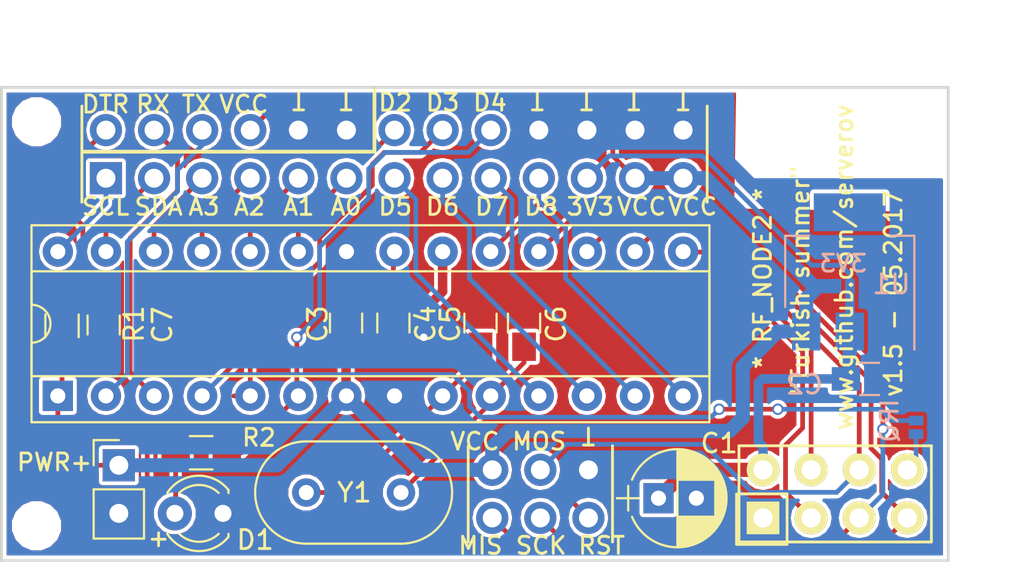
<source format=kicad_pcb>
(kicad_pcb (version 4) (host pcbnew 4.0.6)

  (general
    (links 69)
    (no_connects 0)
    (area 92.296857 61.188999 154.221001 93.429)
    (thickness 1.6)
    (drawings 44)
    (tracks 312)
    (zones 0)
    (modules 21)
    (nets 31)
  )

  (page A4)
  (layers
    (0 F.Cu signal)
    (31 B.Cu signal)
    (32 B.Adhes user)
    (33 F.Adhes user)
    (34 B.Paste user)
    (35 F.Paste user)
    (36 B.SilkS user)
    (37 F.SilkS user)
    (38 B.Mask user)
    (39 F.Mask user)
    (40 Dwgs.User user)
    (41 Cmts.User user)
    (42 Eco1.User user)
    (43 Eco2.User user)
    (44 Edge.Cuts user)
    (45 Margin user)
    (46 B.CrtYd user)
    (47 F.CrtYd user)
    (48 B.Fab user hide)
    (49 F.Fab user hide)
  )

  (setup
    (last_trace_width 0.25)
    (user_trace_width 0.5)
    (user_trace_width 0.75)
    (user_trace_width 1)
    (trace_clearance 0.2)
    (zone_clearance 0.508)
    (zone_45_only no)
    (trace_min 0.2)
    (segment_width 0.2)
    (edge_width 0.15)
    (via_size 0.6)
    (via_drill 0.4)
    (via_min_size 0.4)
    (via_min_drill 0.3)
    (uvia_size 0.3)
    (uvia_drill 0.1)
    (uvias_allowed no)
    (uvia_min_size 0.2)
    (uvia_min_drill 0.1)
    (pcb_text_width 0.15)
    (pcb_text_size 0.9 0.9)
    (mod_edge_width 0.15)
    (mod_text_size 1 1)
    (mod_text_width 0.15)
    (pad_size 2.5 2.5)
    (pad_drill 2.5)
    (pad_to_mask_clearance 0.2)
    (aux_axis_origin 100 66)
    (visible_elements 7FFFFB7F)
    (pcbplotparams
      (layerselection 0x010f0_80000001)
      (usegerberextensions false)
      (excludeedgelayer true)
      (linewidth 0.100000)
      (plotframeref false)
      (viasonmask false)
      (mode 1)
      (useauxorigin false)
      (hpglpennumber 1)
      (hpglpenspeed 20)
      (hpglpendiameter 15)
      (hpglpenoverlay 2)
      (psnegative false)
      (psa4output false)
      (plotreference true)
      (plotvalue true)
      (plotinvisibletext false)
      (padsonsilk false)
      (subtractmaskfromsilk false)
      (outputformat 1)
      (mirror false)
      (drillshape 0)
      (scaleselection 1)
      (outputdirectory C:/ITEAD))
  )

  (net 0 "")
  (net 1 /NRF_CSN)
  (net 2 GND)
  (net 3 /3V3)
  (net 4 /NRF_CE)
  (net 5 VCC)
  (net 6 "Net-(C4-Pad1)")
  (net 7 "Net-(C5-Pad1)")
  (net 8 "Net-(C6-Pad1)")
  (net 9 /D2)
  (net 10 /RX)
  (net 11 /TX)
  (net 12 /DTR)
  (net 13 /MISO)
  (net 14 /SCK)
  (net 15 /MOSI)
  (net 16 "Net-(D1-Pad2)")
  (net 17 /D5)
  (net 18 "Net-(JP1-Pad1)")
  (net 19 /RESET)
  (net 20 /D3)
  (net 21 /D4)
  (net 22 /A0)
  (net 23 /A1)
  (net 24 /A2)
  (net 25 /D6)
  (net 26 /A3)
  (net 27 /D7)
  (net 28 /SDA)
  (net 29 /SCL)
  (net 30 /D8)

  (net_class Default "This is the default net class."
    (clearance 0.2)
    (trace_width 0.25)
    (via_dia 0.6)
    (via_drill 0.4)
    (uvia_dia 0.3)
    (uvia_drill 0.1)
    (add_net /3V3)
    (add_net /A0)
    (add_net /A1)
    (add_net /A2)
    (add_net /A3)
    (add_net /D2)
    (add_net /D3)
    (add_net /D4)
    (add_net /D5)
    (add_net /D6)
    (add_net /D7)
    (add_net /D8)
    (add_net /DTR)
    (add_net /MISO)
    (add_net /MOSI)
    (add_net /NRF_CE)
    (add_net /NRF_CSN)
    (add_net /RESET)
    (add_net /RX)
    (add_net /SCK)
    (add_net /SCL)
    (add_net /SDA)
    (add_net /TX)
    (add_net GND)
    (add_net "Net-(C4-Pad1)")
    (add_net "Net-(C5-Pad1)")
    (add_net "Net-(C6-Pad1)")
    (add_net "Net-(D1-Pad2)")
    (add_net "Net-(JP1-Pad1)")
    (add_net VCC)
  )

  (module Mounting_Holes:MountingHole_2.2mm_M2 (layer F.Cu) (tedit 591DEE1E) (tstamp 5919EA4C)
    (at 101.854 89.154)
    (descr "Mounting Hole 2.2mm, no annular, M2")
    (tags "mounting hole 2.2mm no annular m2")
    (fp_text reference Hole2 (at 0 -3.2) (layer F.SilkS) hide
      (effects (font (size 1 1) (thickness 0.15)))
    )
    (fp_text value MountingHole_2.2mm_M2 (at 0 3.2) (layer F.Fab) hide
      (effects (font (size 1 1) (thickness 0.15)))
    )
    (pad "" np_thru_hole circle (at 0 0) (size 2.2 2.2) (drill 2.2) (layers *.Cu *.Mask))
  )

  (module Mounting_Holes:MountingHole_2.2mm_M2 (layer F.Cu) (tedit 591DEE04) (tstamp 5919EA44)
    (at 101.854 67.818)
    (descr "Mounting Hole 2.2mm, no annular, M2")
    (tags "mounting hole 2.2mm no annular m2")
    (fp_text reference Hole1 (at 0 -3.2) (layer F.SilkS) hide
      (effects (font (size 1 1) (thickness 0.15)))
    )
    (fp_text value MountingHole_2.2mm_M2 (at 0 3.2) (layer F.Fab) hide
      (effects (font (size 1 1) (thickness 0.15)))
    )
    (pad "" np_thru_hole circle (at 0 0) (size 2.2 2.2) (drill 2.2) (layers *.Cu *.Mask))
  )

  (module Pin_Headers:Pin_Header_Straight_2x03_Pitch2.54mm (layer F.Cu) (tedit 591CAACD) (tstamp 591A9F29)
    (at 131 86.2 270)
    (descr "Through hole straight pin header, 2x03, 2.54mm pitch, double rows")
    (tags "Through hole pin header THT 2x03 2.54mm double row")
    (path /591AEBDD)
    (fp_text reference J1 (at 1.27 -2.33 270) (layer F.SilkS) hide
      (effects (font (size 1 1) (thickness 0.15)))
    )
    (fp_text value CONN_02X03 (at 1.27 7.41 270) (layer F.Fab)
      (effects (font (size 1 1) (thickness 0.15)))
    )
    (fp_line (start -1.27 6.35) (end 3.81 6.35) (layer F.SilkS) (width 0.15))
    (fp_line (start -1.27 -1.27) (end 3.81 -1.27) (layer F.SilkS) (width 0.15))
    (fp_line (start -1.27 -1.27) (end -1.27 6.35) (layer F.Fab) (width 0.1))
    (fp_line (start -1.27 6.35) (end 3.81 6.35) (layer F.Fab) (width 0.1))
    (fp_line (start 3.81 6.35) (end 3.81 -1.27) (layer F.Fab) (width 0.1))
    (fp_line (start 3.81 -1.27) (end -1.27 -1.27) (layer F.Fab) (width 0.1))
    (fp_line (start -1.8 -1.8) (end -1.8 6.85) (layer F.CrtYd) (width 0.05))
    (fp_line (start -1.8 6.85) (end 4.35 6.85) (layer F.CrtYd) (width 0.05))
    (fp_line (start 4.35 6.85) (end 4.35 -1.8) (layer F.CrtYd) (width 0.05))
    (fp_line (start 4.35 -1.8) (end -1.8 -1.8) (layer F.CrtYd) (width 0.05))
    (fp_text user %R (at 1.27 -2.33 270) (layer F.Fab)
      (effects (font (size 1 1) (thickness 0.15)))
    )
    (pad 1 thru_hole rect (at 0 0 270) (size 1.7 1.7) (drill 1) (layers *.Cu *.Mask)
      (net 2 GND))
    (pad 2 thru_hole oval (at 2.54 0 270) (size 1.7 1.7) (drill 1) (layers *.Cu *.Mask)
      (net 19 /RESET))
    (pad 3 thru_hole oval (at 0 2.54 270) (size 1.7 1.7) (drill 1) (layers *.Cu *.Mask)
      (net 15 /MOSI))
    (pad 4 thru_hole oval (at 2.54 2.54 270) (size 1.7 1.7) (drill 1) (layers *.Cu *.Mask)
      (net 14 /SCK))
    (pad 5 thru_hole oval (at 0 5.08 270) (size 1.7 1.7) (drill 1) (layers *.Cu *.Mask)
      (net 5 VCC))
    (pad 6 thru_hole oval (at 2.54 5.08 270) (size 1.7 1.7) (drill 1) (layers *.Cu *.Mask)
      (net 13 /MISO))
    (model ${KISYS3DMOD}/Pin_Headers.3dshapes/Pin_Header_Straight_2x03_Pitch2.54mm.wrl
      (at (xyz 0.05 -0.1 0))
      (scale (xyz 1 1 1))
      (rotate (xyz 0 0 90))
    )
  )

  (module Pin_Headers:Pin_Header_Straight_2x13_Pitch2.54mm (layer F.Cu) (tedit 591CA34E) (tstamp 591A8D70)
    (at 105.52 70.8 90)
    (descr "Through hole straight pin header, 2x13, 2.54mm pitch, double rows")
    (tags "Through hole pin header THT 2x13 2.54mm double row")
    (path /591AAA56)
    (fp_text reference J2 (at 1.27 -2.33 90) (layer F.SilkS) hide
      (effects (font (size 1 1) (thickness 0.15)))
    )
    (fp_text value CONN_02X13 (at 1.27 32.81 90) (layer F.Fab)
      (effects (font (size 1 1) (thickness 0.15)))
    )
    (fp_line (start -1.27 31.75) (end 3.81 31.75) (layer F.SilkS) (width 0.15))
    (fp_line (start -1.27 -1.27) (end 3.81 -1.27) (layer F.SilkS) (width 0.15))
    (fp_line (start -1.27 -1.27) (end -1.27 31.75) (layer F.Fab) (width 0.1))
    (fp_line (start -1.27 31.75) (end 3.81 31.75) (layer F.Fab) (width 0.1))
    (fp_line (start 3.81 31.75) (end 3.81 -1.27) (layer F.Fab) (width 0.1))
    (fp_line (start 3.81 -1.27) (end -1.27 -1.27) (layer F.Fab) (width 0.1))
    (fp_line (start -1.8 -1.8) (end -1.8 32.25) (layer F.CrtYd) (width 0.05))
    (fp_line (start -1.8 32.25) (end 4.35 32.25) (layer F.CrtYd) (width 0.05))
    (fp_line (start 4.35 32.25) (end 4.35 -1.8) (layer F.CrtYd) (width 0.05))
    (fp_line (start 4.35 -1.8) (end -1.8 -1.8) (layer F.CrtYd) (width 0.05))
    (fp_text user %R (at 1.27 -2.33 90) (layer F.Fab)
      (effects (font (size 1 1) (thickness 0.15)))
    )
    (pad 1 thru_hole rect (at 0 0 90) (size 1.7 1.7) (drill 1) (layers *.Cu *.Mask)
      (net 29 /SCL))
    (pad 2 thru_hole oval (at 2.54 0 90) (size 1.7 1.7) (drill 1) (layers *.Cu *.Mask)
      (net 12 /DTR))
    (pad 3 thru_hole oval (at 0 2.54 90) (size 1.7 1.7) (drill 1) (layers *.Cu *.Mask)
      (net 28 /SDA))
    (pad 4 thru_hole oval (at 2.54 2.54 90) (size 1.7 1.7) (drill 1) (layers *.Cu *.Mask)
      (net 10 /RX))
    (pad 5 thru_hole oval (at 0 5.08 90) (size 1.7 1.7) (drill 1) (layers *.Cu *.Mask)
      (net 26 /A3))
    (pad 6 thru_hole oval (at 2.54 5.08 90) (size 1.7 1.7) (drill 1) (layers *.Cu *.Mask)
      (net 11 /TX))
    (pad 7 thru_hole oval (at 0 7.62 90) (size 1.7 1.7) (drill 1) (layers *.Cu *.Mask)
      (net 24 /A2))
    (pad 8 thru_hole oval (at 2.54 7.62 90) (size 1.7 1.7) (drill 1) (layers *.Cu *.Mask)
      (net 5 VCC))
    (pad 9 thru_hole oval (at 0 10.16 90) (size 1.7 1.7) (drill 1) (layers *.Cu *.Mask)
      (net 23 /A1))
    (pad 10 thru_hole oval (at 2.54 10.16 90) (size 1.7 1.7) (drill 1) (layers *.Cu *.Mask)
      (net 2 GND))
    (pad 11 thru_hole oval (at 0 12.7 90) (size 1.7 1.7) (drill 1) (layers *.Cu *.Mask)
      (net 22 /A0))
    (pad 12 thru_hole oval (at 2.54 12.7 90) (size 1.7 1.7) (drill 1) (layers *.Cu *.Mask)
      (net 2 GND))
    (pad 13 thru_hole oval (at 0 15.24 90) (size 1.7 1.7) (drill 1) (layers *.Cu *.Mask)
      (net 17 /D5))
    (pad 14 thru_hole oval (at 2.54 15.24 90) (size 1.7 1.7) (drill 1) (layers *.Cu *.Mask)
      (net 9 /D2))
    (pad 15 thru_hole oval (at 0 17.78 90) (size 1.7 1.7) (drill 1) (layers *.Cu *.Mask)
      (net 25 /D6))
    (pad 16 thru_hole oval (at 2.54 17.78 90) (size 1.7 1.7) (drill 1) (layers *.Cu *.Mask)
      (net 20 /D3))
    (pad 17 thru_hole oval (at 0 20.32 90) (size 1.7 1.7) (drill 1) (layers *.Cu *.Mask)
      (net 27 /D7))
    (pad 18 thru_hole oval (at 2.54 20.32 90) (size 1.7 1.7) (drill 1) (layers *.Cu *.Mask)
      (net 21 /D4))
    (pad 19 thru_hole oval (at 0 22.86 90) (size 1.7 1.7) (drill 1) (layers *.Cu *.Mask)
      (net 30 /D8))
    (pad 20 thru_hole oval (at 2.54 22.86 90) (size 1.7 1.7) (drill 1) (layers *.Cu *.Mask)
      (net 2 GND))
    (pad 21 thru_hole oval (at 0 25.4 90) (size 1.7 1.7) (drill 1) (layers *.Cu *.Mask)
      (net 3 /3V3))
    (pad 22 thru_hole oval (at 2.54 25.4 90) (size 1.7 1.7) (drill 1) (layers *.Cu *.Mask)
      (net 2 GND))
    (pad 23 thru_hole oval (at 0 27.94 90) (size 1.7 1.7) (drill 1) (layers *.Cu *.Mask)
      (net 5 VCC))
    (pad 24 thru_hole oval (at 2.54 27.94 90) (size 1.7 1.7) (drill 1) (layers *.Cu *.Mask)
      (net 2 GND))
    (pad 25 thru_hole oval (at 0 30.48 90) (size 1.7 1.7) (drill 1) (layers *.Cu *.Mask)
      (net 5 VCC))
    (pad 26 thru_hole oval (at 2.54 30.48 90) (size 1.7 1.7) (drill 1) (layers *.Cu *.Mask)
      (net 2 GND))
    (model ${KISYS3DMOD}/Pin_Headers.3dshapes/Pin_Header_Straight_2x13_Pitch2.54mm.wrl
      (at (xyz 0.05 -0.6 0))
      (scale (xyz 1 1 1))
      (rotate (xyz 0 0 90))
    )
  )

  (module Housings_DIP:DIP-28_W7.62mm_Socket (layer F.Cu) (tedit 591C9C9E) (tstamp 59194A9E)
    (at 102.98 82.296 90)
    (descr "28-lead dip package, row spacing 7.62 mm (300 mils), Socket")
    (tags "DIL DIP PDIP 2.54mm 7.62mm 300mil Socket")
    (path /591941F5)
    (fp_text reference U2 (at 3.81 -2.39 90) (layer F.SilkS) hide
      (effects (font (size 1 1) (thickness 0.15)))
    )
    (fp_text value ATMEGA328P-PU (at 3.81 35.41 90) (layer F.Fab) hide
      (effects (font (size 1 1) (thickness 0.15)))
    )
    (fp_text user %R (at 3.175 16.51 90) (layer F.Fab)
      (effects (font (size 1 1) (thickness 0.15)))
    )
    (fp_line (start 1.635 -1.27) (end 6.985 -1.27) (layer F.Fab) (width 0.1))
    (fp_line (start 6.985 -1.27) (end 6.985 34.29) (layer F.Fab) (width 0.1))
    (fp_line (start 6.985 34.29) (end 0.635 34.29) (layer F.Fab) (width 0.1))
    (fp_line (start 0.635 34.29) (end 0.635 -0.27) (layer F.Fab) (width 0.1))
    (fp_line (start 0.635 -0.27) (end 1.635 -1.27) (layer F.Fab) (width 0.1))
    (fp_line (start -1.27 -1.27) (end -1.27 34.29) (layer F.Fab) (width 0.1))
    (fp_line (start -1.27 34.29) (end 8.89 34.29) (layer F.Fab) (width 0.1))
    (fp_line (start 8.89 34.29) (end 8.89 -1.27) (layer F.Fab) (width 0.1))
    (fp_line (start 8.89 -1.27) (end -1.27 -1.27) (layer F.Fab) (width 0.1))
    (fp_line (start 2.81 -1.39) (end 1.04 -1.39) (layer F.SilkS) (width 0.12))
    (fp_line (start 1.04 -1.39) (end 1.04 34.41) (layer F.SilkS) (width 0.12))
    (fp_line (start 1.04 34.41) (end 6.58 34.41) (layer F.SilkS) (width 0.12))
    (fp_line (start 6.58 34.41) (end 6.58 -1.39) (layer F.SilkS) (width 0.12))
    (fp_line (start 6.58 -1.39) (end 4.81 -1.39) (layer F.SilkS) (width 0.12))
    (fp_line (start -1.39 -1.39) (end -1.39 34.41) (layer F.SilkS) (width 0.12))
    (fp_line (start -1.39 34.41) (end 9.01 34.41) (layer F.SilkS) (width 0.12))
    (fp_line (start 9.01 34.41) (end 9.01 -1.39) (layer F.SilkS) (width 0.12))
    (fp_line (start 9.01 -1.39) (end -1.39 -1.39) (layer F.SilkS) (width 0.12))
    (fp_line (start -1.7 -1.7) (end -1.7 34.7) (layer F.CrtYd) (width 0.05))
    (fp_line (start -1.7 34.7) (end 9.3 34.7) (layer F.CrtYd) (width 0.05))
    (fp_line (start 9.3 34.7) (end 9.3 -1.7) (layer F.CrtYd) (width 0.05))
    (fp_line (start 9.3 -1.7) (end -1.7 -1.7) (layer F.CrtYd) (width 0.05))
    (fp_arc (start 3.81 -1.39) (end 2.81 -1.39) (angle -180) (layer F.SilkS) (width 0.12))
    (pad 1 thru_hole rect (at 0 0 90) (size 1.6 1.6) (drill 0.8) (layers *.Cu *.Mask)
      (net 19 /RESET))
    (pad 15 thru_hole oval (at 7.62 33.02 90) (size 1.6 1.6) (drill 0.8) (layers *.Cu *.Mask)
      (net 4 /NRF_CE))
    (pad 2 thru_hole oval (at 0 2.54 90) (size 1.6 1.6) (drill 0.8) (layers *.Cu *.Mask)
      (net 11 /TX))
    (pad 16 thru_hole oval (at 7.62 30.48 90) (size 1.6 1.6) (drill 0.8) (layers *.Cu *.Mask)
      (net 1 /NRF_CSN))
    (pad 3 thru_hole oval (at 0 5.08 90) (size 1.6 1.6) (drill 0.8) (layers *.Cu *.Mask)
      (net 10 /RX))
    (pad 17 thru_hole oval (at 7.62 27.94 90) (size 1.6 1.6) (drill 0.8) (layers *.Cu *.Mask)
      (net 15 /MOSI))
    (pad 4 thru_hole oval (at 0 7.62 90) (size 1.6 1.6) (drill 0.8) (layers *.Cu *.Mask)
      (net 9 /D2))
    (pad 18 thru_hole oval (at 7.62 25.4 90) (size 1.6 1.6) (drill 0.8) (layers *.Cu *.Mask)
      (net 13 /MISO))
    (pad 5 thru_hole oval (at 0 10.16 90) (size 1.6 1.6) (drill 0.8) (layers *.Cu *.Mask)
      (net 20 /D3))
    (pad 19 thru_hole oval (at 7.62 22.86 90) (size 1.6 1.6) (drill 0.8) (layers *.Cu *.Mask)
      (net 14 /SCK))
    (pad 6 thru_hole oval (at 0 12.7 90) (size 1.6 1.6) (drill 0.8) (layers *.Cu *.Mask)
      (net 21 /D4))
    (pad 20 thru_hole oval (at 7.62 20.32 90) (size 1.6 1.6) (drill 0.8) (layers *.Cu *.Mask)
      (net 5 VCC))
    (pad 7 thru_hole oval (at 0 15.24 90) (size 1.6 1.6) (drill 0.8) (layers *.Cu *.Mask)
      (net 5 VCC))
    (pad 21 thru_hole oval (at 7.62 17.78 90) (size 1.6 1.6) (drill 0.8) (layers *.Cu *.Mask)
      (net 6 "Net-(C4-Pad1)"))
    (pad 8 thru_hole oval (at 0 17.78 90) (size 1.6 1.6) (drill 0.8) (layers *.Cu *.Mask)
      (net 2 GND))
    (pad 22 thru_hole oval (at 7.62 15.24 90) (size 1.6 1.6) (drill 0.8) (layers *.Cu *.Mask)
      (net 2 GND))
    (pad 9 thru_hole oval (at 0 20.32 90) (size 1.6 1.6) (drill 0.8) (layers *.Cu *.Mask)
      (net 7 "Net-(C5-Pad1)"))
    (pad 23 thru_hole oval (at 7.62 12.7 90) (size 1.6 1.6) (drill 0.8) (layers *.Cu *.Mask)
      (net 22 /A0))
    (pad 10 thru_hole oval (at 0 22.86 90) (size 1.6 1.6) (drill 0.8) (layers *.Cu *.Mask)
      (net 8 "Net-(C6-Pad1)"))
    (pad 24 thru_hole oval (at 7.62 10.16 90) (size 1.6 1.6) (drill 0.8) (layers *.Cu *.Mask)
      (net 23 /A1))
    (pad 11 thru_hole oval (at 0 25.4 90) (size 1.6 1.6) (drill 0.8) (layers *.Cu *.Mask)
      (net 17 /D5))
    (pad 25 thru_hole oval (at 7.62 7.62 90) (size 1.6 1.6) (drill 0.8) (layers *.Cu *.Mask)
      (net 24 /A2))
    (pad 12 thru_hole oval (at 0 27.94 90) (size 1.6 1.6) (drill 0.8) (layers *.Cu *.Mask)
      (net 25 /D6))
    (pad 26 thru_hole oval (at 7.62 5.08 90) (size 1.6 1.6) (drill 0.8) (layers *.Cu *.Mask)
      (net 26 /A3))
    (pad 13 thru_hole oval (at 0 30.48 90) (size 1.6 1.6) (drill 0.8) (layers *.Cu *.Mask)
      (net 27 /D7))
    (pad 27 thru_hole oval (at 7.62 2.54 90) (size 1.6 1.6) (drill 0.8) (layers *.Cu *.Mask)
      (net 28 /SDA))
    (pad 14 thru_hole oval (at 0 33.02 90) (size 1.6 1.6) (drill 0.8) (layers *.Cu *.Mask)
      (net 30 /D8))
    (pad 28 thru_hole oval (at 7.62 0 90) (size 1.6 1.6) (drill 0.8) (layers *.Cu *.Mask)
      (net 29 /SCL))
    (model Housings_DIP.3dshapes/DIP-28_W7.62mm_Socket.wrl
      (at (xyz 0 0 0))
      (scale (xyz 1 1 1))
      (rotate (xyz 0 0 0))
    )
  )

  (module Capacitors_THT:CP_Radial_D5.0mm_P2.00mm (layer F.Cu) (tedit 5919C97C) (tstamp 59194DDA)
    (at 134.7 87.7)
    (descr "CP, Radial series, Radial, pin pitch=2.00mm, , diameter=5mm, Electrolytic Capacitor")
    (tags "CP Radial series Radial pin pitch 2.00mm  diameter 5mm Electrolytic Capacitor")
    (path /5919514D)
    (fp_text reference C1 (at 3.2 -2.9) (layer F.SilkS)
      (effects (font (size 1 1) (thickness 0.15)))
    )
    (fp_text value 10uF (at 1 3.56) (layer F.Fab) hide
      (effects (font (size 1 1) (thickness 0.15)))
    )
    (fp_arc (start 1 0) (end -1.397436 -0.98) (angle 135.5) (layer F.SilkS) (width 0.12))
    (fp_arc (start 1 0) (end -1.397436 0.98) (angle -135.5) (layer F.SilkS) (width 0.12))
    (fp_arc (start 1 0) (end 3.397436 -0.98) (angle 44.5) (layer F.SilkS) (width 0.12))
    (fp_circle (center 1 0) (end 3.5 0) (layer F.Fab) (width 0.1))
    (fp_line (start -2.2 0) (end -1 0) (layer F.Fab) (width 0.1))
    (fp_line (start -1.6 -0.65) (end -1.6 0.65) (layer F.Fab) (width 0.1))
    (fp_line (start 1 -2.55) (end 1 2.55) (layer F.SilkS) (width 0.12))
    (fp_line (start 1.04 -2.55) (end 1.04 -0.98) (layer F.SilkS) (width 0.12))
    (fp_line (start 1.04 0.98) (end 1.04 2.55) (layer F.SilkS) (width 0.12))
    (fp_line (start 1.08 -2.549) (end 1.08 -0.98) (layer F.SilkS) (width 0.12))
    (fp_line (start 1.08 0.98) (end 1.08 2.549) (layer F.SilkS) (width 0.12))
    (fp_line (start 1.12 -2.548) (end 1.12 -0.98) (layer F.SilkS) (width 0.12))
    (fp_line (start 1.12 0.98) (end 1.12 2.548) (layer F.SilkS) (width 0.12))
    (fp_line (start 1.16 -2.546) (end 1.16 -0.98) (layer F.SilkS) (width 0.12))
    (fp_line (start 1.16 0.98) (end 1.16 2.546) (layer F.SilkS) (width 0.12))
    (fp_line (start 1.2 -2.543) (end 1.2 -0.98) (layer F.SilkS) (width 0.12))
    (fp_line (start 1.2 0.98) (end 1.2 2.543) (layer F.SilkS) (width 0.12))
    (fp_line (start 1.24 -2.539) (end 1.24 -0.98) (layer F.SilkS) (width 0.12))
    (fp_line (start 1.24 0.98) (end 1.24 2.539) (layer F.SilkS) (width 0.12))
    (fp_line (start 1.28 -2.535) (end 1.28 -0.98) (layer F.SilkS) (width 0.12))
    (fp_line (start 1.28 0.98) (end 1.28 2.535) (layer F.SilkS) (width 0.12))
    (fp_line (start 1.32 -2.531) (end 1.32 -0.98) (layer F.SilkS) (width 0.12))
    (fp_line (start 1.32 0.98) (end 1.32 2.531) (layer F.SilkS) (width 0.12))
    (fp_line (start 1.36 -2.525) (end 1.36 -0.98) (layer F.SilkS) (width 0.12))
    (fp_line (start 1.36 0.98) (end 1.36 2.525) (layer F.SilkS) (width 0.12))
    (fp_line (start 1.4 -2.519) (end 1.4 -0.98) (layer F.SilkS) (width 0.12))
    (fp_line (start 1.4 0.98) (end 1.4 2.519) (layer F.SilkS) (width 0.12))
    (fp_line (start 1.44 -2.513) (end 1.44 -0.98) (layer F.SilkS) (width 0.12))
    (fp_line (start 1.44 0.98) (end 1.44 2.513) (layer F.SilkS) (width 0.12))
    (fp_line (start 1.48 -2.506) (end 1.48 -0.98) (layer F.SilkS) (width 0.12))
    (fp_line (start 1.48 0.98) (end 1.48 2.506) (layer F.SilkS) (width 0.12))
    (fp_line (start 1.52 -2.498) (end 1.52 -0.98) (layer F.SilkS) (width 0.12))
    (fp_line (start 1.52 0.98) (end 1.52 2.498) (layer F.SilkS) (width 0.12))
    (fp_line (start 1.56 -2.489) (end 1.56 -0.98) (layer F.SilkS) (width 0.12))
    (fp_line (start 1.56 0.98) (end 1.56 2.489) (layer F.SilkS) (width 0.12))
    (fp_line (start 1.6 -2.48) (end 1.6 -0.98) (layer F.SilkS) (width 0.12))
    (fp_line (start 1.6 0.98) (end 1.6 2.48) (layer F.SilkS) (width 0.12))
    (fp_line (start 1.64 -2.47) (end 1.64 -0.98) (layer F.SilkS) (width 0.12))
    (fp_line (start 1.64 0.98) (end 1.64 2.47) (layer F.SilkS) (width 0.12))
    (fp_line (start 1.68 -2.46) (end 1.68 -0.98) (layer F.SilkS) (width 0.12))
    (fp_line (start 1.68 0.98) (end 1.68 2.46) (layer F.SilkS) (width 0.12))
    (fp_line (start 1.721 -2.448) (end 1.721 -0.98) (layer F.SilkS) (width 0.12))
    (fp_line (start 1.721 0.98) (end 1.721 2.448) (layer F.SilkS) (width 0.12))
    (fp_line (start 1.761 -2.436) (end 1.761 -0.98) (layer F.SilkS) (width 0.12))
    (fp_line (start 1.761 0.98) (end 1.761 2.436) (layer F.SilkS) (width 0.12))
    (fp_line (start 1.801 -2.424) (end 1.801 -0.98) (layer F.SilkS) (width 0.12))
    (fp_line (start 1.801 0.98) (end 1.801 2.424) (layer F.SilkS) (width 0.12))
    (fp_line (start 1.841 -2.41) (end 1.841 -0.98) (layer F.SilkS) (width 0.12))
    (fp_line (start 1.841 0.98) (end 1.841 2.41) (layer F.SilkS) (width 0.12))
    (fp_line (start 1.881 -2.396) (end 1.881 -0.98) (layer F.SilkS) (width 0.12))
    (fp_line (start 1.881 0.98) (end 1.881 2.396) (layer F.SilkS) (width 0.12))
    (fp_line (start 1.921 -2.382) (end 1.921 -0.98) (layer F.SilkS) (width 0.12))
    (fp_line (start 1.921 0.98) (end 1.921 2.382) (layer F.SilkS) (width 0.12))
    (fp_line (start 1.961 -2.366) (end 1.961 -0.98) (layer F.SilkS) (width 0.12))
    (fp_line (start 1.961 0.98) (end 1.961 2.366) (layer F.SilkS) (width 0.12))
    (fp_line (start 2.001 -2.35) (end 2.001 -0.98) (layer F.SilkS) (width 0.12))
    (fp_line (start 2.001 0.98) (end 2.001 2.35) (layer F.SilkS) (width 0.12))
    (fp_line (start 2.041 -2.333) (end 2.041 -0.98) (layer F.SilkS) (width 0.12))
    (fp_line (start 2.041 0.98) (end 2.041 2.333) (layer F.SilkS) (width 0.12))
    (fp_line (start 2.081 -2.315) (end 2.081 -0.98) (layer F.SilkS) (width 0.12))
    (fp_line (start 2.081 0.98) (end 2.081 2.315) (layer F.SilkS) (width 0.12))
    (fp_line (start 2.121 -2.296) (end 2.121 -0.98) (layer F.SilkS) (width 0.12))
    (fp_line (start 2.121 0.98) (end 2.121 2.296) (layer F.SilkS) (width 0.12))
    (fp_line (start 2.161 -2.276) (end 2.161 -0.98) (layer F.SilkS) (width 0.12))
    (fp_line (start 2.161 0.98) (end 2.161 2.276) (layer F.SilkS) (width 0.12))
    (fp_line (start 2.201 -2.256) (end 2.201 -0.98) (layer F.SilkS) (width 0.12))
    (fp_line (start 2.201 0.98) (end 2.201 2.256) (layer F.SilkS) (width 0.12))
    (fp_line (start 2.241 -2.234) (end 2.241 -0.98) (layer F.SilkS) (width 0.12))
    (fp_line (start 2.241 0.98) (end 2.241 2.234) (layer F.SilkS) (width 0.12))
    (fp_line (start 2.281 -2.212) (end 2.281 -0.98) (layer F.SilkS) (width 0.12))
    (fp_line (start 2.281 0.98) (end 2.281 2.212) (layer F.SilkS) (width 0.12))
    (fp_line (start 2.321 -2.189) (end 2.321 -0.98) (layer F.SilkS) (width 0.12))
    (fp_line (start 2.321 0.98) (end 2.321 2.189) (layer F.SilkS) (width 0.12))
    (fp_line (start 2.361 -2.165) (end 2.361 -0.98) (layer F.SilkS) (width 0.12))
    (fp_line (start 2.361 0.98) (end 2.361 2.165) (layer F.SilkS) (width 0.12))
    (fp_line (start 2.401 -2.14) (end 2.401 -0.98) (layer F.SilkS) (width 0.12))
    (fp_line (start 2.401 0.98) (end 2.401 2.14) (layer F.SilkS) (width 0.12))
    (fp_line (start 2.441 -2.113) (end 2.441 -0.98) (layer F.SilkS) (width 0.12))
    (fp_line (start 2.441 0.98) (end 2.441 2.113) (layer F.SilkS) (width 0.12))
    (fp_line (start 2.481 -2.086) (end 2.481 -0.98) (layer F.SilkS) (width 0.12))
    (fp_line (start 2.481 0.98) (end 2.481 2.086) (layer F.SilkS) (width 0.12))
    (fp_line (start 2.521 -2.058) (end 2.521 -0.98) (layer F.SilkS) (width 0.12))
    (fp_line (start 2.521 0.98) (end 2.521 2.058) (layer F.SilkS) (width 0.12))
    (fp_line (start 2.561 -2.028) (end 2.561 -0.98) (layer F.SilkS) (width 0.12))
    (fp_line (start 2.561 0.98) (end 2.561 2.028) (layer F.SilkS) (width 0.12))
    (fp_line (start 2.601 -1.997) (end 2.601 -0.98) (layer F.SilkS) (width 0.12))
    (fp_line (start 2.601 0.98) (end 2.601 1.997) (layer F.SilkS) (width 0.12))
    (fp_line (start 2.641 -1.965) (end 2.641 -0.98) (layer F.SilkS) (width 0.12))
    (fp_line (start 2.641 0.98) (end 2.641 1.965) (layer F.SilkS) (width 0.12))
    (fp_line (start 2.681 -1.932) (end 2.681 -0.98) (layer F.SilkS) (width 0.12))
    (fp_line (start 2.681 0.98) (end 2.681 1.932) (layer F.SilkS) (width 0.12))
    (fp_line (start 2.721 -1.897) (end 2.721 -0.98) (layer F.SilkS) (width 0.12))
    (fp_line (start 2.721 0.98) (end 2.721 1.897) (layer F.SilkS) (width 0.12))
    (fp_line (start 2.761 -1.861) (end 2.761 -0.98) (layer F.SilkS) (width 0.12))
    (fp_line (start 2.761 0.98) (end 2.761 1.861) (layer F.SilkS) (width 0.12))
    (fp_line (start 2.801 -1.823) (end 2.801 -0.98) (layer F.SilkS) (width 0.12))
    (fp_line (start 2.801 0.98) (end 2.801 1.823) (layer F.SilkS) (width 0.12))
    (fp_line (start 2.841 -1.783) (end 2.841 -0.98) (layer F.SilkS) (width 0.12))
    (fp_line (start 2.841 0.98) (end 2.841 1.783) (layer F.SilkS) (width 0.12))
    (fp_line (start 2.881 -1.742) (end 2.881 -0.98) (layer F.SilkS) (width 0.12))
    (fp_line (start 2.881 0.98) (end 2.881 1.742) (layer F.SilkS) (width 0.12))
    (fp_line (start 2.921 -1.699) (end 2.921 -0.98) (layer F.SilkS) (width 0.12))
    (fp_line (start 2.921 0.98) (end 2.921 1.699) (layer F.SilkS) (width 0.12))
    (fp_line (start 2.961 -1.654) (end 2.961 -0.98) (layer F.SilkS) (width 0.12))
    (fp_line (start 2.961 0.98) (end 2.961 1.654) (layer F.SilkS) (width 0.12))
    (fp_line (start 3.001 -1.606) (end 3.001 1.606) (layer F.SilkS) (width 0.12))
    (fp_line (start 3.041 -1.556) (end 3.041 1.556) (layer F.SilkS) (width 0.12))
    (fp_line (start 3.081 -1.504) (end 3.081 1.504) (layer F.SilkS) (width 0.12))
    (fp_line (start 3.121 -1.448) (end 3.121 1.448) (layer F.SilkS) (width 0.12))
    (fp_line (start 3.161 -1.39) (end 3.161 1.39) (layer F.SilkS) (width 0.12))
    (fp_line (start 3.201 -1.327) (end 3.201 1.327) (layer F.SilkS) (width 0.12))
    (fp_line (start 3.241 -1.261) (end 3.241 1.261) (layer F.SilkS) (width 0.12))
    (fp_line (start 3.281 -1.189) (end 3.281 1.189) (layer F.SilkS) (width 0.12))
    (fp_line (start 3.321 -1.112) (end 3.321 1.112) (layer F.SilkS) (width 0.12))
    (fp_line (start 3.361 -1.028) (end 3.361 1.028) (layer F.SilkS) (width 0.12))
    (fp_line (start 3.401 -0.934) (end 3.401 0.934) (layer F.SilkS) (width 0.12))
    (fp_line (start 3.441 -0.829) (end 3.441 0.829) (layer F.SilkS) (width 0.12))
    (fp_line (start 3.481 -0.707) (end 3.481 0.707) (layer F.SilkS) (width 0.12))
    (fp_line (start 3.521 -0.559) (end 3.521 0.559) (layer F.SilkS) (width 0.12))
    (fp_line (start 3.561 -0.354) (end 3.561 0.354) (layer F.SilkS) (width 0.12))
    (fp_line (start -2.2 0) (end -1 0) (layer F.SilkS) (width 0.12))
    (fp_line (start -1.6 -0.65) (end -1.6 0.65) (layer F.SilkS) (width 0.12))
    (fp_line (start -1.85 -2.85) (end -1.85 2.85) (layer F.CrtYd) (width 0.05))
    (fp_line (start -1.85 2.85) (end 3.85 2.85) (layer F.CrtYd) (width 0.05))
    (fp_line (start 3.85 2.85) (end 3.85 -2.85) (layer F.CrtYd) (width 0.05))
    (fp_line (start 3.85 -2.85) (end -1.85 -2.85) (layer F.CrtYd) (width 0.05))
    (pad 1 thru_hole rect (at 0 0) (size 1.6 1.6) (drill 0.8) (layers *.Cu *.Mask)
      (net 3 /3V3))
    (pad 2 thru_hole circle (at 2 0) (size 1.6 1.6) (drill 0.8) (layers *.Cu *.Mask)
      (net 2 GND))
    (model Capacitors_THT.3dshapes/CP_Radial_D5.0mm_P2.00mm.wrl
      (at (xyz 0 0 0))
      (scale (xyz 0.393701 0.393701 0.393701))
      (rotate (xyz 0 0 0))
    )
  )

  (module Crystals:Resonator-2pin_w10.0mm_h5.0mm (layer F.Cu) (tedit 5919CF9A) (tstamp 59196159)
    (at 116.1 87.4)
    (descr "Ceramic Resomator/Filter 10.0x5.0 RedFrequency MG/MT/MX series, http://www.red-frequency.com/download/datenblatt/redfrequency-datenblatt-ir-zta.pdf, length*width=10.0x5.0mm^2 package, package length=10.0mm, package width=5.0mm, 2 pins")
    (tags "THT ceramic resonator filter")
    (path /59196C0E)
    (fp_text reference Y1 (at 2.54 0) (layer F.SilkS)
      (effects (font (size 1 1) (thickness 0.15)))
    )
    (fp_text value 8/16MHz (at 2.5 3.7) (layer F.Fab) hide
      (effects (font (size 1 1) (thickness 0.15)))
    )
    (fp_text user %R (at 2.5 0) (layer F.Fab)
      (effects (font (size 1 1) (thickness 0.15)))
    )
    (fp_line (start 0 -2.5) (end 5 -2.5) (layer F.Fab) (width 0.1))
    (fp_line (start 0 2.5) (end 5 2.5) (layer F.Fab) (width 0.1))
    (fp_line (start 0 -2.5) (end 5 -2.5) (layer F.Fab) (width 0.1))
    (fp_line (start 0 2.5) (end 5 2.5) (layer F.Fab) (width 0.1))
    (fp_line (start 0 -2.7) (end 5 -2.7) (layer F.SilkS) (width 0.12))
    (fp_line (start 0 2.7) (end 5 2.7) (layer F.SilkS) (width 0.12))
    (fp_line (start -3 -3) (end -3 3) (layer F.CrtYd) (width 0.05))
    (fp_line (start -3 3) (end 8 3) (layer F.CrtYd) (width 0.05))
    (fp_line (start 8 3) (end 8 -3) (layer F.CrtYd) (width 0.05))
    (fp_line (start 8 -3) (end -3 -3) (layer F.CrtYd) (width 0.05))
    (fp_arc (start 0 0) (end 0 -2.5) (angle -180) (layer F.Fab) (width 0.1))
    (fp_arc (start 5 0) (end 5 -2.5) (angle 180) (layer F.Fab) (width 0.1))
    (fp_arc (start 0 0) (end 0 -2.5) (angle -180) (layer F.Fab) (width 0.1))
    (fp_arc (start 5 0) (end 5 -2.5) (angle 180) (layer F.Fab) (width 0.1))
    (fp_arc (start 0 0) (end 0 -2.7) (angle -180) (layer F.SilkS) (width 0.12))
    (fp_arc (start 5 0) (end 5 -2.7) (angle 180) (layer F.SilkS) (width 0.12))
    (pad 1 thru_hole circle (at 0 0) (size 1.5 1.5) (drill 0.8) (layers *.Cu *.Mask)
      (net 7 "Net-(C5-Pad1)"))
    (pad 2 thru_hole circle (at 5 0) (size 1.5 1.5) (drill 0.8) (layers *.Cu *.Mask)
      (net 8 "Net-(C6-Pad1)"))
    (model ${KISYS3DMOD}/Crystals.3dshapes/Resonator-2pin_w10.0mm_h5.0mm.wrl
      (at (xyz 0 0 0))
      (scale (xyz 0.393701 0.393701 0.393701))
      (rotate (xyz 0 0 0))
    )
  )

  (module TO_SOT_Packages_SMD:SOT-223 (layer B.Cu) (tedit 5919D1D4) (tstamp 59195166)
    (at 144.8 75.75 90)
    (descr "module CMS SOT223 4 pins")
    (tags "CMS SOT")
    (path /591943B1)
    (attr smd)
    (fp_text reference U1 (at -0.65 2.2 180) (layer B.SilkS)
      (effects (font (size 1 1) (thickness 0.15)) (justify mirror))
    )
    (fp_text value AMS1117 (at 0 -4.5 90) (layer B.Fab) hide
      (effects (font (size 1 1) (thickness 0.15)) (justify mirror))
    )
    (fp_text user %R (at 0 0 90) (layer B.Fab)
      (effects (font (size 0.8 0.8) (thickness 0.12)) (justify mirror))
    )
    (fp_line (start -1.85 2.3) (end -0.8 3.35) (layer B.Fab) (width 0.1))
    (fp_line (start 1.91 -3.41) (end 1.91 -2.15) (layer B.SilkS) (width 0.12))
    (fp_line (start 1.91 3.41) (end 1.91 2.15) (layer B.SilkS) (width 0.12))
    (fp_line (start 4.4 3.6) (end -4.4 3.6) (layer B.CrtYd) (width 0.05))
    (fp_line (start 4.4 -3.6) (end 4.4 3.6) (layer B.CrtYd) (width 0.05))
    (fp_line (start -4.4 -3.6) (end 4.4 -3.6) (layer B.CrtYd) (width 0.05))
    (fp_line (start -4.4 3.6) (end -4.4 -3.6) (layer B.CrtYd) (width 0.05))
    (fp_line (start -1.85 2.3) (end -1.85 -3.35) (layer B.Fab) (width 0.1))
    (fp_line (start -1.85 -3.41) (end 1.91 -3.41) (layer B.SilkS) (width 0.12))
    (fp_line (start -0.8 3.35) (end 1.85 3.35) (layer B.Fab) (width 0.1))
    (fp_line (start -4.1 3.41) (end 1.91 3.41) (layer B.SilkS) (width 0.12))
    (fp_line (start -1.85 -3.35) (end 1.85 -3.35) (layer B.Fab) (width 0.1))
    (fp_line (start 1.85 3.35) (end 1.85 -3.35) (layer B.Fab) (width 0.1))
    (pad 4 smd rect (at 3.15 0 90) (size 2 3.8) (layers B.Cu B.Paste B.Mask))
    (pad 2 smd rect (at -3.15 0 90) (size 2 1.5) (layers B.Cu B.Paste B.Mask)
      (net 3 /3V3))
    (pad 3 smd rect (at -3.15 -2.3 90) (size 2 1.5) (layers B.Cu B.Paste B.Mask)
      (net 5 VCC))
    (pad 1 smd rect (at -3.15 2.3 90) (size 2 1.5) (layers B.Cu B.Paste B.Mask)
      (net 2 GND))
    (model ${KISYS3DMOD}/TO_SOT_Packages_SMD.3dshapes/SOT-223.wrl
      (at (xyz 0 0 0))
      (scale (xyz 1 1 1))
      (rotate (xyz 0 0 0))
    )
  )

  (module radios:NRF24L01 (layer F.Cu) (tedit 591C9CF4) (tstamp 59194AC0)
    (at 138.696 90.264 180)
    (descr NRF24L01)
    (tags "nRF 24 NRF24L01 NRF24L01+")
    (path /59194324)
    (fp_text reference U3 (at -1.016 -1.016 180) (layer F.SilkS) hide
      (effects (font (size 0.8 0.8) (thickness 0.16)))
    )
    (fp_text value NRF24L01 (at -8.382 7.112 180) (layer F.Fab) hide
      (effects (font (size 0.8 0.8) (thickness 0.16)))
    )
    (fp_line (start -15.25 28.8) (end 0 28.8) (layer F.CrtYd) (width 0.15))
    (fp_line (start 0 28.8) (end 0 0) (layer F.CrtYd) (width 0.15))
    (fp_line (start 0 0) (end -15.25 0) (layer F.CrtYd) (width 0.15))
    (fp_line (start -15.25 0) (end -15.25 28.8) (layer F.CrtYd) (width 0.15))
    (fp_line (start -2.794 0.127) (end -0.127 0.127) (layer F.SilkS) (width 0.15))
    (fp_line (start -0.127 0.127) (end -0.127 2.794) (layer F.SilkS) (width 0.15))
    (fp_line (start 0 0) (end -15.25 0) (layer B.CrtYd) (width 0.15))
    (fp_line (start -15.25 0) (end -15.25 28.8) (layer B.CrtYd) (width 0.15))
    (fp_line (start -15.25 28.8) (end 0 28.8) (layer B.CrtYd) (width 0.15))
    (fp_line (start 0 28.8) (end 0 0) (layer B.CrtYd) (width 0.15))
    (fp_line (start -7.874 0.254) (end -10.414 0.254) (layer F.SilkS) (width 0.15))
    (fp_line (start -10.414 0.254) (end -10.414 2.794) (layer F.SilkS) (width 0.15))
    (fp_line (start -2.794 0.254) (end -2.794 2.794) (layer F.SilkS) (width 0.15))
    (fp_line (start -2.794 2.794) (end -0.254 2.794) (layer F.SilkS) (width 0.15))
    (fp_line (start -10.894 -0.226) (end -10.894 5.824) (layer F.CrtYd) (width 0.05))
    (fp_line (start 0.256 -0.226) (end 0.256 5.824) (layer F.CrtYd) (width 0.05))
    (fp_line (start -10.894 -0.226) (end 0.256 -0.226) (layer F.CrtYd) (width 0.05))
    (fp_line (start -10.894 5.824) (end 0.256 5.824) (layer F.CrtYd) (width 0.05))
    (fp_line (start -7.874 0.254) (end -0.254 0.254) (layer F.SilkS) (width 0.15))
    (fp_line (start -0.254 0.254) (end -0.254 5.334) (layer F.SilkS) (width 0.15))
    (fp_line (start -0.254 5.334) (end -10.414 5.334) (layer F.SilkS) (width 0.15))
    (fp_line (start -10.414 5.334) (end -10.414 2.794) (layer F.SilkS) (width 0.15))
    (pad 7 thru_hole oval (at -9.144 1.524 180) (size 1.7272 1.7272) (drill 1.016) (layers *.Cu *.Mask F.SilkS)
      (net 13 /MISO))
    (pad 8 thru_hole oval (at -9.144 4.064 180) (size 1.7272 1.7272) (drill 1.016) (layers *.Cu *.Mask F.SilkS)
      (net 18 "Net-(JP1-Pad1)"))
    (pad 5 thru_hole oval (at -6.604 1.524 180) (size 1.7272 1.7272) (drill 1.016) (layers *.Cu *.Mask F.SilkS)
      (net 14 /SCK))
    (pad 6 thru_hole oval (at -6.604 4.064 180) (size 1.7272 1.7272) (drill 1.016) (layers *.Cu *.Mask F.SilkS)
      (net 15 /MOSI))
    (pad 3 thru_hole oval (at -4.064 1.524 180) (size 1.7272 1.7272) (drill 1.016) (layers *.Cu *.Mask F.SilkS)
      (net 4 /NRF_CE))
    (pad 4 thru_hole oval (at -4.064 4.064 180) (size 1.7272 1.7272) (drill 1.016) (layers *.Cu *.Mask F.SilkS)
      (net 1 /NRF_CSN))
    (pad 1 thru_hole rect (at -1.524 1.524 180) (size 1.7272 1.7272) (drill 1.016) (layers *.Cu *.Mask F.SilkS)
      (net 2 GND))
    (pad 2 thru_hole oval (at -1.524 4.064 180) (size 1.7272 1.7272) (drill 1.016) (layers *.Cu *.Mask F.SilkS)
      (net 3 /3V3))
    (model Socket_Strips.3dshapes/Socket_Strip_Straight_2x04.wrl
      (at (xyz -0.21 -0.11 0))
      (scale (xyz 1 1 1))
      (rotate (xyz 0 0 0))
    )
    (model Pin_Headers.3dshapes/Pin_Header_Straight_2x04.wrl
      (at (xyz -0.21 -0.11 0.442))
      (scale (xyz 1 1 1))
      (rotate (xyz 0 180 0))
    )
    (model ${MYSLOCAL}/mysensors.3dshapes/mysensors_radios.3dshapes/nrf24l01.wrl
      (at (xyz -0.3 -0.5669999999999999 0.475))
      (scale (xyz 0.395 0.395 0.395))
      (rotate (xyz 0 0 0))
    )
    (model Housings_DFN_QFN.3dshapes/QFN-20-1EP_4x4mm_Pitch0.5mm.wrl
      (at (xyz -0.22 -0.51 0.509))
      (scale (xyz 1 1 1))
      (rotate (xyz 0 0 0))
    )
    (model ${MYSLOCAL}/mysensors.3dshapes/w.lain.3dshapes/crystal/crystal_hc-49s.wrl
      (at (xyz -0.5 -0.475 0.51))
      (scale (xyz 1 1 1))
      (rotate (xyz 0 0 90))
    )
  )

  (module Capacitors_SMD:C_0805_HandSoldering (layer F.Cu) (tedit 5919CF17) (tstamp 591974D6)
    (at 105.4 78.55 270)
    (descr "Capacitor SMD 0805, hand soldering")
    (tags "capacitor 0805")
    (path /591971F5)
    (attr smd)
    (fp_text reference C7 (at 0 -3.1 270) (layer F.SilkS)
      (effects (font (size 1 1) (thickness 0.15)))
    )
    (fp_text value 0.1 (at 0 1.75 270) (layer F.Fab) hide
      (effects (font (size 1 1) (thickness 0.15)))
    )
    (fp_text user %R (at 0 -1.75 270) (layer F.Fab)
      (effects (font (size 1 1) (thickness 0.15)))
    )
    (fp_line (start -1 0.62) (end -1 -0.62) (layer F.Fab) (width 0.1))
    (fp_line (start 1 0.62) (end -1 0.62) (layer F.Fab) (width 0.1))
    (fp_line (start 1 -0.62) (end 1 0.62) (layer F.Fab) (width 0.1))
    (fp_line (start -1 -0.62) (end 1 -0.62) (layer F.Fab) (width 0.1))
    (fp_line (start 0.5 -0.85) (end -0.5 -0.85) (layer F.SilkS) (width 0.12))
    (fp_line (start -0.5 0.85) (end 0.5 0.85) (layer F.SilkS) (width 0.12))
    (fp_line (start -2.25 -0.88) (end 2.25 -0.88) (layer F.CrtYd) (width 0.05))
    (fp_line (start -2.25 -0.88) (end -2.25 0.87) (layer F.CrtYd) (width 0.05))
    (fp_line (start 2.25 0.87) (end 2.25 -0.88) (layer F.CrtYd) (width 0.05))
    (fp_line (start 2.25 0.87) (end -2.25 0.87) (layer F.CrtYd) (width 0.05))
    (pad 1 smd rect (at -1.25 0 270) (size 1.5 1.25) (layers F.Cu F.Paste F.Mask)
      (net 12 /DTR))
    (pad 2 smd rect (at 1.25 0 270) (size 1.5 1.25) (layers F.Cu F.Paste F.Mask)
      (net 19 /RESET))
    (model Capacitors_SMD.3dshapes/C_0805.wrl
      (at (xyz 0 0 0))
      (scale (xyz 1 1 1))
      (rotate (xyz 0 0 0))
    )
  )

  (module Capacitors_SMD:C_0805_HandSoldering (layer F.Cu) (tedit 5919C996) (tstamp 59196142)
    (at 127.6 78.45 90)
    (descr "Capacitor SMD 0805, hand soldering")
    (tags "capacitor 0805")
    (path /59196F67)
    (attr smd)
    (fp_text reference C6 (at -0.05 1.7 90) (layer F.SilkS)
      (effects (font (size 1 1) (thickness 0.15)))
    )
    (fp_text value 22pF (at 0 1.75 90) (layer F.Fab) hide
      (effects (font (size 1 1) (thickness 0.15)))
    )
    (fp_text user %R (at 0 -1.75 90) (layer F.Fab)
      (effects (font (size 1 1) (thickness 0.15)))
    )
    (fp_line (start -1 0.62) (end -1 -0.62) (layer F.Fab) (width 0.1))
    (fp_line (start 1 0.62) (end -1 0.62) (layer F.Fab) (width 0.1))
    (fp_line (start 1 -0.62) (end 1 0.62) (layer F.Fab) (width 0.1))
    (fp_line (start -1 -0.62) (end 1 -0.62) (layer F.Fab) (width 0.1))
    (fp_line (start 0.5 -0.85) (end -0.5 -0.85) (layer F.SilkS) (width 0.12))
    (fp_line (start -0.5 0.85) (end 0.5 0.85) (layer F.SilkS) (width 0.12))
    (fp_line (start -2.25 -0.88) (end 2.25 -0.88) (layer F.CrtYd) (width 0.05))
    (fp_line (start -2.25 -0.88) (end -2.25 0.87) (layer F.CrtYd) (width 0.05))
    (fp_line (start 2.25 0.87) (end 2.25 -0.88) (layer F.CrtYd) (width 0.05))
    (fp_line (start 2.25 0.87) (end -2.25 0.87) (layer F.CrtYd) (width 0.05))
    (pad 1 smd rect (at -1.25 0 90) (size 1.5 1.25) (layers F.Cu F.Paste F.Mask)
      (net 8 "Net-(C6-Pad1)"))
    (pad 2 smd rect (at 1.25 0 90) (size 1.5 1.25) (layers F.Cu F.Paste F.Mask)
      (net 2 GND))
    (model Capacitors_SMD.3dshapes/C_0805.wrl
      (at (xyz 0 0 0))
      (scale (xyz 1 1 1))
      (rotate (xyz 0 0 0))
    )
  )

  (module Capacitors_SMD:C_0805_HandSoldering (layer F.Cu) (tedit 591C9D12) (tstamp 59196131)
    (at 125.3 78.45 90)
    (descr "Capacitor SMD 0805, hand soldering")
    (tags "capacitor 0805")
    (path /59196E5B)
    (attr smd)
    (fp_text reference C5 (at -0.05 -1.6 90) (layer F.SilkS)
      (effects (font (size 1 1) (thickness 0.15)))
    )
    (fp_text value 22pF (at 0 1.75 90) (layer F.Fab) hide
      (effects (font (size 1 1) (thickness 0.15)))
    )
    (fp_text user %R (at 0 -1.75 90) (layer F.Fab)
      (effects (font (size 1 1) (thickness 0.15)))
    )
    (fp_line (start -1 0.62) (end -1 -0.62) (layer F.Fab) (width 0.1))
    (fp_line (start 1 0.62) (end -1 0.62) (layer F.Fab) (width 0.1))
    (fp_line (start 1 -0.62) (end 1 0.62) (layer F.Fab) (width 0.1))
    (fp_line (start -1 -0.62) (end 1 -0.62) (layer F.Fab) (width 0.1))
    (fp_line (start 0.5 -0.85) (end -0.5 -0.85) (layer F.SilkS) (width 0.12))
    (fp_line (start -0.5 0.85) (end 0.5 0.85) (layer F.SilkS) (width 0.12))
    (fp_line (start -2.25 -0.88) (end 2.25 -0.88) (layer F.CrtYd) (width 0.05))
    (fp_line (start -2.25 -0.88) (end -2.25 0.87) (layer F.CrtYd) (width 0.05))
    (fp_line (start 2.25 0.87) (end 2.25 -0.88) (layer F.CrtYd) (width 0.05))
    (fp_line (start 2.25 0.87) (end -2.25 0.87) (layer F.CrtYd) (width 0.05))
    (pad 1 smd rect (at -1.25 0 90) (size 1.5 1.25) (layers F.Cu F.Paste F.Mask)
      (net 7 "Net-(C5-Pad1)"))
    (pad 2 smd rect (at 1.25 0 90) (size 1.5 1.25) (layers F.Cu F.Paste F.Mask)
      (net 2 GND))
    (model Capacitors_SMD.3dshapes/C_0805.wrl
      (at (xyz 0 0 0))
      (scale (xyz 1 1 1))
      (rotate (xyz 0 0 0))
    )
  )

  (module Capacitors_SMD:C_0805_HandSoldering (layer F.Cu) (tedit 591C9D18) (tstamp 59196120)
    (at 120.7 78.45 270)
    (descr "Capacitor SMD 0805, hand soldering")
    (tags "capacitor 0805")
    (path /59196748)
    (attr smd)
    (fp_text reference C4 (at 0.05 -1.7 270) (layer F.SilkS)
      (effects (font (size 1 1) (thickness 0.15)))
    )
    (fp_text value 0.1 (at 0 1.75 270) (layer F.Fab) hide
      (effects (font (size 1 1) (thickness 0.15)))
    )
    (fp_text user %R (at 0 -1.75 270) (layer F.Fab)
      (effects (font (size 1 1) (thickness 0.15)))
    )
    (fp_line (start -1 0.62) (end -1 -0.62) (layer F.Fab) (width 0.1))
    (fp_line (start 1 0.62) (end -1 0.62) (layer F.Fab) (width 0.1))
    (fp_line (start 1 -0.62) (end 1 0.62) (layer F.Fab) (width 0.1))
    (fp_line (start -1 -0.62) (end 1 -0.62) (layer F.Fab) (width 0.1))
    (fp_line (start 0.5 -0.85) (end -0.5 -0.85) (layer F.SilkS) (width 0.12))
    (fp_line (start -0.5 0.85) (end 0.5 0.85) (layer F.SilkS) (width 0.12))
    (fp_line (start -2.25 -0.88) (end 2.25 -0.88) (layer F.CrtYd) (width 0.05))
    (fp_line (start -2.25 -0.88) (end -2.25 0.87) (layer F.CrtYd) (width 0.05))
    (fp_line (start 2.25 0.87) (end 2.25 -0.88) (layer F.CrtYd) (width 0.05))
    (fp_line (start 2.25 0.87) (end -2.25 0.87) (layer F.CrtYd) (width 0.05))
    (pad 1 smd rect (at -1.25 0 270) (size 1.5 1.25) (layers F.Cu F.Paste F.Mask)
      (net 6 "Net-(C4-Pad1)"))
    (pad 2 smd rect (at 1.25 0 270) (size 1.5 1.25) (layers F.Cu F.Paste F.Mask)
      (net 2 GND))
    (model Capacitors_SMD.3dshapes/C_0805.wrl
      (at (xyz 0 0 0))
      (scale (xyz 1 1 1))
      (rotate (xyz 0 0 0))
    )
  )

  (module Capacitors_SMD:C_0805_HandSoldering (layer F.Cu) (tedit 591C9D1F) (tstamp 5919610F)
    (at 118.2 78.45 90)
    (descr "Capacitor SMD 0805, hand soldering")
    (tags "capacitor 0805")
    (path /59196815)
    (attr smd)
    (fp_text reference C3 (at -0.05 -1.5 90) (layer F.SilkS)
      (effects (font (size 1 1) (thickness 0.15)))
    )
    (fp_text value 0.1 (at 0 1.75 90) (layer F.Fab) hide
      (effects (font (size 1 1) (thickness 0.15)))
    )
    (fp_text user %R (at 0.35 -2.9 90) (layer F.Fab)
      (effects (font (size 1 1) (thickness 0.15)))
    )
    (fp_line (start -1 0.62) (end -1 -0.62) (layer F.Fab) (width 0.1))
    (fp_line (start 1 0.62) (end -1 0.62) (layer F.Fab) (width 0.1))
    (fp_line (start 1 -0.62) (end 1 0.62) (layer F.Fab) (width 0.1))
    (fp_line (start -1 -0.62) (end 1 -0.62) (layer F.Fab) (width 0.1))
    (fp_line (start 0.5 -0.85) (end -0.5 -0.85) (layer F.SilkS) (width 0.12))
    (fp_line (start -0.5 0.85) (end 0.5 0.85) (layer F.SilkS) (width 0.12))
    (fp_line (start -2.25 -0.88) (end 2.25 -0.88) (layer F.CrtYd) (width 0.05))
    (fp_line (start -2.25 -0.88) (end -2.25 0.87) (layer F.CrtYd) (width 0.05))
    (fp_line (start 2.25 0.87) (end 2.25 -0.88) (layer F.CrtYd) (width 0.05))
    (fp_line (start 2.25 0.87) (end -2.25 0.87) (layer F.CrtYd) (width 0.05))
    (pad 1 smd rect (at -1.25 0 90) (size 1.5 1.25) (layers F.Cu F.Paste F.Mask)
      (net 5 VCC))
    (pad 2 smd rect (at 1.25 0 90) (size 1.5 1.25) (layers F.Cu F.Paste F.Mask)
      (net 2 GND))
    (model Capacitors_SMD.3dshapes/C_0805.wrl
      (at (xyz 0 0 0))
      (scale (xyz 1 1 1))
      (rotate (xyz 0 0 0))
    )
  )

  (module Capacitors_SMD:C_0805_HandSoldering (layer B.Cu) (tedit 5919C968) (tstamp 59194DEB)
    (at 145.85 81.4)
    (descr "Capacitor SMD 0805, hand soldering")
    (tags "capacitor 0805")
    (path /5919518A)
    (attr smd)
    (fp_text reference C2 (at -3.45 0.3 180) (layer B.SilkS)
      (effects (font (size 1 1) (thickness 0.15)) (justify mirror))
    )
    (fp_text value 0.1 (at 0 -1.75) (layer B.Fab) hide
      (effects (font (size 1 1) (thickness 0.15)) (justify mirror))
    )
    (fp_text user %R (at 0 1.75) (layer B.Fab)
      (effects (font (size 1 1) (thickness 0.15)) (justify mirror))
    )
    (fp_line (start -1 -0.62) (end -1 0.62) (layer B.Fab) (width 0.1))
    (fp_line (start 1 -0.62) (end -1 -0.62) (layer B.Fab) (width 0.1))
    (fp_line (start 1 0.62) (end 1 -0.62) (layer B.Fab) (width 0.1))
    (fp_line (start -1 0.62) (end 1 0.62) (layer B.Fab) (width 0.1))
    (fp_line (start 0.5 0.85) (end -0.5 0.85) (layer B.SilkS) (width 0.12))
    (fp_line (start -0.5 -0.85) (end 0.5 -0.85) (layer B.SilkS) (width 0.12))
    (fp_line (start -2.25 0.88) (end 2.25 0.88) (layer B.CrtYd) (width 0.05))
    (fp_line (start -2.25 0.88) (end -2.25 -0.87) (layer B.CrtYd) (width 0.05))
    (fp_line (start 2.25 -0.87) (end 2.25 0.88) (layer B.CrtYd) (width 0.05))
    (fp_line (start 2.25 -0.87) (end -2.25 -0.87) (layer B.CrtYd) (width 0.05))
    (pad 1 smd rect (at -1.25 0) (size 1.5 1.25) (layers B.Cu B.Paste B.Mask)
      (net 3 /3V3))
    (pad 2 smd rect (at 1.25 0) (size 1.5 1.25) (layers B.Cu B.Paste B.Mask)
      (net 2 GND))
    (model Capacitors_SMD.3dshapes/C_0805.wrl
      (at (xyz 0 0 0))
      (scale (xyz 1 1 1))
      (rotate (xyz 0 0 0))
    )
  )

  (module Resistors_SMD:R_0805_HandSoldering (layer F.Cu) (tedit 5919CB24) (tstamp 59197581)
    (at 103.2 78.6 270)
    (descr "Resistor SMD 0805, hand soldering")
    (tags "resistor 0805")
    (path /59197148)
    (attr smd)
    (fp_text reference R1 (at -0.1 -3.8 270) (layer F.SilkS)
      (effects (font (size 1 1) (thickness 0.15)))
    )
    (fp_text value 10K (at 0 1.75 270) (layer F.Fab) hide
      (effects (font (size 1 1) (thickness 0.15)))
    )
    (fp_text user %R (at 0 0 270) (layer F.Fab)
      (effects (font (size 0.5 0.5) (thickness 0.075)))
    )
    (fp_line (start -1 0.62) (end -1 -0.62) (layer F.Fab) (width 0.1))
    (fp_line (start 1 0.62) (end -1 0.62) (layer F.Fab) (width 0.1))
    (fp_line (start 1 -0.62) (end 1 0.62) (layer F.Fab) (width 0.1))
    (fp_line (start -1 -0.62) (end 1 -0.62) (layer F.Fab) (width 0.1))
    (fp_line (start 0.6 0.88) (end -0.6 0.88) (layer F.SilkS) (width 0.12))
    (fp_line (start -0.6 -0.88) (end 0.6 -0.88) (layer F.SilkS) (width 0.12))
    (fp_line (start -2.35 -0.9) (end 2.35 -0.9) (layer F.CrtYd) (width 0.05))
    (fp_line (start -2.35 -0.9) (end -2.35 0.9) (layer F.CrtYd) (width 0.05))
    (fp_line (start 2.35 0.9) (end 2.35 -0.9) (layer F.CrtYd) (width 0.05))
    (fp_line (start 2.35 0.9) (end -2.35 0.9) (layer F.CrtYd) (width 0.05))
    (pad 1 smd rect (at -1.35 0 270) (size 1.5 1.3) (layers F.Cu F.Paste F.Mask)
      (net 5 VCC))
    (pad 2 smd rect (at 1.35 0 270) (size 1.5 1.3) (layers F.Cu F.Paste F.Mask)
      (net 19 /RESET))
    (model ${KISYS3DMOD}/Resistors_SMD.3dshapes/R_0805.wrl
      (at (xyz 0 0 0))
      (scale (xyz 1 1 1))
      (rotate (xyz 0 0 0))
    )
  )

  (module LEDs:LED_D3.0mm (layer F.Cu) (tedit 5919D5E9) (tstamp 591995D9)
    (at 111.7 88.5 180)
    (descr "LED, diameter 3.0mm, 2 pins")
    (tags "LED diameter 3.0mm 2 pins")
    (path /591A1574)
    (fp_text reference D1 (at -1.7 -1.4 180) (layer F.SilkS)
      (effects (font (size 1 1) (thickness 0.15)))
    )
    (fp_text value LED (at 1.27 2.96 180) (layer F.Fab) hide
      (effects (font (size 1 1) (thickness 0.15)))
    )
    (fp_arc (start 1.27 0) (end -0.23 -1.16619) (angle 284.3) (layer F.Fab) (width 0.1))
    (fp_arc (start 1.27 0) (end -0.29 -1.235516) (angle 108.8) (layer F.SilkS) (width 0.12))
    (fp_arc (start 1.27 0) (end -0.29 1.235516) (angle -108.8) (layer F.SilkS) (width 0.12))
    (fp_arc (start 1.27 0) (end 0.229039 -1.08) (angle 87.9) (layer F.SilkS) (width 0.12))
    (fp_arc (start 1.27 0) (end 0.229039 1.08) (angle -87.9) (layer F.SilkS) (width 0.12))
    (fp_circle (center 1.27 0) (end 2.77 0) (layer F.Fab) (width 0.1))
    (fp_line (start -0.23 -1.16619) (end -0.23 1.16619) (layer F.Fab) (width 0.1))
    (fp_line (start -0.29 -1.236) (end -0.29 -1.08) (layer F.SilkS) (width 0.12))
    (fp_line (start -0.29 1.08) (end -0.29 1.236) (layer F.SilkS) (width 0.12))
    (fp_line (start -1.15 -2.25) (end -1.15 2.25) (layer F.CrtYd) (width 0.05))
    (fp_line (start -1.15 2.25) (end 3.7 2.25) (layer F.CrtYd) (width 0.05))
    (fp_line (start 3.7 2.25) (end 3.7 -2.25) (layer F.CrtYd) (width 0.05))
    (fp_line (start 3.7 -2.25) (end -1.15 -2.25) (layer F.CrtYd) (width 0.05))
    (pad 1 thru_hole rect (at 0 0 180) (size 1.8 1.8) (drill 0.9) (layers *.Cu *.Mask)
      (net 2 GND))
    (pad 2 thru_hole circle (at 2.54 0 180) (size 1.8 1.8) (drill 0.9) (layers *.Cu *.Mask)
      (net 16 "Net-(D1-Pad2)"))
    (model LEDs.3dshapes/LED_D3.0mm.wrl
      (at (xyz 0 0 0))
      (scale (xyz 0.393701 0.393701 0.393701))
      (rotate (xyz 0 0 0))
    )
  )

  (module Resistors_SMD:R_0805_HandSoldering (layer F.Cu) (tedit 591C9D4E) (tstamp 591995EA)
    (at 110.55 85.3 180)
    (descr "Resistor SMD 0805, hand soldering")
    (tags "resistor 0805")
    (path /591A1C3D)
    (attr smd)
    (fp_text reference R2 (at -3.05 0.8 180) (layer F.SilkS)
      (effects (font (size 0.9 0.9) (thickness 0.15)))
    )
    (fp_text value 330 (at 0 1.75 180) (layer F.Fab) hide
      (effects (font (size 1 1) (thickness 0.15)))
    )
    (fp_text user %R (at 0 0 180) (layer F.Fab) hide
      (effects (font (size 0.5 0.5) (thickness 0.075)))
    )
    (fp_line (start -1 0.62) (end -1 -0.62) (layer F.Fab) (width 0.1))
    (fp_line (start 1 0.62) (end -1 0.62) (layer F.Fab) (width 0.1))
    (fp_line (start 1 -0.62) (end 1 0.62) (layer F.Fab) (width 0.1))
    (fp_line (start -1 -0.62) (end 1 -0.62) (layer F.Fab) (width 0.1))
    (fp_line (start 0.6 0.88) (end -0.6 0.88) (layer F.SilkS) (width 0.12))
    (fp_line (start -0.6 -0.88) (end 0.6 -0.88) (layer F.SilkS) (width 0.12))
    (fp_line (start -2.35 -0.9) (end 2.35 -0.9) (layer F.CrtYd) (width 0.05))
    (fp_line (start -2.35 -0.9) (end -2.35 0.9) (layer F.CrtYd) (width 0.05))
    (fp_line (start 2.35 0.9) (end 2.35 -0.9) (layer F.CrtYd) (width 0.05))
    (fp_line (start 2.35 0.9) (end -2.35 0.9) (layer F.CrtYd) (width 0.05))
    (pad 1 smd rect (at -1.35 0 180) (size 1.5 1.3) (layers F.Cu F.Paste F.Mask)
      (net 21 /D4))
    (pad 2 smd rect (at 1.35 0 180) (size 1.5 1.3) (layers F.Cu F.Paste F.Mask)
      (net 16 "Net-(D1-Pad2)"))
    (model ${KISYS3DMOD}/Resistors_SMD.3dshapes/R_0805.wrl
      (at (xyz 0 0 0))
      (scale (xyz 1 1 1))
      (rotate (xyz 0 0 0))
    )
  )

  (module open-project:S_JUMPER_2 (layer B.Cu) (tedit 591CA094) (tstamp 5919CB32)
    (at 148.3 83.9556 90)
    (path /59198C3B)
    (fp_text reference JP1 (at 0 1.2 90) (layer B.SilkS) hide
      (effects (font (size 0.762 0.762) (thickness 0.127)) (justify mirror))
    )
    (fp_text value IRQ (at 0.3556 -1.4 90) (layer B.SilkS)
      (effects (font (size 0.9 0.9) (thickness 0.15)) (justify mirror))
    )
    (pad 1 smd rect (at -0.3556 0 90) (size 0.508 0.762) (layers B.Cu B.Paste B.Mask)
      (net 18 "Net-(JP1-Pad1)") (clearance 0.2032))
    (pad 2 smd rect (at 0.3556 0 90) (size 0.508 0.762) (layers B.Cu B.Paste B.Mask)
      (net 9 /D2) (clearance 0.2032))
  )

  (module open-project:S_JUMPER_2 (layer B.Cu) (tedit 591CA07E) (tstamp 5919F220)
    (at 144.4556 76.5)
    (path /59195845)
    (fp_text reference JP2 (at 0 1.2) (layer B.SilkS) hide
      (effects (font (size 0.762 0.762) (thickness 0.127)) (justify mirror))
    )
    (fp_text value 3V3 (at 0 -1.2) (layer B.SilkS)
      (effects (font (size 0.9 0.9) (thickness 0.15)) (justify mirror))
    )
    (pad 1 smd rect (at -0.3556 0) (size 0.508 0.762) (layers B.Cu B.Paste B.Mask)
      (net 5 VCC) (clearance 0.2032))
    (pad 2 smd rect (at 0.3556 0) (size 0.508 0.762) (layers B.Cu B.Paste B.Mask)
      (net 3 /3V3) (clearance 0.2032))
  )

  (module Pin_Headers:Pin_Header_Straight_1x02_Pitch2.54mm (layer F.Cu) (tedit 591C9C84) (tstamp 5919F3E6)
    (at 106.2 85.96)
    (descr "Through hole straight pin header, 1x02, 2.54mm pitch, single row")
    (tags "Through hole pin header THT 1x02 2.54mm single row")
    (path /591A058B)
    (fp_text reference J4 (at 0 -2.33) (layer F.SilkS) hide
      (effects (font (size 1 1) (thickness 0.15)))
    )
    (fp_text value PWR (at 0 4.87) (layer F.Fab)
      (effects (font (size 1 1) (thickness 0.15)))
    )
    (fp_line (start -1.27 -1.27) (end -1.27 3.81) (layer F.Fab) (width 0.1))
    (fp_line (start -1.27 3.81) (end 1.27 3.81) (layer F.Fab) (width 0.1))
    (fp_line (start 1.27 3.81) (end 1.27 -1.27) (layer F.Fab) (width 0.1))
    (fp_line (start 1.27 -1.27) (end -1.27 -1.27) (layer F.Fab) (width 0.1))
    (fp_line (start -1.33 1.27) (end -1.33 3.87) (layer F.SilkS) (width 0.12))
    (fp_line (start -1.33 3.87) (end 1.33 3.87) (layer F.SilkS) (width 0.12))
    (fp_line (start 1.33 3.87) (end 1.33 1.27) (layer F.SilkS) (width 0.12))
    (fp_line (start 1.33 1.27) (end -1.33 1.27) (layer F.SilkS) (width 0.12))
    (fp_line (start -1.33 0) (end -1.33 -1.33) (layer F.SilkS) (width 0.12))
    (fp_line (start -1.33 -1.33) (end 0 -1.33) (layer F.SilkS) (width 0.12))
    (fp_line (start -1.8 -1.8) (end -1.8 4.35) (layer F.CrtYd) (width 0.05))
    (fp_line (start -1.8 4.35) (end 1.8 4.35) (layer F.CrtYd) (width 0.05))
    (fp_line (start 1.8 4.35) (end 1.8 -1.8) (layer F.CrtYd) (width 0.05))
    (fp_line (start 1.8 -1.8) (end -1.8 -1.8) (layer F.CrtYd) (width 0.05))
    (fp_text user %R (at 0 -2.33) (layer F.Fab)
      (effects (font (size 1 1) (thickness 0.15)))
    )
    (pad 1 thru_hole rect (at 0 0) (size 1.7 1.7) (drill 1) (layers *.Cu *.Mask)
      (net 5 VCC))
    (pad 2 thru_hole oval (at 0 2.54) (size 1.7 1.7) (drill 1) (layers *.Cu *.Mask)
      (net 2 GND))
    (model ${KISYS3DMOD}/Pin_Headers.3dshapes/Pin_Header_Straight_1x02_Pitch2.54mm.wrl
      (at (xyz 0 -0.05 0))
      (scale (xyz 1 1 1))
      (rotate (xyz 0 0 90))
    )
  )

  (gr_line (start 119.7 69.4) (end 104.3 69.4) (layer F.SilkS) (width 0.2))
  (gr_text PWR+ (at 102.8 85.8) (layer F.SilkS)
    (effects (font (size 0.9 0.9) (thickness 0.15)))
  )
  (gr_text + (at 108.3 89.8) (layer F.SilkS)
    (effects (font (size 0.9 0.9) (thickness 0.15)))
  )
  (gr_text "\"Turkish summer\"" (at 142.2 76.2 90) (layer F.SilkS)
    (effects (font (size 0.9 0.9) (thickness 0.15)))
  )
  (gr_text "v1.5 - 05.2017" (at 147.1 76.9 90) (layer F.SilkS)
    (effects (font (size 0.9 0.9) (thickness 0.15)))
  )
  (gr_text "* RF_NODE2 *" (at 140.2 76.1 90) (layer F.SilkS)
    (effects (font (size 0.9 0.9) (thickness 0.15)))
  )
  (gr_text www.github.com/serverov (at 144.5 75.5 90) (layer F.SilkS)
    (effects (font (size 0.9 0.9) (thickness 0.15)))
  )
  (gr_text RST (at 131.7 90.2) (layer F.SilkS)
    (effects (font (size 0.9 0.9) (thickness 0.15)))
  )
  (gr_text SCK (at 128.5 90.2) (layer F.SilkS)
    (effects (font (size 0.9 0.9) (thickness 0.15)))
  )
  (gr_text MIS (at 125.3 90.2) (layer F.SilkS)
    (effects (font (size 0.9 0.9) (thickness 0.15)))
  )
  (gr_text T (at 131 84.4 180) (layer F.SilkS)
    (effects (font (size 0.9 0.9) (thickness 0.15)))
  )
  (gr_text MOS (at 128.4 84.7) (layer F.SilkS)
    (effects (font (size 0.9 0.9) (thickness 0.15)))
  )
  (gr_text VCC (at 125 84.7) (layer F.SilkS)
    (effects (font (size 0.9 0.9) (thickness 0.15)))
  )
  (gr_text 3V3 (at 131.1 72.3) (layer F.SilkS)
    (effects (font (size 0.9 0.9) (thickness 0.15)))
  )
  (gr_text VCC (at 133.8 72.3) (layer F.SilkS)
    (effects (font (size 0.9 0.9) (thickness 0.15)))
  )
  (gr_text VCC (at 136.5 72.3) (layer F.SilkS)
    (effects (font (size 0.9 0.9) (thickness 0.15)))
  )
  (gr_text D8 (at 128.5 72.3) (layer F.SilkS)
    (effects (font (size 0.9 0.9) (thickness 0.15)))
  )
  (gr_text D7 (at 125.9 72.3) (layer F.SilkS)
    (effects (font (size 0.9 0.9) (thickness 0.15)))
  )
  (gr_text D6 (at 123.3 72.3) (layer F.SilkS)
    (effects (font (size 0.9 0.9) (thickness 0.15)))
  )
  (gr_text D5 (at 120.8 72.3) (layer F.SilkS)
    (effects (font (size 0.9 0.9) (thickness 0.15)))
  )
  (gr_text A0 (at 118.2 72.3) (layer F.SilkS)
    (effects (font (size 0.9 0.9) (thickness 0.15)))
  )
  (gr_text A1 (at 115.7 72.3) (layer F.SilkS)
    (effects (font (size 0.9 0.9) (thickness 0.15)))
  )
  (gr_text A2 (at 113.1 72.3) (layer F.SilkS)
    (effects (font (size 0.9 0.9) (thickness 0.15)))
  )
  (gr_text A3 (at 110.7 72.3) (layer F.SilkS)
    (effects (font (size 0.9 0.9) (thickness 0.15)))
  )
  (gr_text SDA (at 108.3 72.3) (layer F.SilkS)
    (effects (font (size 0.9 0.9) (thickness 0.15)))
  )
  (gr_text SCL (at 105.5 72.3) (layer F.SilkS)
    (effects (font (size 0.9 0.9) (thickness 0.15)))
  )
  (gr_text ‍T (at 136 66.7 180) (layer F.SilkS) (tstamp 591CA759)
    (effects (font (size 0.9 0.9) (thickness 0.15)))
  )
  (gr_text ‍T (at 133.4 66.7 180) (layer F.SilkS) (tstamp 591CA758)
    (effects (font (size 0.9 0.9) (thickness 0.15)))
  )
  (gr_text ‍T (at 130.9 66.7 180) (layer F.SilkS) (tstamp 591CA757)
    (effects (font (size 0.9 0.9) (thickness 0.15)))
  )
  (gr_text ‍T (at 128.3 66.7 180) (layer F.SilkS) (tstamp 591CA756)
    (effects (font (size 0.9 0.9) (thickness 0.15)))
  )
  (gr_text ‍T (at 118.2 66.7 180) (layer F.SilkS) (tstamp 591CA750)
    (effects (font (size 0.9 0.9) (thickness 0.15)))
  )
  (gr_text ‍T (at 115.7 66.7 180) (layer F.SilkS)
    (effects (font (size 0.9 0.9) (thickness 0.15)))
  )
  (gr_text D4 (at 125.8 66.8) (layer F.SilkS)
    (effects (font (size 0.9 0.9) (thickness 0.15)))
  )
  (gr_text D3 (at 123.3 66.8) (layer F.SilkS)
    (effects (font (size 0.9 0.9) (thickness 0.15)))
  )
  (gr_text D2 (at 120.8 66.8) (layer F.SilkS)
    (effects (font (size 0.9 0.9) (thickness 0.15)))
  )
  (gr_text VCC (at 112.8 66.9) (layer F.SilkS)
    (effects (font (size 0.9 0.9) (thickness 0.15)))
  )
  (gr_text TX (at 110.3 66.9) (layer F.SilkS)
    (effects (font (size 0.9 0.9) (thickness 0.15)))
  )
  (gr_text RX (at 108 66.9) (layer F.SilkS)
    (effects (font (size 0.9 0.9) (thickness 0.15)))
  )
  (gr_text DTR (at 105.5 66.9) (layer F.SilkS)
    (effects (font (size 0.9 0.9) (thickness 0.15)))
  )
  (gr_line (start 119.7 66) (end 119.7 69.4) (layer F.SilkS) (width 0.2))
  (gr_line (start 150 91) (end 150 66) (angle 90) (layer Edge.Cuts) (width 0.15))
  (gr_line (start 100 91) (end 150 91) (angle 90) (layer Edge.Cuts) (width 0.15))
  (gr_line (start 100 66) (end 100 91) (angle 90) (layer Edge.Cuts) (width 0.15))
  (gr_line (start 150 66) (end 100 66) (angle 90) (layer Edge.Cuts) (width 0.15))

  (segment (start 142.76 86.2) (end 142.76 79.770998) (width 0.25) (layer F.Cu) (net 1))
  (segment (start 142.76 79.770998) (end 136.540001 73.550999) (width 0.25) (layer F.Cu) (net 1))
  (segment (start 136.540001 73.550999) (end 134.585001 73.550999) (width 0.25) (layer F.Cu) (net 1))
  (segment (start 134.585001 73.550999) (end 134.259999 73.876001) (width 0.25) (layer F.Cu) (net 1))
  (segment (start 134.259999 73.876001) (end 133.46 74.676) (width 0.25) (layer F.Cu) (net 1))
  (segment (start 136 68.26) (end 136.684999 68.26) (width 0.75) (layer B.Cu) (net 2))
  (segment (start 136.684999 68.26) (end 143.124989 74.69999) (width 0.75) (layer B.Cu) (net 2))
  (segment (start 143.124989 74.69999) (end 144.686952 74.69999) (width 0.75) (layer B.Cu) (net 2))
  (segment (start 144.686952 74.69999) (end 147.1 77.113038) (width 0.75) (layer B.Cu) (net 2))
  (segment (start 147.1 77.113038) (end 147.1 77.15) (width 0.75) (layer B.Cu) (net 2))
  (segment (start 147.1 77.15) (end 147.1 78.9) (width 0.75) (layer B.Cu) (net 2))
  (segment (start 147.1 78.9) (end 147.1 81.4) (width 0.75) (layer B.Cu) (net 2))
  (segment (start 118.22 74.676) (end 118.22 77.18) (width 0.25) (layer F.Cu) (net 2))
  (segment (start 118.22 77.18) (end 118.2 77.2) (width 0.25) (layer F.Cu) (net 2))
  (segment (start 122.3 79.200001) (end 122.3 80.756) (width 0.5) (layer F.Cu) (net 2))
  (segment (start 122.3 80.756) (end 120.76 82.296) (width 0.5) (layer F.Cu) (net 2))
  (segment (start 118.22 74.676) (end 122.3 78.756) (width 0.5) (layer B.Cu) (net 2))
  (segment (start 122.3 78.756) (end 122.3 79.200001) (width 0.5) (layer B.Cu) (net 2))
  (via (at 122.3 79.200001) (size 0.6) (drill 0.4) (layers F.Cu B.Cu) (net 2))
  (segment (start 106.2 88.5) (end 102.104999 84.404999) (width 0.75) (layer B.Cu) (net 2))
  (segment (start 102.104999 84.404999) (end 101.604999 84.404999) (width 0.75) (layer B.Cu) (net 2))
  (segment (start 104.835999 66.834999) (end 103.7 67.970998) (width 0.75) (layer B.Cu) (net 2))
  (segment (start 114.254999 66.834999) (end 104.835999 66.834999) (width 0.75) (layer B.Cu) (net 2))
  (segment (start 115.68 68.26) (end 114.254999 66.834999) (width 0.75) (layer B.Cu) (net 2))
  (segment (start 103.7 67.970998) (end 103.7 71.9) (width 0.75) (layer B.Cu) (net 2))
  (segment (start 101.604999 73.995001) (end 101.604999 84.404999) (width 0.75) (layer B.Cu) (net 2))
  (segment (start 103.7 71.9) (end 101.604999 73.995001) (width 0.75) (layer B.Cu) (net 2))
  (segment (start 118.22 68.26) (end 115.68 68.26) (width 0.75) (layer B.Cu) (net 2))
  (segment (start 128.38 68.26) (end 126.954999 66.834999) (width 0.75) (layer B.Cu) (net 2))
  (segment (start 126.954999 66.834999) (end 119.645001 66.834999) (width 0.75) (layer B.Cu) (net 2))
  (segment (start 119.645001 66.834999) (end 119.069999 67.410001) (width 0.75) (layer B.Cu) (net 2))
  (segment (start 119.069999 67.410001) (end 118.22 68.26) (width 0.75) (layer B.Cu) (net 2))
  (segment (start 130.92 68.26) (end 128.38 68.26) (width 0.75) (layer B.Cu) (net 2))
  (segment (start 133.46 68.26) (end 130.92 68.26) (width 0.75) (layer B.Cu) (net 2))
  (segment (start 136 68.26) (end 133.46 68.26) (width 0.75) (layer B.Cu) (net 2))
  (segment (start 133.2 90.165001) (end 115.015001 90.165001) (width 0.75) (layer B.Cu) (net 2))
  (segment (start 115.015001 90.165001) (end 113.35 88.5) (width 0.75) (layer B.Cu) (net 2))
  (segment (start 113.35 88.5) (end 111.7 88.5) (width 0.75) (layer B.Cu) (net 2))
  (segment (start 117.2 85.8) (end 114.4 85.8) (width 0.75) (layer F.Cu) (net 2))
  (segment (start 114.4 85.8) (end 111.7 88.5) (width 0.75) (layer F.Cu) (net 2))
  (segment (start 119.904001 83.095999) (end 117.2 85.8) (width 0.75) (layer F.Cu) (net 2))
  (segment (start 120.76 82.296) (end 119.960001 83.095999) (width 0.75) (layer F.Cu) (net 2))
  (segment (start 119.960001 83.095999) (end 119.904001 83.095999) (width 0.75) (layer F.Cu) (net 2))
  (segment (start 111.7 88.5) (end 111.343002 88.5) (width 0.75) (layer B.Cu) (net 2))
  (segment (start 111.343002 88.5) (end 109.868001 89.975001) (width 0.75) (layer B.Cu) (net 2))
  (segment (start 109.868001 89.975001) (end 107.675001 89.975001) (width 0.75) (layer B.Cu) (net 2))
  (segment (start 107.675001 89.975001) (end 107.049999 89.349999) (width 0.75) (layer B.Cu) (net 2))
  (segment (start 107.049999 89.349999) (end 106.2 88.5) (width 0.75) (layer B.Cu) (net 2))
  (segment (start 135.366369 90.165001) (end 133.2 90.165001) (width 0.75) (layer B.Cu) (net 2))
  (segment (start 131 86.2) (end 132.6 86.2) (width 0.75) (layer B.Cu) (net 2))
  (segment (start 132.6 86.2) (end 133.2 86.8) (width 0.75) (layer B.Cu) (net 2))
  (segment (start 133.2 86.8) (end 133.2 90.165001) (width 0.75) (layer B.Cu) (net 2))
  (segment (start 136.7 87.7) (end 136.7 88.83137) (width 0.75) (layer B.Cu) (net 2))
  (segment (start 136.7 88.83137) (end 135.366369 90.165001) (width 0.75) (layer B.Cu) (net 2))
  (segment (start 147.1 81.4) (end 148.6 81.4) (width 0.75) (layer B.Cu) (net 2))
  (segment (start 148.6 81.4) (end 149.278601 82.078601) (width 0.75) (layer B.Cu) (net 2))
  (segment (start 149.278601 82.078601) (end 149.278601 89.430529) (width 0.75) (layer B.Cu) (net 2))
  (segment (start 149.278601 89.430529) (end 148.530529 90.178601) (width 0.75) (layer B.Cu) (net 2))
  (segment (start 148.530529 90.178601) (end 141.658601 90.178601) (width 0.75) (layer B.Cu) (net 2))
  (segment (start 141.658601 90.178601) (end 140.22 88.74) (width 0.75) (layer B.Cu) (net 2))
  (segment (start 136.7 87.7) (end 137.74 88.74) (width 1) (layer B.Cu) (net 2))
  (segment (start 137.74 88.74) (end 140.22 88.74) (width 1) (layer B.Cu) (net 2))
  (segment (start 127.6 77.2) (end 125.3 77.2) (width 0.25) (layer F.Cu) (net 2))
  (segment (start 129.7 78.425) (end 129.7 83.8) (width 0.25) (layer F.Cu) (net 2))
  (segment (start 129.7 83.8) (end 131 85.1) (width 0.25) (layer F.Cu) (net 2))
  (segment (start 131 85.1) (end 131 86.2) (width 0.25) (layer F.Cu) (net 2))
  (segment (start 127.6 77.2) (end 128.475 77.2) (width 0.25) (layer F.Cu) (net 2))
  (segment (start 128.475 77.2) (end 129.7 78.425) (width 0.25) (layer F.Cu) (net 2))
  (segment (start 120.7 79.7) (end 120.7 82.236) (width 0.25) (layer F.Cu) (net 2))
  (segment (start 120.7 82.236) (end 120.76 82.296) (width 0.25) (layer F.Cu) (net 2))
  (segment (start 118.2 74.696) (end 118.22 74.676) (width 0.25) (layer F.Cu) (net 2))
  (segment (start 115.68 68.26) (end 114.879002 68.26) (width 0.25) (layer B.Cu) (net 2))
  (segment (start 118.22 68.26) (end 119.020998 68.26) (width 0.25) (layer B.Cu) (net 2))
  (segment (start 120.8 82.256) (end 120.76 82.296) (width 0.25) (layer F.Cu) (net 2))
  (segment (start 130.92 70.8) (end 132.02 69.7) (width 0.25) (layer B.Cu) (net 3))
  (segment (start 132.095001 69.624999) (end 132.02 69.7) (width 0.25) (layer B.Cu) (net 3))
  (segment (start 144.8112 76.5) (end 144.8112 75.869) (width 0.25) (layer B.Cu) (net 3))
  (segment (start 144.8112 75.869) (end 144.3422 75.4) (width 0.25) (layer B.Cu) (net 3))
  (segment (start 144.3422 75.4) (end 142.792043 75.4) (width 0.25) (layer B.Cu) (net 3))
  (segment (start 142.792043 75.4) (end 137.017042 69.624999) (width 0.25) (layer B.Cu) (net 3))
  (segment (start 137.017042 69.624999) (end 132.095001 69.624999) (width 0.25) (layer B.Cu) (net 3))
  (segment (start 144.8112 76.5) (end 144.8112 78.8888) (width 0.5) (layer B.Cu) (net 3))
  (segment (start 144.8112 78.8888) (end 144.8 78.9) (width 0.5) (layer B.Cu) (net 3))
  (segment (start 140.22 86.2) (end 140.22 84.978686) (width 0.5) (layer B.Cu) (net 3))
  (segment (start 140.22 84.978686) (end 139.97501 84.733696) (width 0.5) (layer B.Cu) (net 3))
  (segment (start 139.97501 84.733696) (end 139.97501 81.6) (width 0.5) (layer B.Cu) (net 3))
  (segment (start 139.97501 81.6) (end 140.17501 81.4) (width 0.5) (layer B.Cu) (net 3))
  (segment (start 140.17501 81.4) (end 144.6 81.4) (width 0.5) (layer B.Cu) (net 3))
  (segment (start 144.8 78.9) (end 144.8 81.2) (width 0.75) (layer B.Cu) (net 3))
  (segment (start 144.8 81.2) (end 144.6 81.4) (width 0.75) (layer B.Cu) (net 3))
  (segment (start 144.8 78.9) (end 144.932201 78.767799) (width 0.75) (layer B.Cu) (net 3))
  (segment (start 140.22 86.2) (end 136.2 86.2) (width 0.75) (layer F.Cu) (net 3))
  (segment (start 136.2 86.2) (end 134.7 87.7) (width 0.75) (layer F.Cu) (net 3))
  (segment (start 144.8 76.5112) (end 144.8112 76.5) (width 0.25) (layer B.Cu) (net 3))
  (segment (start 144.6 81.82) (end 144.6 81.4) (width 0.25) (layer B.Cu) (net 3))
  (segment (start 142.76 88.74) (end 141.408601 87.388601) (width 0.25) (layer F.Cu) (net 4))
  (segment (start 141.408601 87.388601) (end 141.408601 84.891399) (width 0.25) (layer F.Cu) (net 4))
  (segment (start 141.408601 84.891399) (end 142.30999 83.99001) (width 0.25) (layer F.Cu) (net 4))
  (segment (start 136.024 74.7) (end 136 74.676) (width 0.25) (layer F.Cu) (net 4))
  (segment (start 142.30999 83.99001) (end 142.30999 79.957398) (width 0.25) (layer F.Cu) (net 4))
  (segment (start 142.30999 79.957398) (end 137.052592 74.7) (width 0.25) (layer F.Cu) (net 4))
  (segment (start 137.052592 74.7) (end 136.024 74.7) (width 0.25) (layer F.Cu) (net 4))
  (segment (start 113.14 68.26) (end 114.315001 67.084999) (width 0.25) (layer F.Cu) (net 5))
  (segment (start 114.315001 67.084999) (end 131.484001 67.084999) (width 0.25) (layer F.Cu) (net 5))
  (segment (start 131.484001 67.084999) (end 132.284999 67.885997) (width 0.25) (layer F.Cu) (net 5))
  (segment (start 132.284999 67.885997) (end 132.284999 69.624999) (width 0.25) (layer F.Cu) (net 5))
  (segment (start 132.284999 69.624999) (end 132.610001 69.950001) (width 0.25) (layer F.Cu) (net 5))
  (segment (start 132.610001 69.950001) (end 133.46 70.8) (width 0.25) (layer F.Cu) (net 5))
  (segment (start 118.2 79.7) (end 118.2 82.276) (width 0.5) (layer F.Cu) (net 5))
  (segment (start 118.2 82.276) (end 118.22 82.296) (width 0.5) (layer F.Cu) (net 5))
  (segment (start 118.2 79.7) (end 118.2 79.575) (width 0.5) (layer F.Cu) (net 5))
  (segment (start 118.2 79.575) (end 119.374999 78.400001) (width 0.5) (layer F.Cu) (net 5))
  (segment (start 121.685001 78.400001) (end 123.3 76.785002) (width 0.5) (layer F.Cu) (net 5))
  (segment (start 119.374999 78.400001) (end 121.685001 78.400001) (width 0.5) (layer F.Cu) (net 5))
  (segment (start 123.3 76.785002) (end 123.3 75.80737) (width 0.5) (layer F.Cu) (net 5))
  (segment (start 123.3 75.80737) (end 123.3 74.676) (width 0.5) (layer F.Cu) (net 5))
  (segment (start 136 70.8) (end 137.202081 70.8) (width 0.75) (layer B.Cu) (net 5))
  (segment (start 137.202081 70.8) (end 142.902081 76.5) (width 0.75) (layer B.Cu) (net 5))
  (segment (start 142.902081 76.5) (end 143.15 76.5) (width 0.75) (layer B.Cu) (net 5))
  (segment (start 133.46 70.8) (end 136 70.8) (width 0.75) (layer B.Cu) (net 5))
  (segment (start 142.5 78.9) (end 142.5 77.15) (width 0.75) (layer B.Cu) (net 5))
  (segment (start 142.5 77.15) (end 143.15 76.5) (width 0.75) (layer B.Cu) (net 5))
  (segment (start 143.15 76.5) (end 143.978999 76.5) (width 0.75) (layer B.Cu) (net 5))
  (segment (start 138.45 84.15) (end 139.15 83.45) (width 0.75) (layer B.Cu) (net 5))
  (segment (start 139.15 83.45) (end 139.15 80.75) (width 0.75) (layer B.Cu) (net 5))
  (segment (start 139.15 80.75) (end 141 78.9) (width 0.75) (layer B.Cu) (net 5))
  (segment (start 141 78.9) (end 142.5 78.9) (width 0.75) (layer B.Cu) (net 5))
  (segment (start 125.92 86.2) (end 125.92 84.997919) (width 0.75) (layer B.Cu) (net 5))
  (segment (start 125.92 84.997919) (end 126.767919 84.15) (width 0.75) (layer B.Cu) (net 5))
  (segment (start 126.767919 84.15) (end 138.45 84.15) (width 0.75) (layer B.Cu) (net 5))
  (segment (start 125.92 86.2) (end 122.124 86.2) (width 0.75) (layer B.Cu) (net 5))
  (segment (start 122.124 86.2) (end 118.22 82.296) (width 0.75) (layer B.Cu) (net 5))
  (segment (start 118.22 82.296) (end 114.556 85.96) (width 0.75) (layer B.Cu) (net 5))
  (segment (start 114.556 85.96) (end 106.2 85.96) (width 0.75) (layer B.Cu) (net 5))
  (segment (start 118.22 79.72) (end 118.2 79.7) (width 0.25) (layer F.Cu) (net 5))
  (segment (start 144.1 76.373) (end 144.1 76.5) (width 0.25) (layer B.Cu) (net 5))
  (segment (start 103.2 77.25) (end 102.3 77.25) (width 0.25) (layer F.Cu) (net 5))
  (segment (start 102.3 77.25) (end 101.6 77.95) (width 0.25) (layer F.Cu) (net 5))
  (segment (start 101.6 77.95) (end 101.6 85.4) (width 0.25) (layer F.Cu) (net 5))
  (segment (start 101.6 85.4) (end 102.16 85.96) (width 0.25) (layer F.Cu) (net 5))
  (segment (start 102.16 85.96) (end 106.2 85.96) (width 0.25) (layer F.Cu) (net 5))
  (segment (start 125.68 85.96) (end 125.92 86.2) (width 0.25) (layer B.Cu) (net 5))
  (segment (start 120.7 77.2) (end 120.7 74.736) (width 0.25) (layer F.Cu) (net 6))
  (segment (start 120.7 74.736) (end 120.76 74.676) (width 0.25) (layer F.Cu) (net 6))
  (segment (start 120.8 74.716) (end 120.76 74.676) (width 0.25) (layer F.Cu) (net 6))
  (segment (start 125.3 79.7) (end 125.3 80.296) (width 0.25) (layer F.Cu) (net 7))
  (segment (start 125.3 80.296) (end 124.099999 81.496001) (width 0.25) (layer F.Cu) (net 7))
  (segment (start 124.099999 81.496001) (end 123.3 82.296) (width 0.25) (layer F.Cu) (net 7))
  (segment (start 116.1 87.4) (end 118.196 87.4) (width 0.25) (layer F.Cu) (net 7))
  (segment (start 118.196 87.4) (end 123.3 82.296) (width 0.25) (layer F.Cu) (net 7))
  (segment (start 127.6 79.7) (end 127.6 80.536) (width 0.25) (layer F.Cu) (net 8))
  (segment (start 127.6 80.536) (end 126.639999 81.496001) (width 0.25) (layer F.Cu) (net 8))
  (segment (start 126.639999 81.496001) (end 125.84 82.296) (width 0.25) (layer F.Cu) (net 8))
  (segment (start 125.8 82.256) (end 125.84 82.296) (width 0.25) (layer F.Cu) (net 8))
  (segment (start 121.1 87.4) (end 125.84 82.66) (width 0.25) (layer F.Cu) (net 8))
  (segment (start 125.84 82.66) (end 125.84 82.296) (width 0.25) (layer F.Cu) (net 8))
  (segment (start 141 83) (end 140.575736 83) (width 0.25) (layer F.Cu) (net 9))
  (segment (start 140.575736 83) (end 137.9 83) (width 0.25) (layer F.Cu) (net 9))
  (segment (start 146.425002 83) (end 141 83) (width 0.25) (layer B.Cu) (net 9))
  (via (at 141 83) (size 0.6) (drill 0.4) (layers F.Cu B.Cu) (net 9))
  (segment (start 148.3 83.6) (end 147.025002 83.6) (width 0.25) (layer B.Cu) (net 9))
  (segment (start 147.025002 83.6) (end 146.425002 83) (width 0.25) (layer B.Cu) (net 9))
  (via (at 137.9 83) (size 0.6) (drill 0.4) (layers F.Cu B.Cu) (net 9))
  (segment (start 137.478999 83.421001) (end 137.9 83) (width 0.25) (layer B.Cu) (net 9))
  (segment (start 110.6 82.296) (end 111.725001 81.170999) (width 0.25) (layer B.Cu) (net 9))
  (segment (start 111.725001 81.170999) (end 123.840001 81.170999) (width 0.25) (layer B.Cu) (net 9))
  (segment (start 123.840001 81.170999) (end 124.714999 82.045997) (width 0.25) (layer B.Cu) (net 9))
  (segment (start 124.714999 82.836001) (end 125.299999 83.421001) (width 0.25) (layer B.Cu) (net 9))
  (segment (start 124.714999 82.045997) (end 124.714999 82.836001) (width 0.25) (layer B.Cu) (net 9))
  (segment (start 125.299999 83.421001) (end 137.478999 83.421001) (width 0.25) (layer B.Cu) (net 9))
  (segment (start 148.3 83.6) (end 148.173 83.6) (width 0.25) (layer B.Cu) (net 9))
  (segment (start 110.6 82.296) (end 114.554999 78.341001) (width 0.25) (layer F.Cu) (net 9))
  (segment (start 114.554999 78.341001) (end 114.554999 73.664003) (width 0.25) (layer F.Cu) (net 9))
  (segment (start 114.554999 73.664003) (end 117.044999 71.174003) (width 0.25) (layer F.Cu) (net 9))
  (segment (start 117.044999 71.174003) (end 117.044999 70.235999) (width 0.25) (layer F.Cu) (net 9))
  (segment (start 117.044999 70.235999) (end 117.845997 69.435001) (width 0.25) (layer F.Cu) (net 9))
  (segment (start 119.584999 69.435001) (end 119.910001 69.109999) (width 0.25) (layer F.Cu) (net 9))
  (segment (start 117.845997 69.435001) (end 119.584999 69.435001) (width 0.25) (layer F.Cu) (net 9))
  (segment (start 119.910001 69.109999) (end 120.76 68.26) (width 0.25) (layer F.Cu) (net 9))
  (segment (start 106.8 73.96359) (end 106.8 81.036) (width 0.25) (layer F.Cu) (net 10))
  (segment (start 106.8 81.036) (end 108.06 82.296) (width 0.25) (layer F.Cu) (net 10))
  (segment (start 109.3 69.5) (end 109.3 71.46359) (width 0.25) (layer F.Cu) (net 10))
  (segment (start 109.3 71.46359) (end 106.8 73.96359) (width 0.25) (layer F.Cu) (net 10))
  (segment (start 108.06 68.26) (end 109.3 69.5) (width 0.25) (layer F.Cu) (net 10))
  (segment (start 109.3 71.5) (end 106.645001 74.154999) (width 0.25) (layer B.Cu) (net 11))
  (segment (start 106.645001 74.154999) (end 106.645001 81.170999) (width 0.25) (layer B.Cu) (net 11))
  (segment (start 106.319999 81.496001) (end 105.52 82.296) (width 0.25) (layer B.Cu) (net 11))
  (segment (start 106.645001 81.170999) (end 106.319999 81.496001) (width 0.25) (layer B.Cu) (net 11))
  (segment (start 109.3 70.360998) (end 109.3 71.5) (width 0.25) (layer B.Cu) (net 11))
  (segment (start 110.6 68.26) (end 110.6 69.060998) (width 0.25) (layer B.Cu) (net 11))
  (segment (start 110.6 69.060998) (end 109.3 70.360998) (width 0.25) (layer B.Cu) (net 11))
  (segment (start 104 73) (end 104 69.78) (width 0.25) (layer F.Cu) (net 12))
  (segment (start 104 69.78) (end 105.52 68.26) (width 0.25) (layer F.Cu) (net 12))
  (segment (start 104.3 73.3) (end 104 73) (width 0.25) (layer F.Cu) (net 12))
  (segment (start 104.3 75.2) (end 104.3 73.3) (width 0.25) (layer F.Cu) (net 12))
  (segment (start 105.4 77.3) (end 105.4 76.3) (width 0.25) (layer F.Cu) (net 12))
  (segment (start 105.4 76.3) (end 104.3 75.2) (width 0.25) (layer F.Cu) (net 12))
  (segment (start 147.84 88.74) (end 146.488601 87.388601) (width 0.25) (layer F.Cu) (net 13))
  (segment (start 146.488601 87.388601) (end 146.488601 85.629471) (width 0.25) (layer F.Cu) (net 13))
  (segment (start 130.405021 72.650979) (end 129.179999 73.876001) (width 0.25) (layer F.Cu) (net 13))
  (segment (start 146.488601 85.629471) (end 145.924989 85.065859) (width 0.25) (layer F.Cu) (net 13))
  (segment (start 145.924989 85.065859) (end 145.924989 81.624989) (width 0.25) (layer F.Cu) (net 13))
  (segment (start 145.9 81.5) (end 137.050979 72.650979) (width 0.25) (layer F.Cu) (net 13))
  (segment (start 145.924989 81.624989) (end 145.9 81.6) (width 0.25) (layer F.Cu) (net 13))
  (segment (start 145.9 81.6) (end 145.9 81.5) (width 0.25) (layer F.Cu) (net 13))
  (segment (start 137.050979 72.650979) (end 130.405021 72.650979) (width 0.25) (layer F.Cu) (net 13))
  (segment (start 129.179999 73.876001) (end 128.38 74.676) (width 0.25) (layer F.Cu) (net 13))
  (segment (start 125.92 88.74) (end 127.558611 90.378611) (width 0.25) (layer F.Cu) (net 13))
  (segment (start 127.558611 90.378611) (end 146.201389 90.378611) (width 0.25) (layer F.Cu) (net 13))
  (segment (start 146.201389 90.378611) (end 146.976401 89.603599) (width 0.25) (layer F.Cu) (net 13))
  (segment (start 146.976401 89.603599) (end 147.84 88.74) (width 0.25) (layer F.Cu) (net 13))
  (segment (start 146.54999 84.04999) (end 146.54999 81.51358) (width 0.25) (layer F.Cu) (net 14))
  (segment (start 146.54999 81.51358) (end 137.237379 72.200969) (width 0.25) (layer F.Cu) (net 14))
  (segment (start 137.237379 72.200969) (end 128.315031 72.200969) (width 0.25) (layer F.Cu) (net 14))
  (segment (start 128.315031 72.200969) (end 126.639999 73.876001) (width 0.25) (layer F.Cu) (net 14))
  (segment (start 126.639999 73.876001) (end 125.84 74.676) (width 0.25) (layer F.Cu) (net 14))
  (segment (start 146.54999 84.04999) (end 146.54999 87.49001) (width 0.25) (layer B.Cu) (net 14))
  (segment (start 146.54999 87.49001) (end 146.488601 87.551399) (width 0.25) (layer B.Cu) (net 14))
  (via (at 146.54999 84.04999) (size 0.6) (drill 0.4) (layers F.Cu B.Cu) (net 14))
  (segment (start 145.3 88.74) (end 146.488601 87.551399) (width 0.25) (layer B.Cu) (net 14))
  (segment (start 129.648601 89.928601) (end 132.3 89.928601) (width 0.25) (layer F.Cu) (net 14))
  (segment (start 132.3 89.928601) (end 133.9 89.928601) (width 0.25) (layer F.Cu) (net 14))
  (segment (start 133.9 89.928601) (end 144.111399 89.928601) (width 0.25) (layer F.Cu) (net 14))
  (segment (start 128.46 88.74) (end 129.648601 89.928601) (width 0.25) (layer F.Cu) (net 14))
  (segment (start 144.111399 89.928601) (end 144.436401 89.603599) (width 0.25) (layer F.Cu) (net 14))
  (segment (start 144.436401 89.603599) (end 145.3 88.74) (width 0.25) (layer F.Cu) (net 14))
  (segment (start 145.3 86.2) (end 145.3 81.674588) (width 0.25) (layer F.Cu) (net 15))
  (segment (start 145.3 81.674588) (end 136.726401 73.100989) (width 0.25) (layer F.Cu) (net 15))
  (segment (start 132.495011 73.100989) (end 131.719999 73.876001) (width 0.25) (layer F.Cu) (net 15))
  (segment (start 136.726401 73.100989) (end 132.495011 73.100989) (width 0.25) (layer F.Cu) (net 15))
  (segment (start 131.719999 73.876001) (end 130.92 74.676) (width 0.25) (layer F.Cu) (net 15))
  (segment (start 128.46 86.2) (end 129.80999 84.85001) (width 0.25) (layer B.Cu) (net 15))
  (segment (start 129.80999 84.85001) (end 137.11088 84.85001) (width 0.25) (layer B.Cu) (net 15))
  (segment (start 137.11088 84.85001) (end 139.649471 87.388601) (width 0.25) (layer B.Cu) (net 15))
  (segment (start 139.649471 87.388601) (end 144.111399 87.388601) (width 0.25) (layer B.Cu) (net 15))
  (segment (start 144.111399 87.388601) (end 144.436401 87.063599) (width 0.25) (layer B.Cu) (net 15))
  (segment (start 144.436401 87.063599) (end 145.3 86.2) (width 0.25) (layer B.Cu) (net 15))
  (segment (start 109.16 88.5) (end 109.26 88.6) (width 0.75) (layer B.Cu) (net 16))
  (segment (start 109.2 85.3) (end 109.2 88.46) (width 0.25) (layer F.Cu) (net 16))
  (segment (start 109.2 88.46) (end 109.16 88.5) (width 0.25) (layer F.Cu) (net 16))
  (segment (start 109.2 85.3) (end 109.3 85.3) (width 0.25) (layer F.Cu) (net 16))
  (segment (start 120.76 70.8) (end 121.885001 71.925001) (width 0.25) (layer B.Cu) (net 17))
  (segment (start 121.885001 71.925001) (end 121.885001 75.801001) (width 0.25) (layer B.Cu) (net 17))
  (segment (start 121.885001 75.801001) (end 127.580001 81.496001) (width 0.25) (layer B.Cu) (net 17))
  (segment (start 127.580001 81.496001) (end 128.38 82.296) (width 0.25) (layer B.Cu) (net 17))
  (segment (start 147.84 86.2) (end 147.84 86.36) (width 0.25) (layer B.Cu) (net 18))
  (segment (start 148.3 84.3112) (end 148.3 85.74) (width 0.25) (layer B.Cu) (net 18))
  (segment (start 148.3 85.74) (end 147.84 86.2) (width 0.25) (layer B.Cu) (net 18))
  (segment (start 106.825002 84.3) (end 103.934 84.3) (width 0.25) (layer F.Cu) (net 19))
  (segment (start 103.934 84.3) (end 102.98 83.346) (width 0.25) (layer F.Cu) (net 19))
  (segment (start 102.98 83.346) (end 102.98 82.296) (width 0.25) (layer F.Cu) (net 19))
  (segment (start 107.7 89.7) (end 107.7 85.174998) (width 0.25) (layer F.Cu) (net 19))
  (segment (start 107.7 85.174998) (end 106.825002 84.3) (width 0.25) (layer F.Cu) (net 19))
  (segment (start 108.2 90.2) (end 107.7 89.7) (width 0.25) (layer F.Cu) (net 19))
  (segment (start 122.2 90.2) (end 108.2 90.2) (width 0.25) (layer F.Cu) (net 19))
  (segment (start 124.835001 87.564999) (end 122.2 90.2) (width 0.25) (layer F.Cu) (net 19))
  (segment (start 131 88.74) (end 129.824999 87.564999) (width 0.25) (layer F.Cu) (net 19))
  (segment (start 129.824999 87.564999) (end 124.835001 87.564999) (width 0.25) (layer F.Cu) (net 19))
  (segment (start 103.2 79.95) (end 103.2 82.076) (width 0.25) (layer F.Cu) (net 19))
  (segment (start 103.2 82.076) (end 102.98 82.296) (width 0.25) (layer F.Cu) (net 19))
  (segment (start 105.4 79.8) (end 103.35 79.8) (width 0.25) (layer F.Cu) (net 19))
  (segment (start 103.35 79.8) (end 103.2 79.95) (width 0.25) (layer F.Cu) (net 19))
  (segment (start 123.3 68.26) (end 122.124999 69.435001) (width 0.25) (layer F.Cu) (net 20))
  (segment (start 115.005009 78.527401) (end 113.14 80.39241) (width 0.25) (layer F.Cu) (net 20))
  (segment (start 113.14 80.39241) (end 113.14 82.296) (width 0.25) (layer F.Cu) (net 20))
  (segment (start 122.124999 69.435001) (end 120.221409 69.435001) (width 0.25) (layer F.Cu) (net 20))
  (segment (start 115.005009 77.015993) (end 115.005009 78.527401) (width 0.25) (layer F.Cu) (net 20))
  (segment (start 120.221409 69.435001) (end 119.584999 70.071411) (width 0.25) (layer F.Cu) (net 20))
  (segment (start 119.584999 70.071411) (end 119.584999 71.174003) (width 0.25) (layer F.Cu) (net 20))
  (segment (start 116.805001 75.216001) (end 115.005009 77.015993) (width 0.25) (layer F.Cu) (net 20))
  (segment (start 119.584999 71.174003) (end 116.805001 73.954001) (width 0.25) (layer F.Cu) (net 20))
  (segment (start 116.805001 73.954001) (end 116.805001 75.216001) (width 0.25) (layer F.Cu) (net 20))
  (segment (start 112.5728 82.296) (end 112.268 82.296) (width 0.25) (layer F.Cu) (net 20))
  (segment (start 115.6 79.2) (end 115.6 82.216) (width 0.25) (layer F.Cu) (net 21))
  (segment (start 115.6 82.216) (end 115.68 82.296) (width 0.25) (layer F.Cu) (net 21))
  (segment (start 116.805001 76.394999) (end 116.805001 77.994999) (width 0.25) (layer B.Cu) (net 21))
  (segment (start 116.805001 77.994999) (end 115.6 79.2) (width 0.25) (layer B.Cu) (net 21))
  (via (at 115.6 79.2) (size 0.6) (drill 0.4) (layers F.Cu B.Cu) (net 21))
  (segment (start 125.84 68.26) (end 124.664999 69.435001) (width 0.25) (layer B.Cu) (net 21))
  (segment (start 124.664999 69.435001) (end 120.264999 69.435001) (width 0.25) (layer B.Cu) (net 21))
  (segment (start 120.264999 69.435001) (end 119.395001 70.304999) (width 0.25) (layer B.Cu) (net 21))
  (segment (start 119.395001 70.304999) (end 119.395001 71.835997) (width 0.25) (layer B.Cu) (net 21))
  (segment (start 119.395001 71.835997) (end 116.805001 74.425997) (width 0.25) (layer B.Cu) (net 21))
  (segment (start 116.805001 74.425997) (end 116.805001 76.394999) (width 0.25) (layer B.Cu) (net 21))
  (segment (start 115.68 82.296) (end 112.676 85.3) (width 0.25) (layer F.Cu) (net 21))
  (segment (start 112.676 85.3) (end 111.9 85.3) (width 0.25) (layer F.Cu) (net 21))
  (segment (start 115.68 74.676) (end 115.68 73.34) (width 0.25) (layer F.Cu) (net 22))
  (segment (start 115.68 73.34) (end 118.22 70.8) (width 0.25) (layer F.Cu) (net 22))
  (segment (start 113.14 74.676) (end 113.14 73.34) (width 0.25) (layer F.Cu) (net 23))
  (segment (start 113.14 73.34) (end 115.68 70.8) (width 0.25) (layer F.Cu) (net 23))
  (segment (start 110.6 74.676) (end 110.6 73.34) (width 0.25) (layer F.Cu) (net 24))
  (segment (start 110.6 73.34) (end 113.14 70.8) (width 0.25) (layer F.Cu) (net 24))
  (segment (start 123.3 70.8) (end 123.3 72.002081) (width 0.25) (layer B.Cu) (net 25))
  (segment (start 123.3 72.002081) (end 124.714999 73.41708) (width 0.25) (layer B.Cu) (net 25))
  (segment (start 124.714999 73.41708) (end 124.714999 76.090999) (width 0.25) (layer B.Cu) (net 25))
  (segment (start 124.714999 76.090999) (end 130.120001 81.496001) (width 0.25) (layer B.Cu) (net 25))
  (segment (start 130.120001 81.496001) (end 130.92 82.296) (width 0.25) (layer B.Cu) (net 25))
  (segment (start 108.06 74.676) (end 108.06 73.34) (width 0.25) (layer F.Cu) (net 26))
  (segment (start 108.06 73.34) (end 110.6 70.8) (width 0.25) (layer F.Cu) (net 26))
  (segment (start 125.84 70.8) (end 126.965001 71.925001) (width 0.25) (layer B.Cu) (net 27))
  (segment (start 132.660001 81.496001) (end 133.46 82.296) (width 0.25) (layer B.Cu) (net 27))
  (segment (start 126.965001 75.801001) (end 132.660001 81.496001) (width 0.25) (layer B.Cu) (net 27))
  (segment (start 126.965001 71.925001) (end 126.965001 75.801001) (width 0.25) (layer B.Cu) (net 27))
  (segment (start 105.52 74.676) (end 105.52 73.34) (width 0.25) (layer F.Cu) (net 28))
  (segment (start 105.52 73.34) (end 108.06 70.8) (width 0.25) (layer F.Cu) (net 28))
  (segment (start 102.98 74.676) (end 105.52 72.136) (width 0.25) (layer B.Cu) (net 29))
  (segment (start 105.52 72.136) (end 105.52 70.8) (width 0.25) (layer B.Cu) (net 29))
  (segment (start 128.38 70.8) (end 128.38 72.002081) (width 0.25) (layer B.Cu) (net 30))
  (segment (start 128.38 72.002081) (end 129.794999 73.41708) (width 0.25) (layer B.Cu) (net 30))
  (segment (start 129.794999 73.41708) (end 129.794999 76.090999) (width 0.25) (layer B.Cu) (net 30))
  (segment (start 129.794999 76.090999) (end 135.200001 81.496001) (width 0.25) (layer B.Cu) (net 30))
  (segment (start 135.200001 81.496001) (end 136 82.296) (width 0.25) (layer B.Cu) (net 30))

  (zone (net 2) (net_name GND) (layer B.Cu) (tstamp 0) (hatch edge 0.508)
    (connect_pads yes (clearance 0.2))
    (min_thickness 0.2)
    (fill yes (arc_segments 16) (thermal_gap 0.2) (thermal_bridge_width 0.2))
    (polygon
      (pts
        (xy 150 91) (xy 100 91) (xy 100 66) (xy 138.7 66) (xy 138.7 70.8)
        (xy 150 70.8)
      )
    )
    (filled_polygon
      (pts
        (xy 138.6 70.606917) (xy 137.317562 69.324479) (xy 137.179683 69.23235) (xy 137.152699 69.226983) (xy 137.017042 69.199999)
        (xy 132.095001 69.199999) (xy 131.932361 69.23235) (xy 131.932359 69.232351) (xy 131.93236 69.232351) (xy 131.79448 69.324479)
        (xy 131.71948 69.39948) (xy 131.386381 69.732579) (xy 131.360086 69.715009) (xy 130.92 69.62747) (xy 130.479914 69.715009)
        (xy 130.106827 69.964297) (xy 129.857539 70.337384) (xy 129.77 70.77747) (xy 129.77 70.82253) (xy 129.857539 71.262616)
        (xy 130.106827 71.635703) (xy 130.479914 71.884991) (xy 130.92 71.97253) (xy 131.360086 71.884991) (xy 131.733173 71.635703)
        (xy 131.982461 71.262616) (xy 132.07 70.82253) (xy 132.07 70.77747) (xy 131.982659 70.338381) (xy 132.271041 70.049999)
        (xy 132.589563 70.049999) (xy 132.397539 70.337384) (xy 132.31 70.77747) (xy 132.31 70.82253) (xy 132.397539 71.262616)
        (xy 132.646827 71.635703) (xy 133.019914 71.884991) (xy 133.46 71.97253) (xy 133.900086 71.884991) (xy 134.273173 71.635703)
        (xy 134.380551 71.475) (xy 135.079449 71.475) (xy 135.186827 71.635703) (xy 135.559914 71.884991) (xy 136 71.97253)
        (xy 136.440086 71.884991) (xy 136.813173 71.635703) (xy 136.920551 71.475) (xy 136.922487 71.475) (xy 142.071447 76.62396)
        (xy 142.022703 76.672703) (xy 141.876381 76.891688) (xy 141.856158 76.993359) (xy 141.825 77.15) (xy 141.825 77.594123)
        (xy 141.75 77.594123) (xy 141.638827 77.615042) (xy 141.536721 77.680745) (xy 141.468222 77.780997) (xy 141.444123 77.9)
        (xy 141.444123 78.225) (xy 141 78.225) (xy 140.741688 78.276381) (xy 140.522703 78.422703) (xy 138.672703 80.272703)
        (xy 138.526381 80.491688) (xy 138.512451 80.561721) (xy 138.475 80.75) (xy 138.475 82.82042) (xy 138.408952 82.660571)
        (xy 138.240317 82.491641) (xy 138.019871 82.400104) (xy 137.781176 82.399896) (xy 137.560571 82.491048) (xy 137.391641 82.659683)
        (xy 137.300104 82.880129) (xy 137.300003 82.996001) (xy 136.844211 82.996001) (xy 137.016267 82.738502) (xy 137.1 82.31755)
        (xy 137.1 82.27445) (xy 137.016267 81.853498) (xy 136.777817 81.496633) (xy 136.420952 81.258183) (xy 136 81.17445)
        (xy 135.579048 81.258183) (xy 135.569562 81.264522) (xy 130.219999 75.914959) (xy 130.219999 75.527362) (xy 130.499048 75.713817)
        (xy 130.92 75.79755) (xy 131.340952 75.713817) (xy 131.697817 75.475367) (xy 131.936267 75.118502) (xy 132.02 74.69755)
        (xy 132.02 74.65445) (xy 132.36 74.65445) (xy 132.36 74.69755) (xy 132.443733 75.118502) (xy 132.682183 75.475367)
        (xy 133.039048 75.713817) (xy 133.46 75.79755) (xy 133.880952 75.713817) (xy 134.237817 75.475367) (xy 134.476267 75.118502)
        (xy 134.56 74.69755) (xy 134.56 74.65445) (xy 134.9 74.65445) (xy 134.9 74.69755) (xy 134.983733 75.118502)
        (xy 135.222183 75.475367) (xy 135.579048 75.713817) (xy 136 75.79755) (xy 136.420952 75.713817) (xy 136.777817 75.475367)
        (xy 137.016267 75.118502) (xy 137.1 74.69755) (xy 137.1 74.65445) (xy 137.016267 74.233498) (xy 136.777817 73.876633)
        (xy 136.420952 73.638183) (xy 136 73.55445) (xy 135.579048 73.638183) (xy 135.222183 73.876633) (xy 134.983733 74.233498)
        (xy 134.9 74.65445) (xy 134.56 74.65445) (xy 134.476267 74.233498) (xy 134.237817 73.876633) (xy 133.880952 73.638183)
        (xy 133.46 73.55445) (xy 133.039048 73.638183) (xy 132.682183 73.876633) (xy 132.443733 74.233498) (xy 132.36 74.65445)
        (xy 132.02 74.65445) (xy 131.936267 74.233498) (xy 131.697817 73.876633) (xy 131.340952 73.638183) (xy 130.92 73.55445)
        (xy 130.499048 73.638183) (xy 130.219999 73.824638) (xy 130.219999 73.41708) (xy 130.187648 73.25444) (xy 130.187648 73.254439)
        (xy 130.09552 73.11656) (xy 128.846381 71.867422) (xy 129.193173 71.635703) (xy 129.442461 71.262616) (xy 129.53 70.82253)
        (xy 129.53 70.77747) (xy 129.442461 70.337384) (xy 129.193173 69.964297) (xy 128.820086 69.715009) (xy 128.38 69.62747)
        (xy 127.939914 69.715009) (xy 127.566827 69.964297) (xy 127.317539 70.337384) (xy 127.23 70.77747) (xy 127.23 70.82253)
        (xy 127.317539 71.262616) (xy 127.566827 71.635703) (xy 127.939914 71.884991) (xy 127.955 71.887992) (xy 127.955 72.002081)
        (xy 127.972019 72.087642) (xy 127.987351 72.164722) (xy 128.07948 72.302601) (xy 129.369999 73.593121) (xy 129.369999 74.194185)
        (xy 129.157817 73.876633) (xy 128.800952 73.638183) (xy 128.38 73.55445) (xy 127.959048 73.638183) (xy 127.602183 73.876633)
        (xy 127.390001 74.194185) (xy 127.390001 71.925001) (xy 127.382043 71.884991) (xy 127.35765 71.76236) (xy 127.265522 71.624481)
        (xy 126.902659 71.261619) (xy 126.99 70.82253) (xy 126.99 70.77747) (xy 126.902461 70.337384) (xy 126.653173 69.964297)
        (xy 126.280086 69.715009) (xy 125.84 69.62747) (xy 125.399914 69.715009) (xy 125.026827 69.964297) (xy 124.777539 70.337384)
        (xy 124.69 70.77747) (xy 124.69 70.82253) (xy 124.777539 71.262616) (xy 125.026827 71.635703) (xy 125.399914 71.884991)
        (xy 125.84 71.97253) (xy 126.280086 71.884991) (xy 126.306381 71.867421) (xy 126.540001 72.101042) (xy 126.540001 73.824638)
        (xy 126.260952 73.638183) (xy 125.84 73.55445) (xy 125.419048 73.638183) (xy 125.139999 73.824638) (xy 125.139999 73.41708)
        (xy 125.107648 73.25444) (xy 125.107648 73.254439) (xy 125.01552 73.11656) (xy 123.766381 71.867422) (xy 124.113173 71.635703)
        (xy 124.362461 71.262616) (xy 124.45 70.82253) (xy 124.45 70.77747) (xy 124.362461 70.337384) (xy 124.113173 69.964297)
        (xy 123.957083 69.860001) (xy 124.664999 69.860001) (xy 124.800656 69.833017) (xy 124.82764 69.82765) (xy 124.965519 69.735521)
        (xy 125.373619 69.327421) (xy 125.399914 69.344991) (xy 125.84 69.43253) (xy 126.280086 69.344991) (xy 126.653173 69.095703)
        (xy 126.902461 68.722616) (xy 126.99 68.28253) (xy 126.99 68.23747) (xy 126.902461 67.797384) (xy 126.653173 67.424297)
        (xy 126.280086 67.175009) (xy 125.84 67.08747) (xy 125.399914 67.175009) (xy 125.026827 67.424297) (xy 124.777539 67.797384)
        (xy 124.69 68.23747) (xy 124.69 68.28253) (xy 124.777341 68.721619) (xy 124.488959 69.010001) (xy 124.170437 69.010001)
        (xy 124.362461 68.722616) (xy 124.45 68.28253) (xy 124.45 68.23747) (xy 124.362461 67.797384) (xy 124.113173 67.424297)
        (xy 123.740086 67.175009) (xy 123.3 67.08747) (xy 122.859914 67.175009) (xy 122.486827 67.424297) (xy 122.237539 67.797384)
        (xy 122.15 68.23747) (xy 122.15 68.28253) (xy 122.237539 68.722616) (xy 122.429563 69.010001) (xy 121.630437 69.010001)
        (xy 121.822461 68.722616) (xy 121.91 68.28253) (xy 121.91 68.23747) (xy 121.822461 67.797384) (xy 121.573173 67.424297)
        (xy 121.200086 67.175009) (xy 120.76 67.08747) (xy 120.319914 67.175009) (xy 119.946827 67.424297) (xy 119.697539 67.797384)
        (xy 119.61 68.23747) (xy 119.61 68.28253) (xy 119.697539 68.722616) (xy 119.946827 69.095703) (xy 119.984671 69.120989)
        (xy 119.964479 69.134481) (xy 119.094481 70.004479) (xy 119.077251 70.030265) (xy 119.033173 69.964297) (xy 118.660086 69.715009)
        (xy 118.22 69.62747) (xy 117.779914 69.715009) (xy 117.406827 69.964297) (xy 117.157539 70.337384) (xy 117.07 70.77747)
        (xy 117.07 70.82253) (xy 117.157539 71.262616) (xy 117.406827 71.635703) (xy 117.779914 71.884991) (xy 118.22 71.97253)
        (xy 118.660086 71.884991) (xy 118.915888 71.71407) (xy 116.576181 74.053777) (xy 116.457817 73.876633) (xy 116.100952 73.638183)
        (xy 115.68 73.55445) (xy 115.259048 73.638183) (xy 114.902183 73.876633) (xy 114.663733 74.233498) (xy 114.58 74.65445)
        (xy 114.58 74.69755) (xy 114.663733 75.118502) (xy 114.902183 75.475367) (xy 115.259048 75.713817) (xy 115.68 75.79755)
        (xy 116.100952 75.713817) (xy 116.380001 75.527362) (xy 116.380001 77.818958) (xy 115.598961 78.599999) (xy 115.481176 78.599896)
        (xy 115.260571 78.691048) (xy 115.091641 78.859683) (xy 115.000104 79.080129) (xy 114.999896 79.318824) (xy 115.091048 79.539429)
        (xy 115.259683 79.708359) (xy 115.480129 79.799896) (xy 115.718824 79.800104) (xy 115.939429 79.708952) (xy 116.108359 79.540317)
        (xy 116.199896 79.319871) (xy 116.2 79.201041) (xy 117.105522 78.295519) (xy 117.19765 78.15764) (xy 117.230001 77.994999)
        (xy 117.230001 74.602037) (xy 119.695521 72.136517) (xy 119.78765 71.998638) (xy 119.808732 71.892649) (xy 119.820001 71.835997)
        (xy 119.820001 71.445894) (xy 119.946827 71.635703) (xy 120.319914 71.884991) (xy 120.76 71.97253) (xy 121.200086 71.884991)
        (xy 121.226381 71.867421) (xy 121.460001 72.101042) (xy 121.460001 73.824638) (xy 121.180952 73.638183) (xy 120.76 73.55445)
        (xy 120.339048 73.638183) (xy 119.982183 73.876633) (xy 119.743733 74.233498) (xy 119.66 74.65445) (xy 119.66 74.69755)
        (xy 119.743733 75.118502) (xy 119.982183 75.475367) (xy 120.339048 75.713817) (xy 120.76 75.79755) (xy 121.180952 75.713817)
        (xy 121.460001 75.527362) (xy 121.460001 75.801001) (xy 121.473527 75.869) (xy 121.492352 75.963642) (xy 121.584481 76.101521)
        (xy 127.27948 81.796521) (xy 127.279483 81.796523) (xy 127.359208 81.876248) (xy 127.28 82.27445) (xy 127.28 82.31755)
        (xy 127.363733 82.738502) (xy 127.535789 82.996001) (xy 126.684211 82.996001) (xy 126.856267 82.738502) (xy 126.94 82.31755)
        (xy 126.94 82.27445) (xy 126.856267 81.853498) (xy 126.617817 81.496633) (xy 126.260952 81.258183) (xy 125.84 81.17445)
        (xy 125.419048 81.258183) (xy 125.062183 81.496633) (xy 124.943819 81.673777) (xy 124.140521 80.870479) (xy 124.002642 80.77835)
        (xy 123.975658 80.772983) (xy 123.840001 80.745999) (xy 111.725001 80.745999) (xy 111.56236 80.77835) (xy 111.424481 80.870478)
        (xy 111.030438 81.264521) (xy 111.020952 81.258183) (xy 110.6 81.17445) (xy 110.179048 81.258183) (xy 109.822183 81.496633)
        (xy 109.583733 81.853498) (xy 109.5 82.27445) (xy 109.5 82.31755) (xy 109.583733 82.738502) (xy 109.822183 83.095367)
        (xy 110.179048 83.333817) (xy 110.6 83.41755) (xy 111.020952 83.333817) (xy 111.377817 83.095367) (xy 111.616267 82.738502)
        (xy 111.7 82.31755) (xy 111.7 82.27445) (xy 111.620792 81.876248) (xy 111.901042 81.595999) (xy 112.295789 81.595999)
        (xy 112.123733 81.853498) (xy 112.04 82.27445) (xy 112.04 82.31755) (xy 112.123733 82.738502) (xy 112.362183 83.095367)
        (xy 112.719048 83.333817) (xy 113.14 83.41755) (xy 113.560952 83.333817) (xy 113.917817 83.095367) (xy 114.156267 82.738502)
        (xy 114.24 82.31755) (xy 114.24 82.27445) (xy 114.156267 81.853498) (xy 113.984211 81.595999) (xy 114.835789 81.595999)
        (xy 114.663733 81.853498) (xy 114.58 82.27445) (xy 114.58 82.31755) (xy 114.663733 82.738502) (xy 114.902183 83.095367)
        (xy 115.259048 83.333817) (xy 115.68 83.41755) (xy 116.100952 83.333817) (xy 116.457817 83.095367) (xy 116.696267 82.738502)
        (xy 116.78 82.31755) (xy 116.78 82.27445) (xy 116.696267 81.853498) (xy 116.524211 81.595999) (xy 117.375789 81.595999)
        (xy 117.203733 81.853498) (xy 117.12 82.27445) (xy 117.12 82.31755) (xy 117.140549 82.420857) (xy 114.276406 85.285)
        (xy 107.355877 85.285) (xy 107.355877 85.11) (xy 107.334958 84.998827) (xy 107.269255 84.896721) (xy 107.169003 84.828222)
        (xy 107.05 84.804123) (xy 105.35 84.804123) (xy 105.238827 84.825042) (xy 105.136721 84.890745) (xy 105.068222 84.990997)
        (xy 105.044123 85.11) (xy 105.044123 86.81) (xy 105.065042 86.921173) (xy 105.130745 87.023279) (xy 105.230997 87.091778)
        (xy 105.35 87.115877) (xy 107.05 87.115877) (xy 107.161173 87.094958) (xy 107.263279 87.029255) (xy 107.331778 86.929003)
        (xy 107.355877 86.81) (xy 107.355877 86.635) (xy 114.556 86.635) (xy 114.814312 86.583619) (xy 115.033297 86.437297)
        (xy 118.080744 83.38985) (xy 118.22 83.41755) (xy 118.359256 83.38985) (xy 121.326557 86.357151) (xy 121.309774 86.350182)
        (xy 120.892058 86.349818) (xy 120.506 86.509334) (xy 120.210372 86.804446) (xy 120.050182 87.190226) (xy 120.049818 87.607942)
        (xy 120.209334 87.994) (xy 120.504446 88.289628) (xy 120.890226 88.449818) (xy 121.307942 88.450182) (xy 121.694 88.290666)
        (xy 121.989628 87.995554) (xy 122.149818 87.609774) (xy 122.150182 87.192058) (xy 122.009789 86.852282) (xy 122.124 86.875)
        (xy 124.999449 86.875) (xy 125.106827 87.035703) (xy 125.479914 87.284991) (xy 125.92 87.37253) (xy 126.360086 87.284991)
        (xy 126.733173 87.035703) (xy 126.982461 86.662616) (xy 127.07 86.22253) (xy 127.07 86.17747) (xy 126.982461 85.737384)
        (xy 126.733173 85.364297) (xy 126.598321 85.274192) (xy 127.047513 84.825) (xy 129.233959 84.825) (xy 128.926381 85.132579)
        (xy 128.900086 85.115009) (xy 128.46 85.02747) (xy 128.019914 85.115009) (xy 127.646827 85.364297) (xy 127.397539 85.737384)
        (xy 127.31 86.17747) (xy 127.31 86.22253) (xy 127.397539 86.662616) (xy 127.646827 87.035703) (xy 128.019914 87.284991)
        (xy 128.46 87.37253) (xy 128.900086 87.284991) (xy 129.273173 87.035703) (xy 129.363846 86.9) (xy 133.594123 86.9)
        (xy 133.594123 88.5) (xy 133.615042 88.611173) (xy 133.680745 88.713279) (xy 133.780997 88.781778) (xy 133.9 88.805877)
        (xy 135.5 88.805877) (xy 135.611173 88.784958) (xy 135.713279 88.719255) (xy 135.781778 88.619003) (xy 135.805877 88.5)
        (xy 135.805877 86.9) (xy 135.784958 86.788827) (xy 135.719255 86.686721) (xy 135.619003 86.618222) (xy 135.5 86.594123)
        (xy 133.9 86.594123) (xy 133.788827 86.615042) (xy 133.686721 86.680745) (xy 133.618222 86.780997) (xy 133.594123 86.9)
        (xy 129.363846 86.9) (xy 129.522461 86.662616) (xy 129.61 86.22253) (xy 129.61 86.17747) (xy 129.522659 85.738381)
        (xy 129.986031 85.27501) (xy 136.93484 85.27501) (xy 139.348951 87.689122) (xy 139.48683 87.78125) (xy 139.649471 87.813601)
        (xy 142.069478 87.813601) (xy 141.914415 87.917211) (xy 141.662178 88.29471) (xy 141.573604 88.74) (xy 141.662178 89.18529)
        (xy 141.914415 89.562789) (xy 142.291914 89.815026) (xy 142.737204 89.9036) (xy 142.782796 89.9036) (xy 143.228086 89.815026)
        (xy 143.605585 89.562789) (xy 143.857822 89.18529) (xy 143.946396 88.74) (xy 143.857822 88.29471) (xy 143.605585 87.917211)
        (xy 143.450522 87.813601) (xy 144.111399 87.813601) (xy 144.247056 87.786617) (xy 144.27404 87.78125) (xy 144.411919 87.689121)
        (xy 144.736921 87.36412) (xy 144.736923 87.364117) (xy 144.828377 87.272663) (xy 144.831914 87.275026) (xy 145.277204 87.3636)
        (xy 145.322796 87.3636) (xy 145.768086 87.275026) (xy 146.12499 87.03655) (xy 146.12499 87.313969) (xy 145.771622 87.667337)
        (xy 145.768086 87.664974) (xy 145.322796 87.5764) (xy 145.277204 87.5764) (xy 144.831914 87.664974) (xy 144.454415 87.917211)
        (xy 144.202178 88.29471) (xy 144.113604 88.74) (xy 144.202178 89.18529) (xy 144.454415 89.562789) (xy 144.831914 89.815026)
        (xy 145.277204 89.9036) (xy 145.322796 89.9036) (xy 145.768086 89.815026) (xy 146.145585 89.562789) (xy 146.397822 89.18529)
        (xy 146.486396 88.74) (xy 146.653604 88.74) (xy 146.742178 89.18529) (xy 146.994415 89.562789) (xy 147.371914 89.815026)
        (xy 147.817204 89.9036) (xy 147.862796 89.9036) (xy 148.308086 89.815026) (xy 148.685585 89.562789) (xy 148.937822 89.18529)
        (xy 149.026396 88.74) (xy 148.937822 88.29471) (xy 148.685585 87.917211) (xy 148.308086 87.664974) (xy 147.862796 87.5764)
        (xy 147.817204 87.5764) (xy 147.371914 87.664974) (xy 146.994415 87.917211) (xy 146.742178 88.29471) (xy 146.653604 88.74)
        (xy 146.486396 88.74) (xy 146.397822 88.29471) (xy 146.377197 88.263843) (xy 146.789122 87.851919) (xy 146.789124 87.851916)
        (xy 146.85051 87.79053) (xy 146.942639 87.652651) (xy 146.948006 87.625667) (xy 146.97499 87.49001) (xy 146.97499 86.993717)
        (xy 146.994415 87.022789) (xy 147.371914 87.275026) (xy 147.817204 87.3636) (xy 147.862796 87.3636) (xy 148.308086 87.275026)
        (xy 148.685585 87.022789) (xy 148.937822 86.64529) (xy 149.026396 86.2) (xy 148.937822 85.75471) (xy 148.725 85.4362)
        (xy 148.725 84.866061) (xy 148.793359 84.853198) (xy 148.896554 84.786794) (xy 148.965784 84.685473) (xy 148.99014 84.5652)
        (xy 148.99014 84.0572) (xy 148.970321 83.95187) (xy 148.99014 83.854) (xy 148.99014 83.346) (xy 148.968998 83.233641)
        (xy 148.902594 83.130446) (xy 148.801273 83.061216) (xy 148.681 83.03686) (xy 147.919 83.03686) (xy 147.806641 83.058002)
        (xy 147.703446 83.124406) (xy 147.668876 83.175) (xy 147.201042 83.175) (xy 146.725522 82.69948) (xy 146.587643 82.607351)
        (xy 146.560659 82.601984) (xy 146.425002 82.575) (xy 141.42353 82.575) (xy 141.340317 82.491641) (xy 141.119871 82.400104)
        (xy 140.881176 82.399896) (xy 140.660571 82.491048) (xy 140.52501 82.626372) (xy 140.52501 81.95) (xy 143.544123 81.95)
        (xy 143.544123 82.025) (xy 143.565042 82.136173) (xy 143.630745 82.238279) (xy 143.730997 82.306778) (xy 143.85 82.330877)
        (xy 145.35 82.330877) (xy 145.461173 82.309958) (xy 145.563279 82.244255) (xy 145.631778 82.144003) (xy 145.655877 82.025)
        (xy 145.655877 80.775) (xy 145.634958 80.663827) (xy 145.569255 80.561721) (xy 145.475 80.49732) (xy 145.475 80.205877)
        (xy 145.55 80.205877) (xy 145.661173 80.184958) (xy 145.763279 80.119255) (xy 145.831778 80.019003) (xy 145.855877 79.9)
        (xy 145.855877 77.9) (xy 145.834958 77.788827) (xy 145.769255 77.686721) (xy 145.669003 77.618222) (xy 145.55 77.594123)
        (xy 145.3612 77.594123) (xy 145.3612 76.945887) (xy 145.37434 76.881) (xy 145.37434 76.119) (xy 145.353198 76.006641)
        (xy 145.286794 75.903446) (xy 145.236172 75.868857) (xy 145.203849 75.70636) (xy 145.203849 75.706359) (xy 145.11172 75.56848)
        (xy 144.64272 75.09948) (xy 144.504841 75.007351) (xy 144.477857 75.001984) (xy 144.3422 74.975) (xy 142.968084 74.975)
        (xy 139.593084 71.6) (xy 142.594123 71.6) (xy 142.594123 73.6) (xy 142.615042 73.711173) (xy 142.680745 73.813279)
        (xy 142.780997 73.881778) (xy 142.9 73.905877) (xy 146.7 73.905877) (xy 146.811173 73.884958) (xy 146.913279 73.819255)
        (xy 146.981778 73.719003) (xy 147.005877 73.6) (xy 147.005877 71.6) (xy 146.984958 71.488827) (xy 146.919255 71.386721)
        (xy 146.819003 71.318222) (xy 146.7 71.294123) (xy 142.9 71.294123) (xy 142.788827 71.315042) (xy 142.686721 71.380745)
        (xy 142.618222 71.480997) (xy 142.594123 71.6) (xy 139.593084 71.6) (xy 138.893083 70.9) (xy 149.625 70.9)
        (xy 149.625 90.625) (xy 100.375 90.625) (xy 100.375 89.431256) (xy 100.453757 89.431256) (xy 100.666445 89.946)
        (xy 101.059928 90.34017) (xy 101.574301 90.553757) (xy 102.131256 90.554243) (xy 102.646 90.341555) (xy 103.04017 89.948072)
        (xy 103.253757 89.433699) (xy 103.254243 88.876744) (xy 103.19677 88.737647) (xy 107.959793 88.737647) (xy 108.142097 89.178857)
        (xy 108.479367 89.516717) (xy 108.920258 89.699791) (xy 109.397647 89.700207) (xy 109.838857 89.517903) (xy 110.176717 89.180633)
        (xy 110.359791 88.739742) (xy 110.35981 88.71747) (xy 124.77 88.71747) (xy 124.77 88.76253) (xy 124.857539 89.202616)
        (xy 125.106827 89.575703) (xy 125.479914 89.824991) (xy 125.92 89.91253) (xy 126.360086 89.824991) (xy 126.733173 89.575703)
        (xy 126.982461 89.202616) (xy 127.07 88.76253) (xy 127.07 88.71747) (xy 127.31 88.71747) (xy 127.31 88.76253)
        (xy 127.397539 89.202616) (xy 127.646827 89.575703) (xy 128.019914 89.824991) (xy 128.46 89.91253) (xy 128.900086 89.824991)
        (xy 129.273173 89.575703) (xy 129.522461 89.202616) (xy 129.61 88.76253) (xy 129.61 88.71747) (xy 129.85 88.71747)
        (xy 129.85 88.76253) (xy 129.937539 89.202616) (xy 130.186827 89.575703) (xy 130.559914 89.824991) (xy 131 89.91253)
        (xy 131.440086 89.824991) (xy 131.813173 89.575703) (xy 132.062461 89.202616) (xy 132.15 88.76253) (xy 132.15 88.71747)
        (xy 132.062461 88.277384) (xy 131.813173 87.904297) (xy 131.440086 87.655009) (xy 131 87.56747) (xy 130.559914 87.655009)
        (xy 130.186827 87.904297) (xy 129.937539 88.277384) (xy 129.85 88.71747) (xy 129.61 88.71747) (xy 129.522461 88.277384)
        (xy 129.273173 87.904297) (xy 128.900086 87.655009) (xy 128.46 87.56747) (xy 128.019914 87.655009) (xy 127.646827 87.904297)
        (xy 127.397539 88.277384) (xy 127.31 88.71747) (xy 127.07 88.71747) (xy 126.982461 88.277384) (xy 126.733173 87.904297)
        (xy 126.360086 87.655009) (xy 125.92 87.56747) (xy 125.479914 87.655009) (xy 125.106827 87.904297) (xy 124.857539 88.277384)
        (xy 124.77 88.71747) (xy 110.35981 88.71747) (xy 110.360207 88.262353) (xy 110.177903 87.821143) (xy 109.965075 87.607942)
        (xy 115.049818 87.607942) (xy 115.209334 87.994) (xy 115.504446 88.289628) (xy 115.890226 88.449818) (xy 116.307942 88.450182)
        (xy 116.694 88.290666) (xy 116.989628 87.995554) (xy 117.149818 87.609774) (xy 117.150182 87.192058) (xy 116.990666 86.806)
        (xy 116.695554 86.510372) (xy 116.309774 86.350182) (xy 115.892058 86.349818) (xy 115.506 86.509334) (xy 115.210372 86.804446)
        (xy 115.050182 87.190226) (xy 115.049818 87.607942) (xy 109.965075 87.607942) (xy 109.840633 87.483283) (xy 109.399742 87.300209)
        (xy 108.922353 87.299793) (xy 108.481143 87.482097) (xy 108.143283 87.819367) (xy 107.960209 88.260258) (xy 107.959793 88.737647)
        (xy 103.19677 88.737647) (xy 103.041555 88.362) (xy 102.648072 87.96783) (xy 102.133699 87.754243) (xy 101.576744 87.753757)
        (xy 101.062 87.966445) (xy 100.66783 88.359928) (xy 100.454243 88.874301) (xy 100.453757 89.431256) (xy 100.375 89.431256)
        (xy 100.375 81.496) (xy 101.874123 81.496) (xy 101.874123 83.096) (xy 101.895042 83.207173) (xy 101.960745 83.309279)
        (xy 102.060997 83.377778) (xy 102.18 83.401877) (xy 103.78 83.401877) (xy 103.891173 83.380958) (xy 103.993279 83.315255)
        (xy 104.061778 83.215003) (xy 104.085877 83.096) (xy 104.085877 81.496) (xy 104.064958 81.384827) (xy 103.999255 81.282721)
        (xy 103.899003 81.214222) (xy 103.78 81.190123) (xy 102.18 81.190123) (xy 102.068827 81.211042) (xy 101.966721 81.276745)
        (xy 101.898222 81.376997) (xy 101.874123 81.496) (xy 100.375 81.496) (xy 100.375 74.65445) (xy 101.88 74.65445)
        (xy 101.88 74.69755) (xy 101.963733 75.118502) (xy 102.202183 75.475367) (xy 102.559048 75.713817) (xy 102.98 75.79755)
        (xy 103.400952 75.713817) (xy 103.757817 75.475367) (xy 103.996267 75.118502) (xy 104.08 74.69755) (xy 104.08 74.65445)
        (xy 104.42 74.65445) (xy 104.42 74.69755) (xy 104.503733 75.118502) (xy 104.742183 75.475367) (xy 105.099048 75.713817)
        (xy 105.52 75.79755) (xy 105.940952 75.713817) (xy 106.220001 75.527362) (xy 106.220001 80.994958) (xy 106.019481 81.195479)
        (xy 106.019478 81.195481) (xy 105.950438 81.264521) (xy 105.940952 81.258183) (xy 105.52 81.17445) (xy 105.099048 81.258183)
        (xy 104.742183 81.496633) (xy 104.503733 81.853498) (xy 104.42 82.27445) (xy 104.42 82.31755) (xy 104.503733 82.738502)
        (xy 104.742183 83.095367) (xy 105.099048 83.333817) (xy 105.52 83.41755) (xy 105.940952 83.333817) (xy 106.297817 83.095367)
        (xy 106.536267 82.738502) (xy 106.62 82.31755) (xy 106.62 82.27445) (xy 106.96 82.27445) (xy 106.96 82.31755)
        (xy 107.043733 82.738502) (xy 107.282183 83.095367) (xy 107.639048 83.333817) (xy 108.06 83.41755) (xy 108.480952 83.333817)
        (xy 108.837817 83.095367) (xy 109.076267 82.738502) (xy 109.16 82.31755) (xy 109.16 82.27445) (xy 109.076267 81.853498)
        (xy 108.837817 81.496633) (xy 108.480952 81.258183) (xy 108.06 81.17445) (xy 107.639048 81.258183) (xy 107.282183 81.496633)
        (xy 107.043733 81.853498) (xy 106.96 82.27445) (xy 106.62 82.27445) (xy 106.540792 81.876249) (xy 106.620519 81.796522)
        (xy 106.620521 81.796519) (xy 106.945521 81.47152) (xy 107.037649 81.33364) (xy 107.03765 81.333639) (xy 107.070001 81.170999)
        (xy 107.070001 75.157815) (xy 107.282183 75.475367) (xy 107.639048 75.713817) (xy 108.06 75.79755) (xy 108.480952 75.713817)
        (xy 108.837817 75.475367) (xy 109.076267 75.118502) (xy 109.16 74.69755) (xy 109.16 74.65445) (xy 109.5 74.65445)
        (xy 109.5 74.69755) (xy 109.583733 75.118502) (xy 109.822183 75.475367) (xy 110.179048 75.713817) (xy 110.6 75.79755)
        (xy 111.020952 75.713817) (xy 111.377817 75.475367) (xy 111.616267 75.118502) (xy 111.7 74.69755) (xy 111.7 74.65445)
        (xy 112.04 74.65445) (xy 112.04 74.69755) (xy 112.123733 75.118502) (xy 112.362183 75.475367) (xy 112.719048 75.713817)
        (xy 113.14 75.79755) (xy 113.560952 75.713817) (xy 113.917817 75.475367) (xy 114.156267 75.118502) (xy 114.24 74.69755)
        (xy 114.24 74.65445) (xy 114.156267 74.233498) (xy 113.917817 73.876633) (xy 113.560952 73.638183) (xy 113.14 73.55445)
        (xy 112.719048 73.638183) (xy 112.362183 73.876633) (xy 112.123733 74.233498) (xy 112.04 74.65445) (xy 111.7 74.65445)
        (xy 111.616267 74.233498) (xy 111.377817 73.876633) (xy 111.020952 73.638183) (xy 110.6 73.55445) (xy 110.179048 73.638183)
        (xy 109.822183 73.876633) (xy 109.583733 74.233498) (xy 109.5 74.65445) (xy 109.16 74.65445) (xy 109.076267 74.233498)
        (xy 108.837817 73.876633) (xy 108.480952 73.638183) (xy 108.06 73.55445) (xy 107.7936 73.607441) (xy 109.600521 71.80052)
        (xy 109.692649 71.662641) (xy 109.718383 71.533268) (xy 109.786827 71.635703) (xy 110.159914 71.884991) (xy 110.6 71.97253)
        (xy 111.040086 71.884991) (xy 111.413173 71.635703) (xy 111.662461 71.262616) (xy 111.75 70.82253) (xy 111.75 70.77747)
        (xy 111.99 70.77747) (xy 111.99 70.82253) (xy 112.077539 71.262616) (xy 112.326827 71.635703) (xy 112.699914 71.884991)
        (xy 113.14 71.97253) (xy 113.580086 71.884991) (xy 113.953173 71.635703) (xy 114.202461 71.262616) (xy 114.29 70.82253)
        (xy 114.29 70.77747) (xy 114.53 70.77747) (xy 114.53 70.82253) (xy 114.617539 71.262616) (xy 114.866827 71.635703)
        (xy 115.239914 71.884991) (xy 115.68 71.97253) (xy 116.120086 71.884991) (xy 116.493173 71.635703) (xy 116.742461 71.262616)
        (xy 116.83 70.82253) (xy 116.83 70.77747) (xy 116.742461 70.337384) (xy 116.493173 69.964297) (xy 116.120086 69.715009)
        (xy 115.68 69.62747) (xy 115.239914 69.715009) (xy 114.866827 69.964297) (xy 114.617539 70.337384) (xy 114.53 70.77747)
        (xy 114.29 70.77747) (xy 114.202461 70.337384) (xy 113.953173 69.964297) (xy 113.580086 69.715009) (xy 113.14 69.62747)
        (xy 112.699914 69.715009) (xy 112.326827 69.964297) (xy 112.077539 70.337384) (xy 111.99 70.77747) (xy 111.75 70.77747)
        (xy 111.662461 70.337384) (xy 111.413173 69.964297) (xy 111.040086 69.715009) (xy 110.628833 69.633205) (xy 110.886497 69.375542)
        (xy 111.040086 69.344991) (xy 111.413173 69.095703) (xy 111.662461 68.722616) (xy 111.75 68.28253) (xy 111.75 68.23747)
        (xy 111.99 68.23747) (xy 111.99 68.28253) (xy 112.077539 68.722616) (xy 112.326827 69.095703) (xy 112.699914 69.344991)
        (xy 113.14 69.43253) (xy 113.580086 69.344991) (xy 113.953173 69.095703) (xy 114.202461 68.722616) (xy 114.29 68.28253)
        (xy 114.29 68.23747) (xy 114.202461 67.797384) (xy 113.953173 67.424297) (xy 113.580086 67.175009) (xy 113.14 67.08747)
        (xy 112.699914 67.175009) (xy 112.326827 67.424297) (xy 112.077539 67.797384) (xy 111.99 68.23747) (xy 111.75 68.23747)
        (xy 111.662461 67.797384) (xy 111.413173 67.424297) (xy 111.040086 67.175009) (xy 110.6 67.08747) (xy 110.159914 67.175009)
        (xy 109.786827 67.424297) (xy 109.537539 67.797384) (xy 109.45 68.23747) (xy 109.45 68.28253) (xy 109.537539 68.722616)
        (xy 109.786827 69.095703) (xy 109.893187 69.16677) (xy 108.99948 70.060478) (xy 108.968459 70.106903) (xy 108.873173 69.964297)
        (xy 108.500086 69.715009) (xy 108.06 69.62747) (xy 107.619914 69.715009) (xy 107.246827 69.964297) (xy 106.997539 70.337384)
        (xy 106.91 70.77747) (xy 106.91 70.82253) (xy 106.997539 71.262616) (xy 107.246827 71.635703) (xy 107.619914 71.884991)
        (xy 108.06 71.97253) (xy 108.267754 71.931205) (xy 106.344481 73.854479) (xy 106.313747 73.900474) (xy 106.297817 73.876633)
        (xy 105.940952 73.638183) (xy 105.52 73.55445) (xy 105.099048 73.638183) (xy 104.742183 73.876633) (xy 104.503733 74.233498)
        (xy 104.42 74.65445) (xy 104.08 74.65445) (xy 104.000792 74.256248) (xy 105.82052 72.436521) (xy 105.912648 72.298641)
        (xy 105.912649 72.29864) (xy 105.945 72.136) (xy 105.945 71.955877) (xy 106.37 71.955877) (xy 106.481173 71.934958)
        (xy 106.583279 71.869255) (xy 106.651778 71.769003) (xy 106.675877 71.65) (xy 106.675877 69.95) (xy 106.654958 69.838827)
        (xy 106.589255 69.736721) (xy 106.489003 69.668222) (xy 106.37 69.644123) (xy 104.67 69.644123) (xy 104.558827 69.665042)
        (xy 104.456721 69.730745) (xy 104.388222 69.830997) (xy 104.364123 69.95) (xy 104.364123 71.65) (xy 104.385042 71.761173)
        (xy 104.450745 71.863279) (xy 104.550997 71.931778) (xy 104.67 71.955877) (xy 105.095 71.955877) (xy 105.095 71.959959)
        (xy 103.410438 73.644521) (xy 103.400952 73.638183) (xy 102.98 73.55445) (xy 102.559048 73.638183) (xy 102.202183 73.876633)
        (xy 101.963733 74.233498) (xy 101.88 74.65445) (xy 100.375 74.65445) (xy 100.375 68.095256) (xy 100.453757 68.095256)
        (xy 100.666445 68.61) (xy 101.059928 69.00417) (xy 101.574301 69.217757) (xy 102.131256 69.218243) (xy 102.646 69.005555)
        (xy 103.04017 68.612072) (xy 103.195718 68.23747) (xy 104.37 68.23747) (xy 104.37 68.28253) (xy 104.457539 68.722616)
        (xy 104.706827 69.095703) (xy 105.079914 69.344991) (xy 105.52 69.43253) (xy 105.960086 69.344991) (xy 106.333173 69.095703)
        (xy 106.582461 68.722616) (xy 106.67 68.28253) (xy 106.67 68.23747) (xy 106.91 68.23747) (xy 106.91 68.28253)
        (xy 106.997539 68.722616) (xy 107.246827 69.095703) (xy 107.619914 69.344991) (xy 108.06 69.43253) (xy 108.500086 69.344991)
        (xy 108.873173 69.095703) (xy 109.122461 68.722616) (xy 109.21 68.28253) (xy 109.21 68.23747) (xy 109.122461 67.797384)
        (xy 108.873173 67.424297) (xy 108.500086 67.175009) (xy 108.06 67.08747) (xy 107.619914 67.175009) (xy 107.246827 67.424297)
        (xy 106.997539 67.797384) (xy 106.91 68.23747) (xy 106.67 68.23747) (xy 106.582461 67.797384) (xy 106.333173 67.424297)
        (xy 105.960086 67.175009) (xy 105.52 67.08747) (xy 105.079914 67.175009) (xy 104.706827 67.424297) (xy 104.457539 67.797384)
        (xy 104.37 68.23747) (xy 103.195718 68.23747) (xy 103.253757 68.097699) (xy 103.254243 67.540744) (xy 103.041555 67.026)
        (xy 102.648072 66.63183) (xy 102.133699 66.418243) (xy 101.576744 66.417757) (xy 101.062 66.630445) (xy 100.66783 67.023928)
        (xy 100.454243 67.538301) (xy 100.453757 68.095256) (xy 100.375 68.095256) (xy 100.375 66.375) (xy 138.6 66.375)
      )
    )
    (filled_polygon
      (pts
        (xy 122.283733 81.853498) (xy 122.2 82.27445) (xy 122.2 82.31755) (xy 122.283733 82.738502) (xy 122.522183 83.095367)
        (xy 122.879048 83.333817) (xy 123.3 83.41755) (xy 123.720952 83.333817) (xy 124.077817 83.095367) (xy 124.289999 82.777815)
        (xy 124.289999 82.836001) (xy 124.316983 82.971658) (xy 124.32235 82.998642) (xy 124.414479 83.136521) (xy 124.999479 83.721521)
        (xy 125.137358 83.81365) (xy 125.299999 83.846001) (xy 126.117324 83.846001) (xy 125.442703 84.520622) (xy 125.296381 84.739607)
        (xy 125.279387 84.825042) (xy 125.245 84.997919) (xy 125.245 85.271973) (xy 125.106827 85.364297) (xy 124.999449 85.525)
        (xy 122.403594 85.525) (xy 119.299451 82.420857) (xy 119.32 82.31755) (xy 119.32 82.27445) (xy 119.236267 81.853498)
        (xy 119.064211 81.595999) (xy 122.455789 81.595999)
      )
    )
  )
  (zone (net 2) (net_name GND) (layer F.Cu) (tstamp 0) (hatch edge 0.508)
    (connect_pads yes (clearance 0.2))
    (min_thickness 0.1)
    (fill yes (arc_segments 16) (thermal_gap 0.2) (thermal_bridge_width 0.2))
    (polygon
      (pts
        (xy 150 91) (xy 100 91) (xy 100.1 66) (xy 138.8 66.1) (xy 138.7 72.4)
        (xy 150 72.6) (xy 150.1 91)
      )
    )
    (filled_polygon
      (pts
        (xy 138.650006 72.399206) (xy 138.653636 72.418719) (xy 138.664572 72.435283) (xy 138.68109 72.446286) (xy 138.699115 72.449992)
        (xy 149.675 72.644255) (xy 149.675 90.675) (xy 146.419824 90.675) (xy 146.466554 90.643776) (xy 147.361737 89.748593)
        (xy 147.392027 89.768832) (xy 147.818183 89.8536) (xy 147.861817 89.8536) (xy 148.287973 89.768832) (xy 148.649251 89.527434)
        (xy 148.890649 89.166156) (xy 148.975417 88.74) (xy 148.890649 88.313844) (xy 148.649251 87.952566) (xy 148.287973 87.711168)
        (xy 147.861817 87.6264) (xy 147.818183 87.6264) (xy 147.392027 87.711168) (xy 147.361737 87.731407) (xy 146.863601 87.233271)
        (xy 146.863601 86.737279) (xy 147.030749 86.987434) (xy 147.392027 87.228832) (xy 147.818183 87.3136) (xy 147.861817 87.3136)
        (xy 148.287973 87.228832) (xy 148.649251 86.987434) (xy 148.890649 86.626156) (xy 148.975417 86.2) (xy 148.890649 85.773844)
        (xy 148.649251 85.412566) (xy 148.287973 85.171168) (xy 147.861817 85.0864) (xy 147.818183 85.0864) (xy 147.392027 85.171168)
        (xy 147.030749 85.412566) (xy 146.863601 85.662721) (xy 146.863601 85.629471) (xy 146.835056 85.485965) (xy 146.753766 85.364306)
        (xy 146.299989 84.910529) (xy 146.299989 84.541711) (xy 146.440108 84.599894) (xy 146.658912 84.600085) (xy 146.861133 84.516529)
        (xy 147.015985 84.361947) (xy 147.099894 84.159872) (xy 147.100085 83.941068) (xy 147.016529 83.738847) (xy 146.92499 83.647148)
        (xy 146.92499 81.51358) (xy 146.896445 81.370074) (xy 146.815155 81.248415) (xy 137.502544 71.935804) (xy 137.380886 71.854514)
        (xy 137.237379 71.825969) (xy 136.438684 71.825969) (xy 136.777817 71.599367) (xy 137.016267 71.242502) (xy 137.1 70.82155)
        (xy 137.1 70.77845) (xy 137.016267 70.357498) (xy 136.777817 70.000633) (xy 136.420952 69.762183) (xy 136 69.67845)
        (xy 135.579048 69.762183) (xy 135.222183 70.000633) (xy 134.983733 70.357498) (xy 134.9 70.77845) (xy 134.9 70.82155)
        (xy 134.983733 71.242502) (xy 135.222183 71.599367) (xy 135.561316 71.825969) (xy 133.898684 71.825969) (xy 134.237817 71.599367)
        (xy 134.476267 71.242502) (xy 134.56 70.82155) (xy 134.56 70.77845) (xy 134.476267 70.357498) (xy 134.237817 70.000633)
        (xy 133.880952 69.762183) (xy 133.46 69.67845) (xy 133.039048 69.762183) (xy 132.987174 69.796844) (xy 132.659999 69.469669)
        (xy 132.659999 67.885997) (xy 132.631454 67.742491) (xy 132.631454 67.74249) (xy 132.550164 67.620832) (xy 131.749166 66.819834)
        (xy 131.627508 66.738544) (xy 131.484001 66.709999) (xy 114.315001 66.709999) (xy 114.171495 66.738544) (xy 114.171493 66.738545)
        (xy 114.171494 66.738545) (xy 114.049836 66.819834) (xy 113.612826 67.256844) (xy 113.560952 67.222183) (xy 113.14 67.13845)
        (xy 112.719048 67.222183) (xy 112.362183 67.460633) (xy 112.123733 67.817498) (xy 112.04 68.23845) (xy 112.04 68.28155)
        (xy 112.123733 68.702502) (xy 112.362183 69.059367) (xy 112.719048 69.297817) (xy 113.14 69.38155) (xy 113.560952 69.297817)
        (xy 113.917817 69.059367) (xy 114.156267 68.702502) (xy 114.24 68.28155) (xy 114.24 68.23845) (xy 114.156267 67.817498)
        (xy 114.138869 67.791461) (xy 114.470331 67.459999) (xy 119.983132 67.459999) (xy 119.982183 67.460633) (xy 119.743733 67.817498)
        (xy 119.66 68.23845) (xy 119.66 68.28155) (xy 119.743733 68.702502) (xy 119.761131 68.728539) (xy 119.429669 69.060001)
        (xy 117.845997 69.060001) (xy 117.70249 69.088546) (xy 117.580832 69.169836) (xy 116.779834 69.970834) (xy 116.698544 70.092492)
        (xy 116.686111 70.155) (xy 116.669999 70.235999) (xy 116.669999 70.318185) (xy 116.457817 70.000633) (xy 116.100952 69.762183)
        (xy 115.68 69.67845) (xy 115.259048 69.762183) (xy 114.902183 70.000633) (xy 114.663733 70.357498) (xy 114.58 70.77845)
        (xy 114.58 70.82155) (xy 114.663733 71.242502) (xy 114.681131 71.268539) (xy 112.874835 73.074835) (xy 112.793545 73.196493)
        (xy 112.775774 73.285834) (xy 112.765 73.34) (xy 112.765 73.680021) (xy 112.738182 73.685355) (xy 112.397538 73.912967)
        (xy 112.169926 74.253611) (xy 112.09 74.655429) (xy 112.09 74.696571) (xy 112.169926 75.098389) (xy 112.397538 75.439033)
        (xy 112.738182 75.666645) (xy 113.14 75.746571) (xy 113.541818 75.666645) (xy 113.882462 75.439033) (xy 114.110074 75.098389)
        (xy 114.179999 74.74685) (xy 114.179999 78.185671) (xy 111.036884 81.328786) (xy 111.001818 81.305355) (xy 110.6 81.225429)
        (xy 110.198182 81.305355) (xy 109.857538 81.532967) (xy 109.629926 81.873611) (xy 109.55 82.275429) (xy 109.55 82.316571)
        (xy 109.629926 82.718389) (xy 109.857538 83.059033) (xy 110.198182 83.286645) (xy 110.6 83.366571) (xy 111.001818 83.286645)
        (xy 111.342462 83.059033) (xy 111.570074 82.718389) (xy 111.65 82.316571) (xy 111.65 82.275429) (xy 111.570074 81.873611)
        (xy 111.563123 81.863207) (xy 112.765 80.66133) (xy 112.765 81.300021) (xy 112.738182 81.305355) (xy 112.397538 81.532967)
        (xy 112.169926 81.873611) (xy 112.156071 81.943264) (xy 112.124494 81.949545) (xy 112.002835 82.030835) (xy 111.921545 82.152494)
        (xy 111.893 82.296) (xy 111.921545 82.439506) (xy 112.002835 82.561165) (xy 112.124494 82.642455) (xy 112.156071 82.648736)
        (xy 112.169926 82.718389) (xy 112.397538 83.059033) (xy 112.738182 83.286645) (xy 113.14 83.366571) (xy 113.541818 83.286645)
        (xy 113.882462 83.059033) (xy 114.110074 82.718389) (xy 114.19 82.316571) (xy 114.19 82.275429) (xy 114.110074 81.873611)
        (xy 113.882462 81.532967) (xy 113.541818 81.305355) (xy 113.515 81.300021) (xy 113.515 80.54774) (xy 115.10511 78.95763)
        (xy 115.050096 79.090118) (xy 115.049905 79.308922) (xy 115.133461 79.511143) (xy 115.225 79.602842) (xy 115.225 81.34089)
        (xy 114.937538 81.532967) (xy 114.709926 81.873611) (xy 114.63 82.275429) (xy 114.63 82.316571) (xy 114.709926 82.718389)
        (xy 114.716877 82.728793) (xy 112.887599 84.558071) (xy 112.887465 84.557356) (xy 112.832712 84.472268) (xy 112.749169 84.415185)
        (xy 112.65 84.395103) (xy 111.15 84.395103) (xy 111.057356 84.412535) (xy 110.972268 84.467288) (xy 110.915185 84.550831)
        (xy 110.895103 84.65) (xy 110.895103 85.95) (xy 110.912535 86.042644) (xy 110.967288 86.127732) (xy 111.050831 86.184815)
        (xy 111.15 86.204897) (xy 112.65 86.204897) (xy 112.742644 86.187465) (xy 112.827732 86.132712) (xy 112.884815 86.049169)
        (xy 112.904897 85.95) (xy 112.904897 85.589399) (xy 112.941165 85.565165) (xy 115.243116 83.263214) (xy 115.278182 83.286645)
        (xy 115.68 83.366571) (xy 116.081818 83.286645) (xy 116.422462 83.059033) (xy 116.650074 82.718389) (xy 116.73 82.316571)
        (xy 116.73 82.275429) (xy 117.17 82.275429) (xy 117.17 82.316571) (xy 117.249926 82.718389) (xy 117.477538 83.059033)
        (xy 117.818182 83.286645) (xy 118.22 83.366571) (xy 118.621818 83.286645) (xy 118.962462 83.059033) (xy 119.190074 82.718389)
        (xy 119.27 82.316571) (xy 119.27 82.275429) (xy 119.190074 81.873611) (xy 118.962462 81.532967) (xy 118.7 81.357595)
        (xy 118.7 80.704897) (xy 118.825 80.704897) (xy 118.917644 80.687465) (xy 119.002732 80.632712) (xy 119.059815 80.549169)
        (xy 119.079897 80.45) (xy 119.079897 79.402209) (xy 119.582106 78.900001) (xy 121.685001 78.900001) (xy 121.876343 78.861941)
        (xy 122.038554 78.753554) (xy 123.653553 77.138556) (xy 123.76194 76.976344) (xy 123.77642 76.903546) (xy 123.8 76.785002)
        (xy 123.8 75.601042) (xy 124.042462 75.439033) (xy 124.270074 75.098389) (xy 124.35 74.696571) (xy 124.35 74.655429)
        (xy 124.270074 74.253611) (xy 124.042462 73.912967) (xy 123.701818 73.685355) (xy 123.3 73.605429) (xy 122.898182 73.685355)
        (xy 122.557538 73.912967) (xy 122.329926 74.253611) (xy 122.25 74.655429) (xy 122.25 74.696571) (xy 122.329926 75.098389)
        (xy 122.557538 75.439033) (xy 122.8 75.601042) (xy 122.8 76.577895) (xy 121.579897 77.797999) (xy 121.579897 76.45)
        (xy 121.562465 76.357356) (xy 121.507712 76.272268) (xy 121.424169 76.215185) (xy 121.325 76.195103) (xy 121.075 76.195103)
        (xy 121.075 75.683914) (xy 121.161818 75.666645) (xy 121.502462 75.439033) (xy 121.730074 75.098389) (xy 121.81 74.696571)
        (xy 121.81 74.655429) (xy 121.730074 74.253611) (xy 121.502462 73.912967) (xy 121.161818 73.685355) (xy 120.76 73.605429)
        (xy 120.358182 73.685355) (xy 120.017538 73.912967) (xy 119.789926 74.253611) (xy 119.71 74.655429) (xy 119.71 74.696571)
        (xy 119.789926 75.098389) (xy 120.017538 75.439033) (xy 120.325 75.644473) (xy 120.325 76.195103) (xy 120.075 76.195103)
        (xy 119.982356 76.212535) (xy 119.897268 76.267288) (xy 119.840185 76.350831) (xy 119.820103 76.45) (xy 119.820103 77.900001)
        (xy 119.374999 77.900001) (xy 119.183657 77.938061) (xy 119.118685 77.981475) (xy 119.021446 78.046447) (xy 118.372791 78.695103)
        (xy 117.575 78.695103) (xy 117.482356 78.712535) (xy 117.397268 78.767288) (xy 117.340185 78.850831) (xy 117.320103 78.95)
        (xy 117.320103 80.45) (xy 117.337535 80.542644) (xy 117.392288 80.627732) (xy 117.475831 80.684815) (xy 117.575 80.704897)
        (xy 117.7 80.704897) (xy 117.7 81.384322) (xy 117.477538 81.532967) (xy 117.249926 81.873611) (xy 117.17 82.275429)
        (xy 116.73 82.275429) (xy 116.650074 81.873611) (xy 116.422462 81.532967) (xy 116.081818 81.305355) (xy 115.975 81.284108)
        (xy 115.975 79.602793) (xy 116.065995 79.511957) (xy 116.149904 79.309882) (xy 116.150095 79.091078) (xy 116.066539 78.888857)
        (xy 115.911957 78.734005) (xy 115.709882 78.650096) (xy 115.491078 78.649905) (xy 115.317604 78.721583) (xy 115.351464 78.670908)
        (xy 115.380009 78.527401) (xy 115.380009 77.171323) (xy 117.070166 75.481166) (xy 117.151456 75.359508) (xy 117.180001 75.216001)
        (xy 117.180001 74.109331) (xy 119.850164 71.439168) (xy 119.862653 71.420478) (xy 119.982183 71.599367) (xy 120.339048 71.837817)
        (xy 120.76 71.92155) (xy 121.180952 71.837817) (xy 121.537817 71.599367) (xy 121.776267 71.242502) (xy 121.86 70.82155)
        (xy 121.86 70.77845) (xy 122.2 70.77845) (xy 122.2 70.82155) (xy 122.283733 71.242502) (xy 122.522183 71.599367)
        (xy 122.879048 71.837817) (xy 123.3 71.92155) (xy 123.720952 71.837817) (xy 124.077817 71.599367) (xy 124.316267 71.242502)
        (xy 124.4 70.82155) (xy 124.4 70.77845) (xy 124.74 70.77845) (xy 124.74 70.82155) (xy 124.823733 71.242502)
        (xy 125.062183 71.599367) (xy 125.419048 71.837817) (xy 125.84 71.92155) (xy 126.260952 71.837817) (xy 126.617817 71.599367)
        (xy 126.856267 71.242502) (xy 126.94 70.82155) (xy 126.94 70.77845) (xy 126.856267 70.357498) (xy 126.617817 70.000633)
        (xy 126.260952 69.762183) (xy 125.84 69.67845) (xy 125.419048 69.762183) (xy 125.062183 70.000633) (xy 124.823733 70.357498)
        (xy 124.74 70.77845) (xy 124.4 70.77845) (xy 124.316267 70.357498) (xy 124.077817 70.000633) (xy 123.720952 69.762183)
        (xy 123.3 69.67845) (xy 122.879048 69.762183) (xy 122.522183 70.000633) (xy 122.283733 70.357498) (xy 122.2 70.77845)
        (xy 121.86 70.77845) (xy 121.776267 70.357498) (xy 121.537817 70.000633) (xy 121.252517 69.810001) (xy 122.124999 69.810001)
        (xy 122.268506 69.781456) (xy 122.390164 69.700166) (xy 122.827174 69.263156) (xy 122.879048 69.297817) (xy 123.3 69.38155)
        (xy 123.720952 69.297817) (xy 124.077817 69.059367) (xy 124.316267 68.702502) (xy 124.4 68.28155) (xy 124.4 68.23845)
        (xy 124.316267 67.817498) (xy 124.077817 67.460633) (xy 124.076868 67.459999) (xy 125.063132 67.459999) (xy 125.062183 67.460633)
        (xy 124.823733 67.817498) (xy 124.74 68.23845) (xy 124.74 68.28155) (xy 124.823733 68.702502) (xy 125.062183 69.059367)
        (xy 125.419048 69.297817) (xy 125.84 69.38155) (xy 126.260952 69.297817) (xy 126.617817 69.059367) (xy 126.856267 68.702502)
        (xy 126.94 68.28155) (xy 126.94 68.23845) (xy 126.856267 67.817498) (xy 126.617817 67.460633) (xy 126.616868 67.459999)
        (xy 131.328671 67.459999) (xy 131.909999 68.041327) (xy 131.909999 69.624999) (xy 131.938544 69.768506) (xy 132.019834 69.890164)
        (xy 132.461131 70.331461) (xy 132.443733 70.357498) (xy 132.36 70.77845) (xy 132.36 70.82155) (xy 132.443733 71.242502)
        (xy 132.682183 71.599367) (xy 133.021316 71.825969) (xy 131.358684 71.825969) (xy 131.697817 71.599367) (xy 131.936267 71.242502)
        (xy 132.02 70.82155) (xy 132.02 70.77845) (xy 131.936267 70.357498) (xy 131.697817 70.000633) (xy 131.340952 69.762183)
        (xy 130.92 69.67845) (xy 130.499048 69.762183) (xy 130.142183 70.000633) (xy 129.903733 70.357498) (xy 129.82 70.77845)
        (xy 129.82 70.82155) (xy 129.903733 71.242502) (xy 130.142183 71.599367) (xy 130.481316 71.825969) (xy 128.818684 71.825969)
        (xy 129.157817 71.599367) (xy 129.396267 71.242502) (xy 129.48 70.82155) (xy 129.48 70.77845) (xy 129.396267 70.357498)
        (xy 129.157817 70.000633) (xy 128.800952 69.762183) (xy 128.38 69.67845) (xy 127.959048 69.762183) (xy 127.602183 70.000633)
        (xy 127.363733 70.357498) (xy 127.28 70.77845) (xy 127.28 70.82155) (xy 127.363733 71.242502) (xy 127.602183 71.599367)
        (xy 127.959048 71.837817) (xy 128.142038 71.874216) (xy 128.049866 71.935804) (xy 126.276884 73.708786) (xy 126.241818 73.685355)
        (xy 125.84 73.605429) (xy 125.438182 73.685355) (xy 125.097538 73.912967) (xy 124.869926 74.253611) (xy 124.79 74.655429)
        (xy 124.79 74.696571) (xy 124.869926 75.098389) (xy 125.097538 75.439033) (xy 125.438182 75.666645) (xy 125.84 75.746571)
        (xy 126.241818 75.666645) (xy 126.582462 75.439033) (xy 126.810074 75.098389) (xy 126.89 74.696571) (xy 126.89 74.655429)
        (xy 126.810074 74.253611) (xy 126.803123 74.243207) (xy 128.470361 72.575969) (xy 129.949701 72.575969) (xy 128.816884 73.708786)
        (xy 128.781818 73.685355) (xy 128.38 73.605429) (xy 127.978182 73.685355) (xy 127.637538 73.912967) (xy 127.409926 74.253611)
        (xy 127.33 74.655429) (xy 127.33 74.696571) (xy 127.409926 75.098389) (xy 127.637538 75.439033) (xy 127.978182 75.666645)
        (xy 128.38 75.746571) (xy 128.781818 75.666645) (xy 129.122462 75.439033) (xy 129.350074 75.098389) (xy 129.43 74.696571)
        (xy 129.43 74.655429) (xy 129.350074 74.253611) (xy 129.343123 74.243207) (xy 130.560351 73.025979) (xy 132.039691 73.025979)
        (xy 131.356884 73.708786) (xy 131.321818 73.685355) (xy 130.92 73.605429) (xy 130.518182 73.685355) (xy 130.177538 73.912967)
        (xy 129.949926 74.253611) (xy 129.87 74.655429) (xy 129.87 74.696571) (xy 129.949926 75.098389) (xy 130.177538 75.439033)
        (xy 130.518182 75.666645) (xy 130.92 75.746571) (xy 131.321818 75.666645) (xy 131.662462 75.439033) (xy 131.890074 75.098389)
        (xy 131.97 74.696571) (xy 131.97 74.655429) (xy 131.890074 74.253611) (xy 131.883123 74.243207) (xy 132.650341 73.475989)
        (xy 134.129681 73.475989) (xy 133.896884 73.708786) (xy 133.861818 73.685355) (xy 133.46 73.605429) (xy 133.058182 73.685355)
        (xy 132.717538 73.912967) (xy 132.489926 74.253611) (xy 132.41 74.655429) (xy 132.41 74.696571) (xy 132.489926 75.098389)
        (xy 132.717538 75.439033) (xy 133.058182 75.666645) (xy 133.46 75.746571) (xy 133.861818 75.666645) (xy 134.202462 75.439033)
        (xy 134.430074 75.098389) (xy 134.51 74.696571) (xy 134.51 74.655429) (xy 134.430074 74.253611) (xy 134.423123 74.243207)
        (xy 134.740331 73.925999) (xy 135.24883 73.925999) (xy 135.029926 74.253611) (xy 134.95 74.655429) (xy 134.95 74.696571)
        (xy 135.029926 75.098389) (xy 135.257538 75.439033) (xy 135.598182 75.666645) (xy 136 75.746571) (xy 136.401818 75.666645)
        (xy 136.742462 75.439033) (xy 136.950278 75.128016) (xy 141.93499 80.112728) (xy 141.93499 83.83468) (xy 141.143436 84.626234)
        (xy 141.062146 84.747892) (xy 141.062146 84.747893) (xy 141.033601 84.891399) (xy 141.033601 85.419076) (xy 141.029251 85.412566)
        (xy 140.667973 85.171168) (xy 140.241817 85.0864) (xy 140.198183 85.0864) (xy 139.772027 85.171168) (xy 139.410749 85.412566)
        (xy 139.302214 85.575) (xy 136.2 85.575) (xy 135.960822 85.622575) (xy 135.897082 85.665165) (xy 135.758058 85.758058)
        (xy 135.758056 85.758061) (xy 134.871013 86.645103) (xy 133.9 86.645103) (xy 133.807356 86.662535) (xy 133.722268 86.717288)
        (xy 133.665185 86.800831) (xy 133.645103 86.9) (xy 133.645103 88.5) (xy 133.662535 88.592644) (xy 133.717288 88.677732)
        (xy 133.800831 88.734815) (xy 133.9 88.754897) (xy 135.5 88.754897) (xy 135.592644 88.737465) (xy 135.677732 88.682712)
        (xy 135.734815 88.599169) (xy 135.754897 88.5) (xy 135.754897 87.528987) (xy 136.458883 86.825) (xy 139.302214 86.825)
        (xy 139.410749 86.987434) (xy 139.772027 87.228832) (xy 140.198183 87.3136) (xy 140.241817 87.3136) (xy 140.667973 87.228832)
        (xy 141.029251 86.987434) (xy 141.033601 86.980924) (xy 141.033601 87.388601) (xy 141.062146 87.532108) (xy 141.143436 87.653766)
        (xy 141.747067 88.257397) (xy 141.709351 88.313844) (xy 141.624583 88.74) (xy 141.709351 89.166156) (xy 141.950749 89.527434)
        (xy 141.989911 89.553601) (xy 131.756514 89.553601) (xy 131.777817 89.539367) (xy 132.016267 89.182502) (xy 132.1 88.76155)
        (xy 132.1 88.71845) (xy 132.016267 88.297498) (xy 131.777817 87.940633) (xy 131.420952 87.702183) (xy 131 87.61845)
        (xy 130.579048 87.702183) (xy 130.527174 87.736844) (xy 130.090164 87.299834) (xy 129.968506 87.218544) (xy 129.824999 87.189999)
        (xy 128.952517 87.189999) (xy 129.237817 86.999367) (xy 129.476267 86.642502) (xy 129.56 86.22155) (xy 129.56 86.17845)
        (xy 129.476267 85.757498) (xy 129.237817 85.400633) (xy 128.880952 85.162183) (xy 128.46 85.07845) (xy 128.039048 85.162183)
        (xy 127.682183 85.400633) (xy 127.443733 85.757498) (xy 127.36 86.17845) (xy 127.36 86.22155) (xy 127.443733 86.642502)
        (xy 127.682183 86.999367) (xy 127.967483 87.189999) (xy 126.412517 87.189999) (xy 126.697817 86.999367) (xy 126.936267 86.642502)
        (xy 127.02 86.22155) (xy 127.02 86.17845) (xy 126.936267 85.757498) (xy 126.697817 85.400633) (xy 126.340952 85.162183)
        (xy 125.92 85.07845) (xy 125.499048 85.162183) (xy 125.142183 85.400633) (xy 124.903733 85.757498) (xy 124.82 86.17845)
        (xy 124.82 86.22155) (xy 124.903733 86.642502) (xy 125.142183 86.999367) (xy 125.427483 87.189999) (xy 124.835001 87.189999)
        (xy 124.691494 87.218544) (xy 124.569836 87.299834) (xy 122.04467 89.825) (xy 108.35533 89.825) (xy 108.075 89.54467)
        (xy 108.075 88.88554) (xy 108.184509 89.150572) (xy 108.507727 89.474354) (xy 108.930247 89.6498) (xy 109.387746 89.650199)
        (xy 109.810572 89.475491) (xy 110.134354 89.152273) (xy 110.3098 88.729753) (xy 110.310199 88.272254) (xy 110.135491 87.849428)
        (xy 109.884541 87.59804) (xy 115.099827 87.59804) (xy 115.251747 87.965714) (xy 115.532806 88.247264) (xy 115.900215 88.399826)
        (xy 116.29804 88.400173) (xy 116.665714 88.248253) (xy 116.947264 87.967194) (xy 117.02707 87.775) (xy 118.196 87.775)
        (xy 118.339507 87.746455) (xy 118.461165 87.665165) (xy 118.52829 87.59804) (xy 120.099827 87.59804) (xy 120.251747 87.965714)
        (xy 120.532806 88.247264) (xy 120.900215 88.399826) (xy 121.29804 88.400173) (xy 121.665714 88.248253) (xy 121.947264 87.967194)
        (xy 122.099826 87.599785) (xy 122.100173 87.20196) (xy 122.020703 87.009627) (xy 125.692999 83.337331) (xy 125.84 83.366571)
        (xy 126.241818 83.286645) (xy 126.582462 83.059033) (xy 126.810074 82.718389) (xy 126.89 82.316571) (xy 126.89 82.275429)
        (xy 127.33 82.275429) (xy 127.33 82.316571) (xy 127.409926 82.718389) (xy 127.637538 83.059033) (xy 127.978182 83.286645)
        (xy 128.38 83.366571) (xy 128.781818 83.286645) (xy 129.122462 83.059033) (xy 129.350074 82.718389) (xy 129.43 82.316571)
        (xy 129.43 82.275429) (xy 129.87 82.275429) (xy 129.87 82.316571) (xy 129.949926 82.718389) (xy 130.177538 83.059033)
        (xy 130.518182 83.286645) (xy 130.92 83.366571) (xy 131.321818 83.286645) (xy 131.662462 83.059033) (xy 131.890074 82.718389)
        (xy 131.97 82.316571) (xy 131.97 82.275429) (xy 132.41 82.275429) (xy 132.41 82.316571) (xy 132.489926 82.718389)
        (xy 132.717538 83.059033) (xy 133.058182 83.286645) (xy 133.46 83.366571) (xy 133.861818 83.286645) (xy 134.202462 83.059033)
        (xy 134.430074 82.718389) (xy 134.51 82.316571) (xy 134.51 82.275429) (xy 134.95 82.275429) (xy 134.95 82.316571)
        (xy 135.029926 82.718389) (xy 135.257538 83.059033) (xy 135.598182 83.286645) (xy 136 83.366571) (xy 136.401818 83.286645)
        (xy 136.667798 83.108922) (xy 137.349905 83.108922) (xy 137.433461 83.311143) (xy 137.588043 83.465995) (xy 137.790118 83.549904)
        (xy 138.008922 83.550095) (xy 138.211143 83.466539) (xy 138.302842 83.375) (xy 140.597207 83.375) (xy 140.688043 83.465995)
        (xy 140.890118 83.549904) (xy 141.108922 83.550095) (xy 141.311143 83.466539) (xy 141.465995 83.311957) (xy 141.549904 83.109882)
        (xy 141.550095 82.891078) (xy 141.466539 82.688857) (xy 141.311957 82.534005) (xy 141.109882 82.450096) (xy 140.891078 82.449905)
        (xy 140.688857 82.533461) (xy 140.597158 82.625) (xy 138.302793 82.625) (xy 138.211957 82.534005) (xy 138.009882 82.450096)
        (xy 137.791078 82.449905) (xy 137.588857 82.533461) (xy 137.434005 82.688043) (xy 137.350096 82.890118) (xy 137.349905 83.108922)
        (xy 136.667798 83.108922) (xy 136.742462 83.059033) (xy 136.970074 82.718389) (xy 137.05 82.316571) (xy 137.05 82.275429)
        (xy 136.970074 81.873611) (xy 136.742462 81.532967) (xy 136.401818 81.305355) (xy 136 81.225429) (xy 135.598182 81.305355)
        (xy 135.257538 81.532967) (xy 135.029926 81.873611) (xy 134.95 82.275429) (xy 134.51 82.275429) (xy 134.430074 81.873611)
        (xy 134.202462 81.532967) (xy 133.861818 81.305355) (xy 133.46 81.225429) (xy 133.058182 81.305355) (xy 132.717538 81.532967)
        (xy 132.489926 81.873611) (xy 132.41 82.275429) (xy 131.97 82.275429) (xy 131.890074 81.873611) (xy 131.662462 81.532967)
        (xy 131.321818 81.305355) (xy 130.92 81.225429) (xy 130.518182 81.305355) (xy 130.177538 81.532967) (xy 129.949926 81.873611)
        (xy 129.87 82.275429) (xy 129.43 82.275429) (xy 129.350074 81.873611) (xy 129.122462 81.532967) (xy 128.781818 81.305355)
        (xy 128.38 81.225429) (xy 127.978182 81.305355) (xy 127.637538 81.532967) (xy 127.409926 81.873611) (xy 127.33 82.275429)
        (xy 126.89 82.275429) (xy 126.810074 81.873611) (xy 126.803123 81.863207) (xy 127.865165 80.801165) (xy 127.887719 80.76741)
        (xy 127.929489 80.704897) (xy 128.225 80.704897) (xy 128.317644 80.687465) (xy 128.402732 80.632712) (xy 128.459815 80.549169)
        (xy 128.479897 80.45) (xy 128.479897 78.95) (xy 128.462465 78.857356) (xy 128.407712 78.772268) (xy 128.324169 78.715185)
        (xy 128.225 78.695103) (xy 126.975 78.695103) (xy 126.882356 78.712535) (xy 126.797268 78.767288) (xy 126.740185 78.850831)
        (xy 126.720103 78.95) (xy 126.720103 80.45) (xy 126.737535 80.542644) (xy 126.792288 80.627732) (xy 126.875831 80.684815)
        (xy 126.913273 80.692397) (xy 126.276884 81.328786) (xy 126.241818 81.305355) (xy 125.84 81.225429) (xy 125.438182 81.305355)
        (xy 125.097538 81.532967) (xy 124.869926 81.873611) (xy 124.79 82.275429) (xy 124.79 82.316571) (xy 124.869926 82.718389)
        (xy 125.022676 82.946994) (xy 121.490361 86.479309) (xy 121.299785 86.400174) (xy 120.90196 86.399827) (xy 120.534286 86.551747)
        (xy 120.252736 86.832806) (xy 120.100174 87.200215) (xy 120.099827 87.59804) (xy 118.52829 87.59804) (xy 122.863116 83.263214)
        (xy 122.898182 83.286645) (xy 123.3 83.366571) (xy 123.701818 83.286645) (xy 124.042462 83.059033) (xy 124.270074 82.718389)
        (xy 124.35 82.316571) (xy 124.35 82.275429) (xy 124.270074 81.873611) (xy 124.263123 81.863207) (xy 125.421433 80.704897)
        (xy 125.925 80.704897) (xy 126.017644 80.687465) (xy 126.102732 80.632712) (xy 126.159815 80.549169) (xy 126.179897 80.45)
        (xy 126.179897 78.95) (xy 126.162465 78.857356) (xy 126.107712 78.772268) (xy 126.024169 78.715185) (xy 125.925 78.695103)
        (xy 124.675 78.695103) (xy 124.582356 78.712535) (xy 124.497268 78.767288) (xy 124.440185 78.850831) (xy 124.420103 78.95)
        (xy 124.420103 80.45) (xy 124.437535 80.542644) (xy 124.471008 80.594662) (xy 123.736884 81.328786) (xy 123.701818 81.305355)
        (xy 123.3 81.225429) (xy 122.898182 81.305355) (xy 122.557538 81.532967) (xy 122.329926 81.873611) (xy 122.25 82.275429)
        (xy 122.25 82.316571) (xy 122.329926 82.718389) (xy 122.336877 82.728793) (xy 118.04067 87.025) (xy 117.027055 87.025)
        (xy 116.948253 86.834286) (xy 116.667194 86.552736) (xy 116.299785 86.400174) (xy 115.90196 86.399827) (xy 115.534286 86.551747)
        (xy 115.252736 86.832806) (xy 115.100174 87.200215) (xy 115.099827 87.59804) (xy 109.884541 87.59804) (xy 109.812273 87.525646)
        (xy 109.575 87.427121) (xy 109.575 86.204897) (xy 109.95 86.204897) (xy 110.042644 86.187465) (xy 110.127732 86.132712)
        (xy 110.184815 86.049169) (xy 110.204897 85.95) (xy 110.204897 84.65) (xy 110.187465 84.557356) (xy 110.132712 84.472268)
        (xy 110.049169 84.415185) (xy 109.95 84.395103) (xy 108.45 84.395103) (xy 108.357356 84.412535) (xy 108.272268 84.467288)
        (xy 108.215185 84.550831) (xy 108.195103 84.65) (xy 108.195103 85.95) (xy 108.212535 86.042644) (xy 108.267288 86.127732)
        (xy 108.350831 86.184815) (xy 108.45 86.204897) (xy 108.825 86.204897) (xy 108.825 87.394117) (xy 108.509428 87.524509)
        (xy 108.185646 87.847727) (xy 108.075 88.114192) (xy 108.075 85.174998) (xy 108.057377 85.0864) (xy 108.046455 85.031491)
        (xy 107.965165 84.909833) (xy 107.090167 84.034835) (xy 106.968509 83.953545) (xy 106.825002 83.925) (xy 104.08933 83.925)
        (xy 103.515227 83.350897) (xy 103.78 83.350897) (xy 103.872644 83.333465) (xy 103.957732 83.278712) (xy 104.014815 83.195169)
        (xy 104.034897 83.096) (xy 104.034897 82.275429) (xy 104.47 82.275429) (xy 104.47 82.316571) (xy 104.549926 82.718389)
        (xy 104.777538 83.059033) (xy 105.118182 83.286645) (xy 105.52 83.366571) (xy 105.921818 83.286645) (xy 106.262462 83.059033)
        (xy 106.490074 82.718389) (xy 106.57 82.316571) (xy 106.57 82.275429) (xy 106.490074 81.873611) (xy 106.262462 81.532967)
        (xy 105.921818 81.305355) (xy 105.52 81.225429) (xy 105.118182 81.305355) (xy 104.777538 81.532967) (xy 104.549926 81.873611)
        (xy 104.47 82.275429) (xy 104.034897 82.275429) (xy 104.034897 81.496) (xy 104.017465 81.403356) (xy 103.962712 81.318268)
        (xy 103.879169 81.261185) (xy 103.78 81.241103) (xy 103.575 81.241103) (xy 103.575 80.954897) (xy 103.85 80.954897)
        (xy 103.942644 80.937465) (xy 104.027732 80.882712) (xy 104.084815 80.799169) (xy 104.104897 80.7) (xy 104.104897 80.175)
        (xy 104.520103 80.175) (xy 104.520103 80.55) (xy 104.537535 80.642644) (xy 104.592288 80.727732) (xy 104.675831 80.784815)
        (xy 104.775 80.804897) (xy 106.025 80.804897) (xy 106.117644 80.787465) (xy 106.202732 80.732712) (xy 106.259815 80.649169)
        (xy 106.279897 80.55) (xy 106.279897 79.05) (xy 106.262465 78.957356) (xy 106.207712 78.872268) (xy 106.124169 78.815185)
        (xy 106.025 78.795103) (xy 104.775 78.795103) (xy 104.682356 78.812535) (xy 104.597268 78.867288) (xy 104.540185 78.950831)
        (xy 104.520103 79.05) (xy 104.520103 79.425) (xy 104.104897 79.425) (xy 104.104897 79.2) (xy 104.087465 79.107356)
        (xy 104.032712 79.022268) (xy 103.949169 78.965185) (xy 103.85 78.945103) (xy 102.55 78.945103) (xy 102.457356 78.962535)
        (xy 102.372268 79.017288) (xy 102.315185 79.100831) (xy 102.295103 79.2) (xy 102.295103 80.7) (xy 102.312535 80.792644)
        (xy 102.367288 80.877732) (xy 102.450831 80.934815) (xy 102.55 80.954897) (xy 102.825 80.954897) (xy 102.825 81.241103)
        (xy 102.18 81.241103) (xy 102.087356 81.258535) (xy 102.002268 81.313288) (xy 101.975 81.353196) (xy 101.975 78.10533)
        (xy 102.295103 77.785227) (xy 102.295103 78) (xy 102.312535 78.092644) (xy 102.367288 78.177732) (xy 102.450831 78.234815)
        (xy 102.55 78.254897) (xy 103.85 78.254897) (xy 103.942644 78.237465) (xy 104.027732 78.182712) (xy 104.084815 78.099169)
        (xy 104.104897 78) (xy 104.104897 76.5) (xy 104.087465 76.407356) (xy 104.032712 76.322268) (xy 103.949169 76.265185)
        (xy 103.85 76.245103) (xy 102.55 76.245103) (xy 102.457356 76.262535) (xy 102.372268 76.317288) (xy 102.315185 76.400831)
        (xy 102.295103 76.5) (xy 102.295103 76.875974) (xy 102.156494 76.903545) (xy 102.156492 76.903546) (xy 102.156493 76.903546)
        (xy 102.034835 76.984835) (xy 101.334835 77.684835) (xy 101.253545 77.806493) (xy 101.253545 77.806494) (xy 101.225 77.95)
        (xy 101.225 85.4) (xy 101.253545 85.543507) (xy 101.334835 85.665165) (xy 101.894835 86.225165) (xy 102.016494 86.306455)
        (xy 102.16 86.335) (xy 105.095103 86.335) (xy 105.095103 86.81) (xy 105.112535 86.902644) (xy 105.167288 86.987732)
        (xy 105.250831 87.044815) (xy 105.35 87.064897) (xy 107.05 87.064897) (xy 107.142644 87.047465) (xy 107.227732 86.992712)
        (xy 107.284815 86.909169) (xy 107.304897 86.81) (xy 107.304897 85.310225) (xy 107.325 85.330328) (xy 107.325 89.7)
        (xy 107.353545 89.843507) (xy 107.434835 89.965165) (xy 107.934835 90.465165) (xy 108.056494 90.546455) (xy 108.2 90.575)
        (xy 122.2 90.575) (xy 122.343507 90.546455) (xy 122.465165 90.465165) (xy 124.990331 87.939999) (xy 125.143132 87.939999)
        (xy 125.142183 87.940633) (xy 124.903733 88.297498) (xy 124.82 88.71845) (xy 124.82 88.76155) (xy 124.903733 89.182502)
        (xy 125.142183 89.539367) (xy 125.499048 89.777817) (xy 125.92 89.86155) (xy 126.340952 89.777817) (xy 126.392826 89.743156)
        (xy 127.293446 90.643776) (xy 127.340176 90.675) (xy 100.325 90.675) (xy 100.325 89.421353) (xy 100.503766 89.421353)
        (xy 100.708858 89.917715) (xy 101.088288 90.297807) (xy 101.58429 90.503765) (xy 102.121353 90.504234) (xy 102.617715 90.299142)
        (xy 102.997807 89.919712) (xy 103.203765 89.42371) (xy 103.204234 88.886647) (xy 102.999142 88.390285) (xy 102.619712 88.010193)
        (xy 102.12371 87.804235) (xy 101.586647 87.803766) (xy 101.090285 88.008858) (xy 100.710193 88.388288) (xy 100.504235 88.88429)
        (xy 100.503766 89.421353) (xy 100.325 89.421353) (xy 100.325 74.655429) (xy 101.93 74.655429) (xy 101.93 74.696571)
        (xy 102.009926 75.098389) (xy 102.237538 75.439033) (xy 102.578182 75.666645) (xy 102.98 75.746571) (xy 103.381818 75.666645)
        (xy 103.722462 75.439033) (xy 103.925 75.135915) (xy 103.925 75.2) (xy 103.953545 75.343507) (xy 104.034835 75.465165)
        (xy 104.864773 76.295103) (xy 104.775 76.295103) (xy 104.682356 76.312535) (xy 104.597268 76.367288) (xy 104.540185 76.450831)
        (xy 104.520103 76.55) (xy 104.520103 78.05) (xy 104.537535 78.142644) (xy 104.592288 78.227732) (xy 104.675831 78.284815)
        (xy 104.775 78.304897) (xy 106.025 78.304897) (xy 106.117644 78.287465) (xy 106.202732 78.232712) (xy 106.259815 78.149169)
        (xy 106.279897 78.05) (xy 106.279897 76.55) (xy 106.262465 76.457356) (xy 106.207712 76.372268) (xy 106.124169 76.315185)
        (xy 106.025 76.295103) (xy 105.774026 76.295103) (xy 105.746455 76.156494) (xy 105.746455 76.156493) (xy 105.665165 76.034835)
        (xy 105.341369 75.711039) (xy 105.52 75.746571) (xy 105.921818 75.666645) (xy 106.262462 75.439033) (xy 106.425 75.195779)
        (xy 106.425 81.036) (xy 106.453545 81.179507) (xy 106.534835 81.301165) (xy 107.096877 81.863207) (xy 107.089926 81.873611)
        (xy 107.01 82.275429) (xy 107.01 82.316571) (xy 107.089926 82.718389) (xy 107.317538 83.059033) (xy 107.658182 83.286645)
        (xy 108.06 83.366571) (xy 108.461818 83.286645) (xy 108.802462 83.059033) (xy 109.030074 82.718389) (xy 109.11 82.316571)
        (xy 109.11 82.275429) (xy 109.030074 81.873611) (xy 108.802462 81.532967) (xy 108.461818 81.305355) (xy 108.06 81.225429)
        (xy 107.658182 81.305355) (xy 107.623116 81.328786) (xy 107.175 80.88067) (xy 107.175 75.225711) (xy 107.317538 75.439033)
        (xy 107.658182 75.666645) (xy 108.06 75.746571) (xy 108.461818 75.666645) (xy 108.802462 75.439033) (xy 109.030074 75.098389)
        (xy 109.11 74.696571) (xy 109.11 74.655429) (xy 109.55 74.655429) (xy 109.55 74.696571) (xy 109.629926 75.098389)
        (xy 109.857538 75.439033) (xy 110.198182 75.666645) (xy 110.6 75.746571) (xy 111.001818 75.666645) (xy 111.342462 75.439033)
        (xy 111.570074 75.098389) (xy 111.65 74.696571) (xy 111.65 74.655429) (xy 111.570074 74.253611) (xy 111.342462 73.912967)
        (xy 111.001818 73.685355) (xy 110.975 73.680021) (xy 110.975 73.49533) (xy 112.667174 71.803156) (xy 112.719048 71.837817)
        (xy 113.14 71.92155) (xy 113.560952 71.837817) (xy 113.917817 71.599367) (xy 114.156267 71.242502) (xy 114.24 70.82155)
        (xy 114.24 70.77845) (xy 114.156267 70.357498) (xy 113.917817 70.000633) (xy 113.560952 69.762183) (xy 113.14 69.67845)
        (xy 112.719048 69.762183) (xy 112.362183 70.000633) (xy 112.123733 70.357498) (xy 112.04 70.77845) (xy 112.04 70.82155)
        (xy 112.123733 71.242502) (xy 112.141131 71.268539) (xy 110.334835 73.074835) (xy 110.253545 73.196493) (xy 110.235774 73.285834)
        (xy 110.225 73.34) (xy 110.225 73.680021) (xy 110.198182 73.685355) (xy 109.857538 73.912967) (xy 109.629926 74.253611)
        (xy 109.55 74.655429) (xy 109.11 74.655429) (xy 109.030074 74.253611) (xy 108.802462 73.912967) (xy 108.461818 73.685355)
        (xy 108.435 73.680021) (xy 108.435 73.49533) (xy 110.127174 71.803156) (xy 110.179048 71.837817) (xy 110.6 71.92155)
        (xy 111.020952 71.837817) (xy 111.377817 71.599367) (xy 111.616267 71.242502) (xy 111.7 70.82155) (xy 111.7 70.77845)
        (xy 111.616267 70.357498) (xy 111.377817 70.000633) (xy 111.020952 69.762183) (xy 110.6 69.67845) (xy 110.179048 69.762183)
        (xy 109.822183 70.000633) (xy 109.675 70.220908) (xy 109.675 69.5) (xy 109.646455 69.356494) (xy 109.565165 69.234835)
        (xy 109.058869 68.728539) (xy 109.076267 68.702502) (xy 109.16 68.28155) (xy 109.16 68.23845) (xy 109.5 68.23845)
        (xy 109.5 68.28155) (xy 109.583733 68.702502) (xy 109.822183 69.059367) (xy 110.179048 69.297817) (xy 110.6 69.38155)
        (xy 111.020952 69.297817) (xy 111.377817 69.059367) (xy 111.616267 68.702502) (xy 111.7 68.28155) (xy 111.7 68.23845)
        (xy 111.616267 67.817498) (xy 111.377817 67.460633) (xy 111.020952 67.222183) (xy 110.6 67.13845) (xy 110.179048 67.222183)
        (xy 109.822183 67.460633) (xy 109.583733 67.817498) (xy 109.5 68.23845) (xy 109.16 68.23845) (xy 109.076267 67.817498)
        (xy 108.837817 67.460633) (xy 108.480952 67.222183) (xy 108.06 67.13845) (xy 107.639048 67.222183) (xy 107.282183 67.460633)
        (xy 107.043733 67.817498) (xy 106.96 68.23845) (xy 106.96 68.28155) (xy 107.043733 68.702502) (xy 107.282183 69.059367)
        (xy 107.639048 69.297817) (xy 108.06 69.38155) (xy 108.480952 69.297817) (xy 108.532826 69.263156) (xy 108.925 69.65533)
        (xy 108.925 70.131111) (xy 108.837817 70.000633) (xy 108.480952 69.762183) (xy 108.06 69.67845) (xy 107.639048 69.762183)
        (xy 107.282183 70.000633) (xy 107.043733 70.357498) (xy 106.96 70.77845) (xy 106.96 70.82155) (xy 107.043733 71.242502)
        (xy 107.061131 71.268539) (xy 106.610989 71.718681) (xy 106.624897 71.65) (xy 106.624897 69.95) (xy 106.607465 69.857356)
        (xy 106.552712 69.772268) (xy 106.469169 69.715185) (xy 106.37 69.695103) (xy 104.67 69.695103) (xy 104.602532 69.707798)
        (xy 105.047174 69.263156) (xy 105.099048 69.297817) (xy 105.52 69.38155) (xy 105.940952 69.297817) (xy 106.297817 69.059367)
        (xy 106.536267 68.702502) (xy 106.62 68.28155) (xy 106.62 68.23845) (xy 106.536267 67.817498) (xy 106.297817 67.460633)
        (xy 105.940952 67.222183) (xy 105.52 67.13845) (xy 105.099048 67.222183) (xy 104.742183 67.460633) (xy 104.503733 67.817498)
        (xy 104.42 68.23845) (xy 104.42 68.28155) (xy 104.503733 68.702502) (xy 104.521131 68.728539) (xy 103.734835 69.514835)
        (xy 103.653545 69.636493) (xy 103.637892 69.715185) (xy 103.625 69.78) (xy 103.625 73) (xy 103.653545 73.143507)
        (xy 103.734835 73.265165) (xy 103.925 73.45533) (xy 103.925 74.216085) (xy 103.722462 73.912967) (xy 103.381818 73.685355)
        (xy 102.98 73.605429) (xy 102.578182 73.685355) (xy 102.237538 73.912967) (xy 102.009926 74.253611) (xy 101.93 74.655429)
        (xy 100.325 74.655429) (xy 100.325 68.085353) (xy 100.503766 68.085353) (xy 100.708858 68.581715) (xy 101.088288 68.961807)
        (xy 101.58429 69.167765) (xy 102.121353 69.168234) (xy 102.617715 68.963142) (xy 102.997807 68.583712) (xy 103.203765 68.08771)
        (xy 103.204234 67.550647) (xy 102.999142 67.054285) (xy 102.619712 66.674193) (xy 102.12371 66.468235) (xy 101.586647 66.467766)
        (xy 101.090285 66.672858) (xy 100.710193 67.052288) (xy 100.504235 67.54829) (xy 100.503766 68.085353) (xy 100.325 68.085353)
        (xy 100.325 66.325) (xy 138.746422 66.325)
      )
    )
  )
)

</source>
